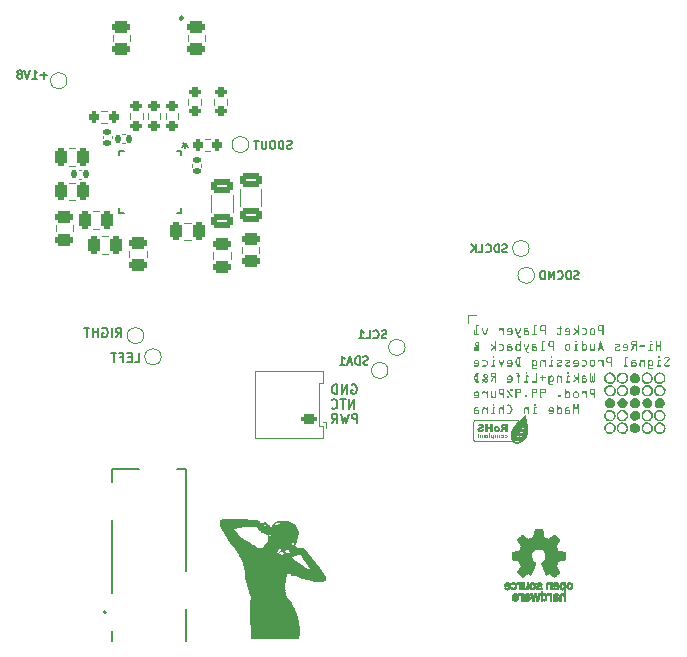
<source format=gbr>
%TF.GenerationSoftware,KiCad,Pcbnew,9.0.0*%
%TF.CreationDate,2025-03-31T19:39:25-04:00*%
%TF.ProjectId,nano405,6e616e6f-3430-4352-9e6b-696361645f70,A*%
%TF.SameCoordinates,Original*%
%TF.FileFunction,Legend,Bot*%
%TF.FilePolarity,Positive*%
%FSLAX46Y46*%
G04 Gerber Fmt 4.6, Leading zero omitted, Abs format (unit mm)*
G04 Created by KiCad (PCBNEW 9.0.0) date 2025-03-31 19:39:25*
%MOMM*%
%LPD*%
G01*
G04 APERTURE LIST*
G04 Aperture macros list*
%AMRoundRect*
0 Rectangle with rounded corners*
0 $1 Rounding radius*
0 $2 $3 $4 $5 $6 $7 $8 $9 X,Y pos of 4 corners*
0 Add a 4 corners polygon primitive as box body*
4,1,4,$2,$3,$4,$5,$6,$7,$8,$9,$2,$3,0*
0 Add four circle primitives for the rounded corners*
1,1,$1+$1,$2,$3*
1,1,$1+$1,$4,$5*
1,1,$1+$1,$6,$7*
1,1,$1+$1,$8,$9*
0 Add four rect primitives between the rounded corners*
20,1,$1+$1,$2,$3,$4,$5,0*
20,1,$1+$1,$4,$5,$6,$7,0*
20,1,$1+$1,$6,$7,$8,$9,0*
20,1,$1+$1,$8,$9,$2,$3,0*%
G04 Aperture macros list end*
%ADD10C,0.150000*%
%ADD11C,0.100000*%
%ADD12C,0.120000*%
%ADD13C,0.000000*%
%ADD14C,0.010000*%
%ADD15C,0.127000*%
%ADD16C,0.200000*%
%ADD17C,0.250000*%
%ADD18C,0.152400*%
%ADD19RoundRect,0.200000X-0.275000X0.200000X-0.275000X-0.200000X0.275000X-0.200000X0.275000X0.200000X0*%
%ADD20C,0.800000*%
%ADD21RoundRect,0.140000X0.170000X-0.140000X0.170000X0.140000X-0.170000X0.140000X-0.170000X-0.140000X0*%
%ADD22RoundRect,0.250000X0.250000X0.475000X-0.250000X0.475000X-0.250000X-0.475000X0.250000X-0.475000X0*%
%ADD23RoundRect,0.250000X-0.475000X0.250000X-0.475000X-0.250000X0.475000X-0.250000X0.475000X0.250000X0*%
%ADD24RoundRect,0.200000X0.200000X0.275000X-0.200000X0.275000X-0.200000X-0.275000X0.200000X-0.275000X0*%
%ADD25RoundRect,0.250000X0.650000X-0.325000X0.650000X0.325000X-0.650000X0.325000X-0.650000X-0.325000X0*%
%ADD26RoundRect,0.200000X0.450000X-0.200000X0.450000X0.200000X-0.450000X0.200000X-0.450000X-0.200000X0*%
%ADD27O,1.300000X0.800000*%
%ADD28C,1.800000*%
%ADD29O,1.308000X2.616000*%
%ADD30O,2.616000X1.308000*%
%ADD31RoundRect,0.200000X-0.200000X-0.275000X0.200000X-0.275000X0.200000X0.275000X-0.200000X0.275000X0*%
%ADD32RoundRect,0.250000X-0.650000X0.325000X-0.650000X-0.325000X0.650000X-0.325000X0.650000X0.325000X0*%
%ADD33RoundRect,0.250000X-0.250000X-0.475000X0.250000X-0.475000X0.250000X0.475000X-0.250000X0.475000X0*%
%ADD34RoundRect,0.140000X0.140000X0.170000X-0.140000X0.170000X-0.140000X-0.170000X0.140000X-0.170000X0*%
%ADD35R,0.800000X0.350000*%
%ADD36R,1.750000X2.500000*%
%ADD37R,0.762000X0.203200*%
%ADD38R,0.203200X0.762000*%
%ADD39R,3.606800X3.606800*%
%ADD40C,6.400000*%
%ADD41C,0.990600*%
%ADD42C,0.650000*%
%ADD43O,1.000000X2.100000*%
%ADD44O,1.000000X1.800000*%
G04 APERTURE END LIST*
D10*
X108766665Y-77462295D02*
X109033332Y-77081342D01*
X109223808Y-77462295D02*
X109223808Y-76662295D01*
X109223808Y-76662295D02*
X108919046Y-76662295D01*
X108919046Y-76662295D02*
X108842856Y-76700390D01*
X108842856Y-76700390D02*
X108804761Y-76738485D01*
X108804761Y-76738485D02*
X108766665Y-76814676D01*
X108766665Y-76814676D02*
X108766665Y-76928961D01*
X108766665Y-76928961D02*
X108804761Y-77005152D01*
X108804761Y-77005152D02*
X108842856Y-77043247D01*
X108842856Y-77043247D02*
X108919046Y-77081342D01*
X108919046Y-77081342D02*
X109223808Y-77081342D01*
X108423808Y-77462295D02*
X108423808Y-76662295D01*
X107623809Y-76700390D02*
X107699999Y-76662295D01*
X107699999Y-76662295D02*
X107814285Y-76662295D01*
X107814285Y-76662295D02*
X107928571Y-76700390D01*
X107928571Y-76700390D02*
X108004761Y-76776580D01*
X108004761Y-76776580D02*
X108042856Y-76852771D01*
X108042856Y-76852771D02*
X108080952Y-77005152D01*
X108080952Y-77005152D02*
X108080952Y-77119438D01*
X108080952Y-77119438D02*
X108042856Y-77271819D01*
X108042856Y-77271819D02*
X108004761Y-77348009D01*
X108004761Y-77348009D02*
X107928571Y-77424200D01*
X107928571Y-77424200D02*
X107814285Y-77462295D01*
X107814285Y-77462295D02*
X107738094Y-77462295D01*
X107738094Y-77462295D02*
X107623809Y-77424200D01*
X107623809Y-77424200D02*
X107585713Y-77386104D01*
X107585713Y-77386104D02*
X107585713Y-77119438D01*
X107585713Y-77119438D02*
X107738094Y-77119438D01*
X107242856Y-77462295D02*
X107242856Y-76662295D01*
X107242856Y-77043247D02*
X106785713Y-77043247D01*
X106785713Y-77462295D02*
X106785713Y-76662295D01*
X106519047Y-76662295D02*
X106061904Y-76662295D01*
X106290476Y-77462295D02*
X106290476Y-76662295D01*
X141892982Y-70257700D02*
X141792982Y-70291033D01*
X141792982Y-70291033D02*
X141626316Y-70291033D01*
X141626316Y-70291033D02*
X141559649Y-70257700D01*
X141559649Y-70257700D02*
X141526316Y-70224366D01*
X141526316Y-70224366D02*
X141492982Y-70157700D01*
X141492982Y-70157700D02*
X141492982Y-70091033D01*
X141492982Y-70091033D02*
X141526316Y-70024366D01*
X141526316Y-70024366D02*
X141559649Y-69991033D01*
X141559649Y-69991033D02*
X141626316Y-69957700D01*
X141626316Y-69957700D02*
X141759649Y-69924366D01*
X141759649Y-69924366D02*
X141826316Y-69891033D01*
X141826316Y-69891033D02*
X141859649Y-69857700D01*
X141859649Y-69857700D02*
X141892982Y-69791033D01*
X141892982Y-69791033D02*
X141892982Y-69724366D01*
X141892982Y-69724366D02*
X141859649Y-69657700D01*
X141859649Y-69657700D02*
X141826316Y-69624366D01*
X141826316Y-69624366D02*
X141759649Y-69591033D01*
X141759649Y-69591033D02*
X141592982Y-69591033D01*
X141592982Y-69591033D02*
X141492982Y-69624366D01*
X141192982Y-70291033D02*
X141192982Y-69591033D01*
X141192982Y-69591033D02*
X141026315Y-69591033D01*
X141026315Y-69591033D02*
X140926315Y-69624366D01*
X140926315Y-69624366D02*
X140859649Y-69691033D01*
X140859649Y-69691033D02*
X140826315Y-69757700D01*
X140826315Y-69757700D02*
X140792982Y-69891033D01*
X140792982Y-69891033D02*
X140792982Y-69991033D01*
X140792982Y-69991033D02*
X140826315Y-70124366D01*
X140826315Y-70124366D02*
X140859649Y-70191033D01*
X140859649Y-70191033D02*
X140926315Y-70257700D01*
X140926315Y-70257700D02*
X141026315Y-70291033D01*
X141026315Y-70291033D02*
X141192982Y-70291033D01*
X140092982Y-70224366D02*
X140126315Y-70257700D01*
X140126315Y-70257700D02*
X140226315Y-70291033D01*
X140226315Y-70291033D02*
X140292982Y-70291033D01*
X140292982Y-70291033D02*
X140392982Y-70257700D01*
X140392982Y-70257700D02*
X140459649Y-70191033D01*
X140459649Y-70191033D02*
X140492982Y-70124366D01*
X140492982Y-70124366D02*
X140526315Y-69991033D01*
X140526315Y-69991033D02*
X140526315Y-69891033D01*
X140526315Y-69891033D02*
X140492982Y-69757700D01*
X140492982Y-69757700D02*
X140459649Y-69691033D01*
X140459649Y-69691033D02*
X140392982Y-69624366D01*
X140392982Y-69624366D02*
X140292982Y-69591033D01*
X140292982Y-69591033D02*
X140226315Y-69591033D01*
X140226315Y-69591033D02*
X140126315Y-69624366D01*
X140126315Y-69624366D02*
X140092982Y-69657700D01*
X139459649Y-70291033D02*
X139792982Y-70291033D01*
X139792982Y-70291033D02*
X139792982Y-69591033D01*
X139226315Y-70291033D02*
X139226315Y-69591033D01*
X138826315Y-70291033D02*
X139126315Y-69891033D01*
X138826315Y-69591033D02*
X139226315Y-69991033D01*
X128709523Y-81500390D02*
X128785713Y-81462295D01*
X128785713Y-81462295D02*
X128899999Y-81462295D01*
X128899999Y-81462295D02*
X129014285Y-81500390D01*
X129014285Y-81500390D02*
X129090475Y-81576580D01*
X129090475Y-81576580D02*
X129128570Y-81652771D01*
X129128570Y-81652771D02*
X129166666Y-81805152D01*
X129166666Y-81805152D02*
X129166666Y-81919438D01*
X129166666Y-81919438D02*
X129128570Y-82071819D01*
X129128570Y-82071819D02*
X129090475Y-82148009D01*
X129090475Y-82148009D02*
X129014285Y-82224200D01*
X129014285Y-82224200D02*
X128899999Y-82262295D01*
X128899999Y-82262295D02*
X128823808Y-82262295D01*
X128823808Y-82262295D02*
X128709523Y-82224200D01*
X128709523Y-82224200D02*
X128671427Y-82186104D01*
X128671427Y-82186104D02*
X128671427Y-81919438D01*
X128671427Y-81919438D02*
X128823808Y-81919438D01*
X128328570Y-82262295D02*
X128328570Y-81462295D01*
X128328570Y-81462295D02*
X127871427Y-82262295D01*
X127871427Y-82262295D02*
X127871427Y-81462295D01*
X127490475Y-82262295D02*
X127490475Y-81462295D01*
X127490475Y-81462295D02*
X127299999Y-81462295D01*
X127299999Y-81462295D02*
X127185713Y-81500390D01*
X127185713Y-81500390D02*
X127109523Y-81576580D01*
X127109523Y-81576580D02*
X127071428Y-81652771D01*
X127071428Y-81652771D02*
X127033332Y-81805152D01*
X127033332Y-81805152D02*
X127033332Y-81919438D01*
X127033332Y-81919438D02*
X127071428Y-82071819D01*
X127071428Y-82071819D02*
X127109523Y-82148009D01*
X127109523Y-82148009D02*
X127185713Y-82224200D01*
X127185713Y-82224200D02*
X127299999Y-82262295D01*
X127299999Y-82262295D02*
X127490475Y-82262295D01*
X123632016Y-61482700D02*
X123532016Y-61516033D01*
X123532016Y-61516033D02*
X123365350Y-61516033D01*
X123365350Y-61516033D02*
X123298683Y-61482700D01*
X123298683Y-61482700D02*
X123265350Y-61449366D01*
X123265350Y-61449366D02*
X123232016Y-61382700D01*
X123232016Y-61382700D02*
X123232016Y-61316033D01*
X123232016Y-61316033D02*
X123265350Y-61249366D01*
X123265350Y-61249366D02*
X123298683Y-61216033D01*
X123298683Y-61216033D02*
X123365350Y-61182700D01*
X123365350Y-61182700D02*
X123498683Y-61149366D01*
X123498683Y-61149366D02*
X123565350Y-61116033D01*
X123565350Y-61116033D02*
X123598683Y-61082700D01*
X123598683Y-61082700D02*
X123632016Y-61016033D01*
X123632016Y-61016033D02*
X123632016Y-60949366D01*
X123632016Y-60949366D02*
X123598683Y-60882700D01*
X123598683Y-60882700D02*
X123565350Y-60849366D01*
X123565350Y-60849366D02*
X123498683Y-60816033D01*
X123498683Y-60816033D02*
X123332016Y-60816033D01*
X123332016Y-60816033D02*
X123232016Y-60849366D01*
X122932016Y-61516033D02*
X122932016Y-60816033D01*
X122932016Y-60816033D02*
X122765349Y-60816033D01*
X122765349Y-60816033D02*
X122665349Y-60849366D01*
X122665349Y-60849366D02*
X122598683Y-60916033D01*
X122598683Y-60916033D02*
X122565349Y-60982700D01*
X122565349Y-60982700D02*
X122532016Y-61116033D01*
X122532016Y-61116033D02*
X122532016Y-61216033D01*
X122532016Y-61216033D02*
X122565349Y-61349366D01*
X122565349Y-61349366D02*
X122598683Y-61416033D01*
X122598683Y-61416033D02*
X122665349Y-61482700D01*
X122665349Y-61482700D02*
X122765349Y-61516033D01*
X122765349Y-61516033D02*
X122932016Y-61516033D01*
X122098683Y-60816033D02*
X121965349Y-60816033D01*
X121965349Y-60816033D02*
X121898683Y-60849366D01*
X121898683Y-60849366D02*
X121832016Y-60916033D01*
X121832016Y-60916033D02*
X121798683Y-61049366D01*
X121798683Y-61049366D02*
X121798683Y-61282700D01*
X121798683Y-61282700D02*
X121832016Y-61416033D01*
X121832016Y-61416033D02*
X121898683Y-61482700D01*
X121898683Y-61482700D02*
X121965349Y-61516033D01*
X121965349Y-61516033D02*
X122098683Y-61516033D01*
X122098683Y-61516033D02*
X122165349Y-61482700D01*
X122165349Y-61482700D02*
X122232016Y-61416033D01*
X122232016Y-61416033D02*
X122265349Y-61282700D01*
X122265349Y-61282700D02*
X122265349Y-61049366D01*
X122265349Y-61049366D02*
X122232016Y-60916033D01*
X122232016Y-60916033D02*
X122165349Y-60849366D01*
X122165349Y-60849366D02*
X122098683Y-60816033D01*
X121498683Y-60816033D02*
X121498683Y-61382700D01*
X121498683Y-61382700D02*
X121465350Y-61449366D01*
X121465350Y-61449366D02*
X121432016Y-61482700D01*
X121432016Y-61482700D02*
X121365350Y-61516033D01*
X121365350Y-61516033D02*
X121232016Y-61516033D01*
X121232016Y-61516033D02*
X121165350Y-61482700D01*
X121165350Y-61482700D02*
X121132016Y-61449366D01*
X121132016Y-61449366D02*
X121098683Y-61382700D01*
X121098683Y-61382700D02*
X121098683Y-60816033D01*
X120865350Y-60816033D02*
X120465350Y-60816033D01*
X120665350Y-61516033D02*
X120665350Y-60816033D01*
X130092982Y-79757700D02*
X129992982Y-79791033D01*
X129992982Y-79791033D02*
X129826316Y-79791033D01*
X129826316Y-79791033D02*
X129759649Y-79757700D01*
X129759649Y-79757700D02*
X129726316Y-79724366D01*
X129726316Y-79724366D02*
X129692982Y-79657700D01*
X129692982Y-79657700D02*
X129692982Y-79591033D01*
X129692982Y-79591033D02*
X129726316Y-79524366D01*
X129726316Y-79524366D02*
X129759649Y-79491033D01*
X129759649Y-79491033D02*
X129826316Y-79457700D01*
X129826316Y-79457700D02*
X129959649Y-79424366D01*
X129959649Y-79424366D02*
X130026316Y-79391033D01*
X130026316Y-79391033D02*
X130059649Y-79357700D01*
X130059649Y-79357700D02*
X130092982Y-79291033D01*
X130092982Y-79291033D02*
X130092982Y-79224366D01*
X130092982Y-79224366D02*
X130059649Y-79157700D01*
X130059649Y-79157700D02*
X130026316Y-79124366D01*
X130026316Y-79124366D02*
X129959649Y-79091033D01*
X129959649Y-79091033D02*
X129792982Y-79091033D01*
X129792982Y-79091033D02*
X129692982Y-79124366D01*
X129392982Y-79791033D02*
X129392982Y-79091033D01*
X129392982Y-79091033D02*
X129226315Y-79091033D01*
X129226315Y-79091033D02*
X129126315Y-79124366D01*
X129126315Y-79124366D02*
X129059649Y-79191033D01*
X129059649Y-79191033D02*
X129026315Y-79257700D01*
X129026315Y-79257700D02*
X128992982Y-79391033D01*
X128992982Y-79391033D02*
X128992982Y-79491033D01*
X128992982Y-79491033D02*
X129026315Y-79624366D01*
X129026315Y-79624366D02*
X129059649Y-79691033D01*
X129059649Y-79691033D02*
X129126315Y-79757700D01*
X129126315Y-79757700D02*
X129226315Y-79791033D01*
X129226315Y-79791033D02*
X129392982Y-79791033D01*
X128726315Y-79591033D02*
X128392982Y-79591033D01*
X128792982Y-79791033D02*
X128559649Y-79091033D01*
X128559649Y-79091033D02*
X128326315Y-79791033D01*
X127726315Y-79791033D02*
X128126315Y-79791033D01*
X127926315Y-79791033D02*
X127926315Y-79091033D01*
X127926315Y-79091033D02*
X127992982Y-79191033D01*
X127992982Y-79191033D02*
X128059649Y-79257700D01*
X128059649Y-79257700D02*
X128126315Y-79291033D01*
X131667982Y-77532700D02*
X131567982Y-77566033D01*
X131567982Y-77566033D02*
X131401316Y-77566033D01*
X131401316Y-77566033D02*
X131334649Y-77532700D01*
X131334649Y-77532700D02*
X131301316Y-77499366D01*
X131301316Y-77499366D02*
X131267982Y-77432700D01*
X131267982Y-77432700D02*
X131267982Y-77366033D01*
X131267982Y-77366033D02*
X131301316Y-77299366D01*
X131301316Y-77299366D02*
X131334649Y-77266033D01*
X131334649Y-77266033D02*
X131401316Y-77232700D01*
X131401316Y-77232700D02*
X131534649Y-77199366D01*
X131534649Y-77199366D02*
X131601316Y-77166033D01*
X131601316Y-77166033D02*
X131634649Y-77132700D01*
X131634649Y-77132700D02*
X131667982Y-77066033D01*
X131667982Y-77066033D02*
X131667982Y-76999366D01*
X131667982Y-76999366D02*
X131634649Y-76932700D01*
X131634649Y-76932700D02*
X131601316Y-76899366D01*
X131601316Y-76899366D02*
X131534649Y-76866033D01*
X131534649Y-76866033D02*
X131367982Y-76866033D01*
X131367982Y-76866033D02*
X131267982Y-76899366D01*
X130567982Y-77499366D02*
X130601315Y-77532700D01*
X130601315Y-77532700D02*
X130701315Y-77566033D01*
X130701315Y-77566033D02*
X130767982Y-77566033D01*
X130767982Y-77566033D02*
X130867982Y-77532700D01*
X130867982Y-77532700D02*
X130934649Y-77466033D01*
X130934649Y-77466033D02*
X130967982Y-77399366D01*
X130967982Y-77399366D02*
X131001315Y-77266033D01*
X131001315Y-77266033D02*
X131001315Y-77166033D01*
X131001315Y-77166033D02*
X130967982Y-77032700D01*
X130967982Y-77032700D02*
X130934649Y-76966033D01*
X130934649Y-76966033D02*
X130867982Y-76899366D01*
X130867982Y-76899366D02*
X130767982Y-76866033D01*
X130767982Y-76866033D02*
X130701315Y-76866033D01*
X130701315Y-76866033D02*
X130601315Y-76899366D01*
X130601315Y-76899366D02*
X130567982Y-76932700D01*
X129934649Y-77566033D02*
X130267982Y-77566033D01*
X130267982Y-77566033D02*
X130267982Y-76866033D01*
X129334648Y-77566033D02*
X129734648Y-77566033D01*
X129534648Y-77566033D02*
X129534648Y-76866033D01*
X129534648Y-76866033D02*
X129601315Y-76966033D01*
X129601315Y-76966033D02*
X129667982Y-77032700D01*
X129667982Y-77032700D02*
X129734648Y-77066033D01*
X110361904Y-79562295D02*
X110742856Y-79562295D01*
X110742856Y-79562295D02*
X110742856Y-78762295D01*
X110095237Y-79143247D02*
X109828571Y-79143247D01*
X109714285Y-79562295D02*
X110095237Y-79562295D01*
X110095237Y-79562295D02*
X110095237Y-78762295D01*
X110095237Y-78762295D02*
X109714285Y-78762295D01*
X109104761Y-79143247D02*
X109371427Y-79143247D01*
X109371427Y-79562295D02*
X109371427Y-78762295D01*
X109371427Y-78762295D02*
X108990475Y-78762295D01*
X108799999Y-78762295D02*
X108342856Y-78762295D01*
X108571428Y-79562295D02*
X108571428Y-78762295D01*
X102909649Y-55299366D02*
X102376316Y-55299366D01*
X102642982Y-55566033D02*
X102642982Y-55032700D01*
X101676315Y-55566033D02*
X102076315Y-55566033D01*
X101876315Y-55566033D02*
X101876315Y-54866033D01*
X101876315Y-54866033D02*
X101942982Y-54966033D01*
X101942982Y-54966033D02*
X102009649Y-55032700D01*
X102009649Y-55032700D02*
X102076315Y-55066033D01*
X101476315Y-54866033D02*
X101242982Y-55566033D01*
X101242982Y-55566033D02*
X101009648Y-54866033D01*
X100676315Y-55166033D02*
X100742982Y-55132700D01*
X100742982Y-55132700D02*
X100776315Y-55099366D01*
X100776315Y-55099366D02*
X100809648Y-55032700D01*
X100809648Y-55032700D02*
X100809648Y-54999366D01*
X100809648Y-54999366D02*
X100776315Y-54932700D01*
X100776315Y-54932700D02*
X100742982Y-54899366D01*
X100742982Y-54899366D02*
X100676315Y-54866033D01*
X100676315Y-54866033D02*
X100542982Y-54866033D01*
X100542982Y-54866033D02*
X100476315Y-54899366D01*
X100476315Y-54899366D02*
X100442982Y-54932700D01*
X100442982Y-54932700D02*
X100409648Y-54999366D01*
X100409648Y-54999366D02*
X100409648Y-55032700D01*
X100409648Y-55032700D02*
X100442982Y-55099366D01*
X100442982Y-55099366D02*
X100476315Y-55132700D01*
X100476315Y-55132700D02*
X100542982Y-55166033D01*
X100542982Y-55166033D02*
X100676315Y-55166033D01*
X100676315Y-55166033D02*
X100742982Y-55199366D01*
X100742982Y-55199366D02*
X100776315Y-55232700D01*
X100776315Y-55232700D02*
X100809648Y-55299366D01*
X100809648Y-55299366D02*
X100809648Y-55432700D01*
X100809648Y-55432700D02*
X100776315Y-55499366D01*
X100776315Y-55499366D02*
X100742982Y-55532700D01*
X100742982Y-55532700D02*
X100676315Y-55566033D01*
X100676315Y-55566033D02*
X100542982Y-55566033D01*
X100542982Y-55566033D02*
X100476315Y-55532700D01*
X100476315Y-55532700D02*
X100442982Y-55499366D01*
X100442982Y-55499366D02*
X100409648Y-55432700D01*
X100409648Y-55432700D02*
X100409648Y-55299366D01*
X100409648Y-55299366D02*
X100442982Y-55232700D01*
X100442982Y-55232700D02*
X100476315Y-55199366D01*
X100476315Y-55199366D02*
X100542982Y-55166033D01*
X129191666Y-84762295D02*
X129191666Y-83962295D01*
X129191666Y-83962295D02*
X128886904Y-83962295D01*
X128886904Y-83962295D02*
X128810714Y-84000390D01*
X128810714Y-84000390D02*
X128772619Y-84038485D01*
X128772619Y-84038485D02*
X128734523Y-84114676D01*
X128734523Y-84114676D02*
X128734523Y-84228961D01*
X128734523Y-84228961D02*
X128772619Y-84305152D01*
X128772619Y-84305152D02*
X128810714Y-84343247D01*
X128810714Y-84343247D02*
X128886904Y-84381342D01*
X128886904Y-84381342D02*
X129191666Y-84381342D01*
X128467857Y-83962295D02*
X128277381Y-84762295D01*
X128277381Y-84762295D02*
X128125000Y-84190866D01*
X128125000Y-84190866D02*
X127972619Y-84762295D01*
X127972619Y-84762295D02*
X127782143Y-83962295D01*
X127020237Y-84762295D02*
X127286904Y-84381342D01*
X127477380Y-84762295D02*
X127477380Y-83962295D01*
X127477380Y-83962295D02*
X127172618Y-83962295D01*
X127172618Y-83962295D02*
X127096428Y-84000390D01*
X127096428Y-84000390D02*
X127058333Y-84038485D01*
X127058333Y-84038485D02*
X127020237Y-84114676D01*
X127020237Y-84114676D02*
X127020237Y-84228961D01*
X127020237Y-84228961D02*
X127058333Y-84305152D01*
X127058333Y-84305152D02*
X127096428Y-84343247D01*
X127096428Y-84343247D02*
X127172618Y-84381342D01*
X127172618Y-84381342D02*
X127477380Y-84381342D01*
X147957017Y-72532700D02*
X147857017Y-72566033D01*
X147857017Y-72566033D02*
X147690351Y-72566033D01*
X147690351Y-72566033D02*
X147623684Y-72532700D01*
X147623684Y-72532700D02*
X147590351Y-72499366D01*
X147590351Y-72499366D02*
X147557017Y-72432700D01*
X147557017Y-72432700D02*
X147557017Y-72366033D01*
X147557017Y-72366033D02*
X147590351Y-72299366D01*
X147590351Y-72299366D02*
X147623684Y-72266033D01*
X147623684Y-72266033D02*
X147690351Y-72232700D01*
X147690351Y-72232700D02*
X147823684Y-72199366D01*
X147823684Y-72199366D02*
X147890351Y-72166033D01*
X147890351Y-72166033D02*
X147923684Y-72132700D01*
X147923684Y-72132700D02*
X147957017Y-72066033D01*
X147957017Y-72066033D02*
X147957017Y-71999366D01*
X147957017Y-71999366D02*
X147923684Y-71932700D01*
X147923684Y-71932700D02*
X147890351Y-71899366D01*
X147890351Y-71899366D02*
X147823684Y-71866033D01*
X147823684Y-71866033D02*
X147657017Y-71866033D01*
X147657017Y-71866033D02*
X147557017Y-71899366D01*
X147257017Y-72566033D02*
X147257017Y-71866033D01*
X147257017Y-71866033D02*
X147090350Y-71866033D01*
X147090350Y-71866033D02*
X146990350Y-71899366D01*
X146990350Y-71899366D02*
X146923684Y-71966033D01*
X146923684Y-71966033D02*
X146890350Y-72032700D01*
X146890350Y-72032700D02*
X146857017Y-72166033D01*
X146857017Y-72166033D02*
X146857017Y-72266033D01*
X146857017Y-72266033D02*
X146890350Y-72399366D01*
X146890350Y-72399366D02*
X146923684Y-72466033D01*
X146923684Y-72466033D02*
X146990350Y-72532700D01*
X146990350Y-72532700D02*
X147090350Y-72566033D01*
X147090350Y-72566033D02*
X147257017Y-72566033D01*
X146157017Y-72499366D02*
X146190350Y-72532700D01*
X146190350Y-72532700D02*
X146290350Y-72566033D01*
X146290350Y-72566033D02*
X146357017Y-72566033D01*
X146357017Y-72566033D02*
X146457017Y-72532700D01*
X146457017Y-72532700D02*
X146523684Y-72466033D01*
X146523684Y-72466033D02*
X146557017Y-72399366D01*
X146557017Y-72399366D02*
X146590350Y-72266033D01*
X146590350Y-72266033D02*
X146590350Y-72166033D01*
X146590350Y-72166033D02*
X146557017Y-72032700D01*
X146557017Y-72032700D02*
X146523684Y-71966033D01*
X146523684Y-71966033D02*
X146457017Y-71899366D01*
X146457017Y-71899366D02*
X146357017Y-71866033D01*
X146357017Y-71866033D02*
X146290350Y-71866033D01*
X146290350Y-71866033D02*
X146190350Y-71899366D01*
X146190350Y-71899366D02*
X146157017Y-71932700D01*
X145857017Y-72566033D02*
X145857017Y-71866033D01*
X145857017Y-71866033D02*
X145623684Y-72366033D01*
X145623684Y-72366033D02*
X145390350Y-71866033D01*
X145390350Y-71866033D02*
X145390350Y-72566033D01*
X145057017Y-72566033D02*
X145057017Y-71866033D01*
X145057017Y-71866033D02*
X144890350Y-71866033D01*
X144890350Y-71866033D02*
X144790350Y-71899366D01*
X144790350Y-71899366D02*
X144723684Y-71966033D01*
X144723684Y-71966033D02*
X144690350Y-72032700D01*
X144690350Y-72032700D02*
X144657017Y-72166033D01*
X144657017Y-72166033D02*
X144657017Y-72266033D01*
X144657017Y-72266033D02*
X144690350Y-72399366D01*
X144690350Y-72399366D02*
X144723684Y-72466033D01*
X144723684Y-72466033D02*
X144790350Y-72532700D01*
X144790350Y-72532700D02*
X144890350Y-72566033D01*
X144890350Y-72566033D02*
X145057017Y-72566033D01*
G36*
X150050739Y-76829969D02*
G01*
X150050739Y-77041825D01*
X150049485Y-77207041D01*
X150047790Y-77235021D01*
X150037018Y-77254121D01*
X150020392Y-77266480D01*
X150009620Y-77269850D01*
X149996895Y-77269062D01*
X149983163Y-77264233D01*
X149971263Y-77254216D01*
X149962604Y-77239515D01*
X149959728Y-77215365D01*
X149957731Y-77089013D01*
X149957731Y-76953116D01*
X149838864Y-76953116D01*
X149711192Y-76951993D01*
X149682699Y-76944398D01*
X149656225Y-76930646D01*
X149629190Y-76907161D01*
X149609297Y-76879591D01*
X149595747Y-76847376D01*
X149588436Y-76809452D01*
X149588436Y-76808329D01*
X149588436Y-76591930D01*
X149681444Y-76591930D01*
X149681444Y-76696221D01*
X149681444Y-76762314D01*
X149683097Y-76800940D01*
X149686316Y-76815021D01*
X149695199Y-76829618D01*
X149707987Y-76839690D01*
X149729032Y-76843008D01*
X149838736Y-76845307D01*
X149957731Y-76845307D01*
X149957731Y-76696759D01*
X149957731Y-76548210D01*
X149838736Y-76548210D01*
X149716834Y-76548210D01*
X149701075Y-76556635D01*
X149690194Y-76569118D01*
X149683410Y-76586312D01*
X149681444Y-76591930D01*
X149588436Y-76591930D01*
X149588436Y-76582942D01*
X149593042Y-76557557D01*
X149601173Y-76532481D01*
X149617967Y-76500491D01*
X149638800Y-76475727D01*
X149664020Y-76457280D01*
X149694437Y-76444896D01*
X149698370Y-76443772D01*
X149726187Y-76441815D01*
X149882889Y-76440401D01*
X150050739Y-76440401D01*
X150050739Y-76829969D01*
G37*
G36*
X149230733Y-76680262D02*
G01*
X149262268Y-76701155D01*
X149291648Y-76728101D01*
X149312234Y-76750443D01*
X149330310Y-76777523D01*
X149342645Y-76807584D01*
X149349463Y-76841302D01*
X149350446Y-76969138D01*
X149350446Y-77095852D01*
X149344018Y-77131003D01*
X149331656Y-77161775D01*
X149313174Y-77189006D01*
X149264063Y-77238343D01*
X149237211Y-77257182D01*
X149208113Y-77268629D01*
X149119807Y-77272000D01*
X149054048Y-77270817D01*
X149032399Y-77268629D01*
X149000947Y-77256117D01*
X148974483Y-77237219D01*
X148930372Y-77193500D01*
X148910430Y-77165456D01*
X148896787Y-77134284D01*
X148889126Y-77099271D01*
X148888143Y-76970311D01*
X148888146Y-76969871D01*
X148983202Y-76969871D01*
X148983202Y-77089110D01*
X148983202Y-77095852D01*
X148991384Y-77110544D01*
X149012523Y-77133953D01*
X149041930Y-77159697D01*
X149056692Y-77162466D01*
X149118311Y-77164191D01*
X149154514Y-77164191D01*
X149184872Y-77162359D01*
X149197598Y-77158573D01*
X149223073Y-77135028D01*
X149243678Y-77113265D01*
X149251454Y-77101420D01*
X149253776Y-77080133D01*
X149255386Y-76969187D01*
X149255386Y-76850387D01*
X149255386Y-76844770D01*
X149248021Y-76830533D01*
X149227860Y-76808378D01*
X149207173Y-76787471D01*
X149193410Y-76779752D01*
X149179718Y-76777732D01*
X149118653Y-76776431D01*
X149049795Y-76776431D01*
X149036288Y-76783172D01*
X148992862Y-76827038D01*
X148984185Y-76847310D01*
X148983202Y-76969871D01*
X148888146Y-76969871D01*
X148889126Y-76843598D01*
X148896385Y-76807146D01*
X148910001Y-76775279D01*
X148930244Y-76747122D01*
X148974312Y-76702279D01*
X148992094Y-76689024D01*
X149013464Y-76677610D01*
X149040904Y-76669745D01*
X149117328Y-76668622D01*
X149193709Y-76668622D01*
X149230733Y-76680262D01*
G37*
G36*
X148446485Y-76668622D02*
G01*
X148226403Y-76668622D01*
X148209044Y-76676246D01*
X148197280Y-76689369D01*
X148190158Y-76709069D01*
X148189217Y-76721427D01*
X148192376Y-76742348D01*
X148201509Y-76758780D01*
X148217470Y-76771839D01*
X148231826Y-76774679D01*
X148290560Y-76776431D01*
X148333431Y-76776431D01*
X148438663Y-76776431D01*
X148442638Y-76777554D01*
X148456444Y-76785419D01*
X148501836Y-76829138D01*
X148547186Y-76873981D01*
X148555093Y-76891860D01*
X148555093Y-76896354D01*
X148555093Y-76969529D01*
X148554110Y-77047150D01*
X148546246Y-77067373D01*
X148501280Y-77112411D01*
X148456273Y-77156326D01*
X148442595Y-77164191D01*
X148333003Y-77164191D01*
X148235214Y-77165596D01*
X148216615Y-77167610D01*
X148201483Y-77178738D01*
X148192482Y-77194965D01*
X148189217Y-77218071D01*
X148192310Y-77239883D01*
X148201044Y-77256267D01*
X148215932Y-77268580D01*
X148226403Y-77272000D01*
X148445544Y-77272000D01*
X148481829Y-77262091D01*
X148513419Y-77241616D01*
X148608821Y-77148315D01*
X148625728Y-77125836D01*
X148638114Y-77100859D01*
X148646220Y-77072942D01*
X148648796Y-77047344D01*
X148650153Y-76973974D01*
X148650153Y-76886242D01*
X148643285Y-76852547D01*
X148630841Y-76822486D01*
X148612582Y-76795384D01*
X148514702Y-76700032D01*
X148482992Y-76679364D01*
X148446485Y-76668622D01*
G37*
G36*
X147911690Y-76443528D02*
G01*
X147891131Y-76443528D01*
X147872966Y-76453591D01*
X147863452Y-76466094D01*
X147856852Y-76481581D01*
X147856852Y-76702572D01*
X147856852Y-76920192D01*
X147735078Y-76800025D01*
X147609373Y-76677610D01*
X147592660Y-76668622D01*
X147572101Y-76668622D01*
X147570178Y-76669745D01*
X147552525Y-76679808D01*
X147540122Y-76695538D01*
X147534699Y-76713341D01*
X147535856Y-76734616D01*
X147546627Y-76756989D01*
X147644507Y-76853221D01*
X147739438Y-76947157D01*
X147623991Y-77060583D01*
X147503628Y-77178552D01*
X147492625Y-77196144D01*
X147488924Y-77217826D01*
X147489907Y-77231309D01*
X147497693Y-77250944D01*
X147509786Y-77263681D01*
X147527093Y-77270632D01*
X147546471Y-77270328D01*
X147563254Y-77260520D01*
X147809878Y-77019062D01*
X147811887Y-77016815D01*
X147833856Y-77039236D01*
X147856852Y-77061706D01*
X147856852Y-77144847D01*
X147858715Y-77222579D01*
X147861724Y-77241420D01*
X147870384Y-77256121D01*
X147882284Y-77266138D01*
X147896016Y-77270967D01*
X147908741Y-77271755D01*
X147919512Y-77268385D01*
X147936139Y-77256026D01*
X147944967Y-77242517D01*
X147949859Y-77226815D01*
X147949859Y-76486075D01*
X147945033Y-76471773D01*
X147936139Y-76458817D01*
X147924557Y-76448921D01*
X147911690Y-76443528D01*
G37*
G36*
X147118860Y-76675082D02*
G01*
X147142618Y-76686659D01*
X147164039Y-76703451D01*
X147211226Y-76750639D01*
X147229376Y-76777761D01*
X147241753Y-76807870D01*
X147248583Y-76841644D01*
X147249566Y-76969725D01*
X147249566Y-77096682D01*
X147243090Y-77131880D01*
X147230632Y-77162700D01*
X147211996Y-77189983D01*
X147162543Y-77239418D01*
X147129629Y-77260938D01*
X147091334Y-77272000D01*
X146826843Y-77272000D01*
X146817226Y-77268580D01*
X146801628Y-77256795D01*
X146792489Y-77240464D01*
X146789230Y-77218071D01*
X146792494Y-77194965D01*
X146801495Y-77178738D01*
X146816628Y-77167610D01*
X146837275Y-77165631D01*
X146955413Y-77164191D01*
X147084495Y-77164191D01*
X147089367Y-77164191D01*
X147100513Y-77156711D01*
X147122920Y-77136005D01*
X147143702Y-77114088D01*
X147151515Y-77102153D01*
X147154249Y-77091143D01*
X147155490Y-77068350D01*
X147155490Y-77046905D01*
X146990675Y-77046905D01*
X146822911Y-77046905D01*
X146805044Y-77036794D01*
X146792179Y-77018817D01*
X146789082Y-76999779D01*
X146787264Y-76929815D01*
X146787264Y-76921951D01*
X146788122Y-76895035D01*
X146882323Y-76895035D01*
X146882323Y-76939096D01*
X147017945Y-76939096D01*
X147154507Y-76939096D01*
X147154507Y-76895328D01*
X147154507Y-76850485D01*
X147154507Y-76844868D01*
X147146642Y-76827184D01*
X147123091Y-76804030D01*
X147092659Y-76779752D01*
X147078063Y-76777707D01*
X147017133Y-76776431D01*
X146952378Y-76776431D01*
X146948445Y-76776431D01*
X146937566Y-76782893D01*
X146915363Y-76802418D01*
X146893008Y-76826159D01*
X146887153Y-76836319D01*
X146883963Y-76852029D01*
X146882323Y-76895035D01*
X146788122Y-76895035D01*
X146790170Y-76830750D01*
X146797665Y-76801984D01*
X146809647Y-76775849D01*
X146826373Y-76751909D01*
X146872278Y-76704672D01*
X146899425Y-76684970D01*
X146929981Y-76673116D01*
X146935879Y-76671993D01*
X146953748Y-76669869D01*
X147018971Y-76668622D01*
X147092274Y-76668622D01*
X147118860Y-76675082D01*
G37*
G36*
X146419080Y-76487296D02*
G01*
X146397537Y-76487296D01*
X146388690Y-76491839D01*
X146376738Y-76501822D01*
X146368173Y-76515824D01*
X146364861Y-76530625D01*
X146363258Y-76565991D01*
X146363258Y-76600185D01*
X146363258Y-76668622D01*
X146266318Y-76668622D01*
X146169335Y-76668622D01*
X146165403Y-76669745D01*
X146147402Y-76681118D01*
X146135697Y-76698468D01*
X146132028Y-76709405D01*
X146130739Y-76722551D01*
X146135697Y-76747757D01*
X146147396Y-76765100D01*
X146165360Y-76776431D01*
X146169292Y-76776431D01*
X146266275Y-76776431D01*
X146363258Y-76776431D01*
X146363258Y-76950136D01*
X146363258Y-77123842D01*
X146361249Y-77129606D01*
X146355509Y-77144196D01*
X146346930Y-77154958D01*
X146331586Y-77164191D01*
X146325645Y-77164191D01*
X146271233Y-77164191D01*
X146218631Y-77162218D01*
X146202974Y-77158720D01*
X146187449Y-77144583D01*
X146178268Y-77123744D01*
X146173086Y-77106483D01*
X146166429Y-77094240D01*
X146149255Y-77080469D01*
X146125866Y-77075628D01*
X146107709Y-77081870D01*
X146094996Y-77093865D01*
X146086628Y-77112460D01*
X146084187Y-77124648D01*
X146084705Y-77135907D01*
X146093885Y-77174398D01*
X146110694Y-77207518D01*
X146135740Y-77236291D01*
X146165078Y-77257286D01*
X146197032Y-77268629D01*
X146268241Y-77272000D01*
X146275208Y-77272000D01*
X146332569Y-77272000D01*
X146340391Y-77269752D01*
X146369870Y-77259985D01*
X146395183Y-77244730D01*
X146416985Y-77223884D01*
X146435674Y-77196786D01*
X146448375Y-77166468D01*
X146455325Y-77132195D01*
X146456266Y-76949843D01*
X146456266Y-76776431D01*
X146483749Y-76776431D01*
X146514139Y-76775307D01*
X146532507Y-76761775D01*
X146542930Y-76744241D01*
X146546538Y-76721427D01*
X146542860Y-76698681D01*
X146532268Y-76681522D01*
X146513541Y-76668622D01*
X146483450Y-76668622D01*
X146456266Y-76668622D01*
X146456266Y-76600625D01*
X146454484Y-76535282D01*
X146451393Y-76516752D01*
X146438426Y-76497499D01*
X146419080Y-76487296D01*
G37*
G36*
X145148687Y-76829969D02*
G01*
X145148687Y-77041825D01*
X145147433Y-77207041D01*
X145145738Y-77235021D01*
X145134967Y-77254121D01*
X145118340Y-77266480D01*
X145107569Y-77269850D01*
X145094844Y-77269062D01*
X145081111Y-77264233D01*
X145069212Y-77254216D01*
X145060552Y-77239515D01*
X145057676Y-77215365D01*
X145055679Y-77089013D01*
X145055679Y-76953116D01*
X144936813Y-76953116D01*
X144809141Y-76951993D01*
X144780647Y-76944398D01*
X144754174Y-76930646D01*
X144727138Y-76907161D01*
X144707245Y-76879591D01*
X144693695Y-76847376D01*
X144686384Y-76809452D01*
X144686384Y-76808329D01*
X144686384Y-76591930D01*
X144779392Y-76591930D01*
X144779392Y-76696221D01*
X144779392Y-76762314D01*
X144781045Y-76800940D01*
X144784265Y-76815021D01*
X144793147Y-76829618D01*
X144805935Y-76839690D01*
X144826980Y-76843008D01*
X144936684Y-76845307D01*
X145055679Y-76845307D01*
X145055679Y-76696759D01*
X145055679Y-76548210D01*
X144936684Y-76548210D01*
X144814783Y-76548210D01*
X144799023Y-76556635D01*
X144788143Y-76569118D01*
X144781358Y-76586312D01*
X144779392Y-76591930D01*
X144686384Y-76591930D01*
X144686384Y-76582942D01*
X144690990Y-76557557D01*
X144699122Y-76532481D01*
X144715915Y-76500491D01*
X144736749Y-76475727D01*
X144761969Y-76457280D01*
X144792386Y-76444896D01*
X144796318Y-76443772D01*
X144824136Y-76441815D01*
X144980837Y-76440401D01*
X145148687Y-76440401D01*
X145148687Y-76829969D01*
G37*
G36*
X144363080Y-76440401D02*
G01*
X144284733Y-76440401D01*
X144214183Y-76442127D01*
X144196598Y-76444944D01*
X144181223Y-76459339D01*
X144172107Y-76480115D01*
X144172107Y-76825182D01*
X144172107Y-77165705D01*
X144121499Y-77165705D01*
X144070892Y-77165705D01*
X144067003Y-77166829D01*
X144049256Y-77177467D01*
X144037510Y-77195405D01*
X144033874Y-77206290D01*
X144032595Y-77219390D01*
X144033872Y-77232496D01*
X144037510Y-77243423D01*
X144049260Y-77261390D01*
X144067003Y-77272000D01*
X144071875Y-77272000D01*
X144218012Y-77272000D01*
X144363080Y-77272000D01*
X144367953Y-77269801D01*
X144385459Y-77256353D01*
X144396457Y-77239625D01*
X144401890Y-77218852D01*
X144398499Y-77196994D01*
X144388784Y-77180458D01*
X144371799Y-77167952D01*
X144367953Y-77166829D01*
X144364063Y-77165705D01*
X144314610Y-77165705D01*
X144265114Y-77165705D01*
X144265114Y-76856982D01*
X144265114Y-76548210D01*
X144314610Y-76548210D01*
X144364063Y-76548210D01*
X144367995Y-76545963D01*
X144385536Y-76536144D01*
X144396637Y-76521385D01*
X144402275Y-76500534D01*
X144401292Y-76481239D01*
X144394038Y-76462141D01*
X144381699Y-76448783D01*
X144363080Y-76440401D01*
G37*
G36*
X143631876Y-76675064D02*
G01*
X143645220Y-76687526D01*
X143654067Y-76706382D01*
X143655008Y-76720841D01*
X143654067Y-76735838D01*
X143644317Y-76757000D01*
X143629619Y-76770618D01*
X143610074Y-76774158D01*
X143523062Y-76776431D01*
X143428259Y-76776431D01*
X143422403Y-76776431D01*
X143406983Y-76785642D01*
X143396823Y-76798668D01*
X143391116Y-76816242D01*
X143391116Y-76860646D01*
X143391116Y-76899285D01*
X143396587Y-76898161D01*
X143409281Y-76894840D01*
X143416547Y-76893716D01*
X143519129Y-76893716D01*
X143621754Y-76893716D01*
X143629619Y-76894840D01*
X143659780Y-76904213D01*
X143685880Y-76919853D01*
X143708607Y-76941979D01*
X143727428Y-76969184D01*
X143740165Y-76999274D01*
X143747118Y-77032935D01*
X143748101Y-77082272D01*
X143747118Y-77131706D01*
X143740173Y-77166120D01*
X143727497Y-77196551D01*
X143708863Y-77223737D01*
X143678667Y-77250945D01*
X143643040Y-77267505D01*
X143619255Y-77270398D01*
X143542980Y-77272000D01*
X143459546Y-77272000D01*
X143413513Y-77243228D01*
X143379276Y-77220318D01*
X143379276Y-77223688D01*
X143378293Y-77230576D01*
X143369378Y-77251764D01*
X143354827Y-77266235D01*
X143335514Y-77273931D01*
X143318194Y-77271356D01*
X143301014Y-77258175D01*
X143290931Y-77242908D01*
X143286311Y-77224812D01*
X143287294Y-77155203D01*
X143289763Y-77070401D01*
X143384277Y-77070401D01*
X143384277Y-77097512D01*
X143433644Y-77131413D01*
X143482969Y-77164191D01*
X143550417Y-77164191D01*
X143620771Y-77164191D01*
X143634633Y-77155848D01*
X143644928Y-77143349D01*
X143652059Y-77125893D01*
X143653042Y-77121253D01*
X143653042Y-77081734D01*
X143653042Y-77043339D01*
X143653042Y-77037673D01*
X143642259Y-77016631D01*
X143623934Y-77003723D01*
X143615898Y-77001525D01*
X143517206Y-77001525D01*
X143421463Y-77001525D01*
X143415564Y-77001525D01*
X143400904Y-77011685D01*
X143391295Y-77023255D01*
X143385303Y-77037624D01*
X143384277Y-77070401D01*
X143289763Y-77070401D01*
X143293150Y-76954093D01*
X143298065Y-76810283D01*
X143302681Y-76785033D01*
X143310760Y-76760066D01*
X143327471Y-76728317D01*
X143348217Y-76703722D01*
X143373351Y-76685387D01*
X143403682Y-76673067D01*
X143428090Y-76670266D01*
X143517163Y-76668622D01*
X143614915Y-76668622D01*
X143631876Y-76675064D01*
G37*
G36*
X143009639Y-76667303D02*
G01*
X142989037Y-76668427D01*
X142977325Y-76674044D01*
X142968382Y-76682055D01*
X142960656Y-76693144D01*
X142957707Y-76702132D01*
X142955830Y-76715664D01*
X142954800Y-76758259D01*
X142954800Y-76799829D01*
X142893294Y-76959320D01*
X142832813Y-77118810D01*
X142817212Y-77118810D01*
X142801568Y-77118810D01*
X142741045Y-76959320D01*
X142680564Y-76799829D01*
X142680564Y-76758259D01*
X142679505Y-76715666D01*
X142677572Y-76702132D01*
X142673310Y-76692598D01*
X142665690Y-76683032D01*
X142648849Y-76669550D01*
X142628076Y-76667303D01*
X142617177Y-76669550D01*
X142600379Y-76683032D01*
X142592724Y-76692602D01*
X142588454Y-76702132D01*
X142586577Y-76716522D01*
X142585505Y-76766124D01*
X142586866Y-76815919D01*
X142589395Y-76832411D01*
X142834266Y-77471253D01*
X142844787Y-77484701D01*
X142858801Y-77493723D01*
X142874080Y-77495780D01*
X142941080Y-77497094D01*
X143009639Y-77497094D01*
X143013614Y-77495970D01*
X143032210Y-77484209D01*
X143042971Y-77466841D01*
X143046825Y-77442041D01*
X143043126Y-77419356D01*
X143032452Y-77402207D01*
X143013528Y-77389285D01*
X142957835Y-77389285D01*
X142905048Y-77389285D01*
X142874658Y-77308538D01*
X142843328Y-77226668D01*
X142855082Y-77226668D01*
X142874314Y-77224485D01*
X142887438Y-77218803D01*
X142896979Y-77210660D01*
X142904065Y-77199704D01*
X143044859Y-76830164D01*
X143046760Y-76814848D01*
X143047808Y-76766124D01*
X143046736Y-76716522D01*
X143044859Y-76702132D01*
X143034087Y-76683032D01*
X143022486Y-76672841D01*
X143009639Y-76667303D01*
G37*
G36*
X142216808Y-76675082D02*
G01*
X142240566Y-76686659D01*
X142261987Y-76703451D01*
X142309175Y-76750639D01*
X142327325Y-76777761D01*
X142339701Y-76807870D01*
X142346532Y-76841644D01*
X142347515Y-76969725D01*
X142347515Y-77096682D01*
X142341038Y-77131880D01*
X142328580Y-77162700D01*
X142309944Y-77189983D01*
X142260491Y-77239418D01*
X142227577Y-77260938D01*
X142189282Y-77272000D01*
X141924791Y-77272000D01*
X141915174Y-77268580D01*
X141899577Y-77256795D01*
X141890437Y-77240464D01*
X141887178Y-77218071D01*
X141890443Y-77194965D01*
X141899444Y-77178738D01*
X141914576Y-77167610D01*
X141935223Y-77165631D01*
X142053361Y-77164191D01*
X142182443Y-77164191D01*
X142187316Y-77164191D01*
X142198461Y-77156711D01*
X142220869Y-77136005D01*
X142241650Y-77114088D01*
X142249463Y-77102153D01*
X142252197Y-77091143D01*
X142253439Y-77068350D01*
X142253439Y-77046905D01*
X142088623Y-77046905D01*
X141920859Y-77046905D01*
X141902993Y-77036794D01*
X141890127Y-77018817D01*
X141887030Y-76999779D01*
X141885212Y-76929815D01*
X141885212Y-76921951D01*
X141886070Y-76895035D01*
X141980271Y-76895035D01*
X141980271Y-76939096D01*
X142115893Y-76939096D01*
X142252455Y-76939096D01*
X142252455Y-76895328D01*
X142252455Y-76850485D01*
X142252455Y-76844868D01*
X142244591Y-76827184D01*
X142221040Y-76804030D01*
X142190607Y-76779752D01*
X142176012Y-76777707D01*
X142115081Y-76776431D01*
X142050326Y-76776431D01*
X142046394Y-76776431D01*
X142035514Y-76782893D01*
X142013311Y-76802418D01*
X141990957Y-76826159D01*
X141985101Y-76836319D01*
X141981911Y-76852029D01*
X141980271Y-76895035D01*
X141886070Y-76895035D01*
X141888118Y-76830750D01*
X141895614Y-76801984D01*
X141907595Y-76775849D01*
X141924321Y-76751909D01*
X141970227Y-76704672D01*
X141997374Y-76684970D01*
X142027929Y-76673116D01*
X142033828Y-76671993D01*
X142051696Y-76669869D01*
X142116919Y-76668622D01*
X142190222Y-76668622D01*
X142216808Y-76675082D01*
G37*
G36*
X141609053Y-76667498D02*
G01*
X141588451Y-76668622D01*
X141576739Y-76674288D01*
X141567798Y-76682393D01*
X141560070Y-76693584D01*
X141557120Y-76702669D01*
X141554214Y-76751030D01*
X141553231Y-76784735D01*
X141499162Y-76731930D01*
X141441160Y-76675412D01*
X141426414Y-76668622D01*
X141367515Y-76668622D01*
X141290920Y-76671993D01*
X141260501Y-76684377D01*
X141235289Y-76702817D01*
X141214471Y-76727566D01*
X141197699Y-76759529D01*
X141189596Y-76782697D01*
X141184919Y-76807792D01*
X141184919Y-76866068D01*
X141184919Y-76867191D01*
X141191485Y-76886995D01*
X141202639Y-76900425D01*
X141219198Y-76908615D01*
X141230952Y-76910862D01*
X141250900Y-76906880D01*
X141265448Y-76895635D01*
X141275918Y-76876180D01*
X141276943Y-76871685D01*
X141277926Y-76842572D01*
X141277926Y-76817903D01*
X141279893Y-76811162D01*
X141287757Y-76794358D01*
X141303486Y-76780925D01*
X141324252Y-76777737D01*
X141357556Y-76776431D01*
X141398845Y-76776431D01*
X141476508Y-76851560D01*
X141554214Y-76926591D01*
X141554214Y-77077094D01*
X141556237Y-77216673D01*
X141559087Y-77242202D01*
X141567746Y-77256902D01*
X141579646Y-77266919D01*
X141593378Y-77271748D01*
X141606103Y-77272537D01*
X141616874Y-77269166D01*
X141633501Y-77256808D01*
X141642330Y-77243298D01*
X141647222Y-77227596D01*
X141647222Y-76711755D01*
X141642383Y-76696860D01*
X141633501Y-76683374D01*
X141621891Y-76673066D01*
X141609053Y-76667498D01*
G37*
G36*
X140208466Y-76668866D02*
G01*
X140187865Y-76669990D01*
X140176153Y-76675607D01*
X140167210Y-76683618D01*
X140159484Y-76694707D01*
X140156534Y-76703695D01*
X140154657Y-76717228D01*
X140153628Y-76759822D01*
X140153628Y-76801392D01*
X140085325Y-76981106D01*
X140016040Y-77160820D01*
X139947694Y-76981106D01*
X139879392Y-76801392D01*
X139879392Y-76759822D01*
X139878332Y-76717230D01*
X139876400Y-76703695D01*
X139872138Y-76694162D01*
X139864518Y-76684595D01*
X139847677Y-76671113D01*
X139826904Y-76668866D01*
X139816005Y-76671113D01*
X139799207Y-76684595D01*
X139791552Y-76694165D01*
X139787282Y-76703695D01*
X139785405Y-76718085D01*
X139784333Y-76767687D01*
X139785693Y-76817482D01*
X139788222Y-76833974D01*
X139947523Y-77248406D01*
X139963253Y-77265258D01*
X139978939Y-77272000D01*
X140053097Y-77272000D01*
X140068741Y-77265258D01*
X140077477Y-77258288D01*
X140084385Y-77248406D01*
X140242703Y-76833974D01*
X140245260Y-76817481D01*
X140246635Y-76767687D01*
X140245563Y-76718085D01*
X140243686Y-76703695D01*
X140232915Y-76684595D01*
X140221314Y-76674404D01*
X140208466Y-76668866D01*
G37*
G36*
X139505395Y-76440401D02*
G01*
X139384861Y-76440401D01*
X139267319Y-76440401D01*
X139267319Y-76801734D01*
X139267319Y-77163067D01*
X139221670Y-77163067D01*
X139177047Y-77163067D01*
X139177047Y-77051937D01*
X139175868Y-76948951D01*
X139174098Y-76927422D01*
X139170166Y-76918434D01*
X139163202Y-76908168D01*
X139153582Y-76899334D01*
X139134946Y-76892593D01*
X139115327Y-76894840D01*
X139104599Y-76900457D01*
X139089895Y-76918434D01*
X139084040Y-76938657D01*
X139084040Y-77085545D01*
X139085995Y-77217787D01*
X139088784Y-77242593D01*
X139097394Y-77257319D01*
X139109770Y-77267457D01*
X139118319Y-77272000D01*
X139313823Y-77272000D01*
X139505395Y-77272000D01*
X139510396Y-77269704D01*
X139529265Y-77256789D01*
X139539915Y-77239641D01*
X139543607Y-77216947D01*
X139539905Y-77194266D01*
X139529219Y-77177116D01*
X139510268Y-77164191D01*
X139506378Y-77164191D01*
X139433844Y-77164191D01*
X139360327Y-77164191D01*
X139360327Y-76856200D01*
X139360327Y-76548210D01*
X139433844Y-76548210D01*
X139506378Y-76548210D01*
X139510268Y-76545963D01*
X139528721Y-76535106D01*
X139540658Y-76516459D01*
X139544576Y-76502359D01*
X139544590Y-76486905D01*
X139540658Y-76471030D01*
X139532358Y-76455994D01*
X139520860Y-76445955D01*
X139505395Y-76440401D01*
G37*
G36*
X154914622Y-77785965D02*
G01*
X154894063Y-77785965D01*
X154885258Y-77789335D01*
X154873323Y-77799356D01*
X154864656Y-77814053D01*
X154861382Y-77827413D01*
X154859783Y-77860166D01*
X154859783Y-77987123D01*
X154859783Y-78145539D01*
X154721126Y-78145539D01*
X154583496Y-78145539D01*
X154583496Y-77989370D01*
X154582262Y-77844472D01*
X154580546Y-77818547D01*
X154568792Y-77800570D01*
X154560441Y-77791933D01*
X154552165Y-77787088D01*
X154540355Y-77784274D01*
X154528657Y-77784841D01*
X154515920Y-77789335D01*
X154503210Y-77799439D01*
X154494377Y-77814053D01*
X154490488Y-77824164D01*
X154490488Y-78199468D01*
X154491471Y-78574576D01*
X154495318Y-78584688D01*
X154504061Y-78599309D01*
X154516646Y-78609405D01*
X154529530Y-78614188D01*
X154542805Y-78615023D01*
X154552465Y-78611652D01*
X154568963Y-78599293D01*
X154580589Y-78580193D01*
X154582312Y-78557134D01*
X154583496Y-78439803D01*
X154583496Y-78409468D01*
X154583496Y-78253348D01*
X154721126Y-78253348D01*
X154859783Y-78253348D01*
X154859783Y-78411715D01*
X154861818Y-78558425D01*
X154864656Y-78584688D01*
X154873315Y-78599388D01*
X154885215Y-78609405D01*
X154898947Y-78614234D01*
X154911672Y-78615023D01*
X154922444Y-78611652D01*
X154939070Y-78599293D01*
X154947899Y-78585784D01*
X154952791Y-78570082D01*
X154952791Y-77828658D01*
X154947964Y-77814306D01*
X154939070Y-77801303D01*
X154927486Y-77791368D01*
X154914622Y-77785965D01*
G37*
G36*
X154166414Y-78012622D02*
G01*
X154088409Y-78012622D01*
X154018170Y-78014769D01*
X154000573Y-78018288D01*
X153984972Y-78031917D01*
X153976210Y-78052336D01*
X153976210Y-78283829D01*
X153976210Y-78509705D01*
X153925389Y-78509705D01*
X153874526Y-78509705D01*
X153870679Y-78510829D01*
X153853174Y-78521450D01*
X153841571Y-78539405D01*
X153837967Y-78550287D01*
X153836699Y-78563390D01*
X153837966Y-78576499D01*
X153841571Y-78587423D01*
X153853145Y-78605406D01*
X153870636Y-78616000D01*
X153875509Y-78616000D01*
X154021474Y-78616000D01*
X154166414Y-78616000D01*
X154171372Y-78613801D01*
X154189271Y-78600308D01*
X154200471Y-78583573D01*
X154205994Y-78562852D01*
X154202556Y-78541052D01*
X154192672Y-78524508D01*
X154175305Y-78511952D01*
X154171372Y-78510829D01*
X154167397Y-78509705D01*
X154118329Y-78509705D01*
X154069218Y-78509705D01*
X154069218Y-78315630D01*
X154069218Y-78120431D01*
X154118329Y-78120431D01*
X154167397Y-78120431D01*
X154171330Y-78118184D01*
X154188870Y-78108365D01*
X154199971Y-78093606D01*
X154205609Y-78072755D01*
X154204626Y-78053508D01*
X154197369Y-78034379D01*
X154185029Y-78021006D01*
X154166414Y-78012622D01*
G37*
G36*
X154076655Y-77743759D02*
G01*
X154042589Y-77743759D01*
X154012390Y-77745550D01*
X153999505Y-77749279D01*
X153987288Y-77759149D01*
X153978518Y-77773508D01*
X153975087Y-77787486D01*
X153973475Y-77818791D01*
X153975073Y-77850056D01*
X153978475Y-77864025D01*
X153987275Y-77878429D01*
X153999462Y-77888302D01*
X154012222Y-77892043D01*
X154041478Y-77893822D01*
X154079476Y-77893822D01*
X154084135Y-77892699D01*
X154099950Y-77880291D01*
X154110208Y-77861094D01*
X154112986Y-77819328D01*
X154110165Y-77777563D01*
X154099950Y-77758414D01*
X154088906Y-77749051D01*
X154076655Y-77743759D01*
G37*
G36*
X153513993Y-78147053D02*
G01*
X153319087Y-78147053D01*
X153125164Y-78148177D01*
X153107512Y-78159558D01*
X153094774Y-78177681D01*
X153091461Y-78192056D01*
X153089902Y-78224234D01*
X153091460Y-78256369D01*
X153094774Y-78270738D01*
X153107512Y-78288909D01*
X153125164Y-78300242D01*
X153318104Y-78300242D01*
X153512027Y-78300242D01*
X153529637Y-78293404D01*
X153538600Y-78285237D01*
X153546306Y-78273962D01*
X153549255Y-78265951D01*
X153552205Y-78223697D01*
X153549255Y-78181345D01*
X153538484Y-78161903D01*
X153526907Y-78152434D01*
X153513993Y-78147053D01*
G37*
G36*
X152851911Y-78174604D02*
G01*
X152851911Y-78386509D01*
X152850640Y-78551411D01*
X152848919Y-78579363D01*
X152838063Y-78598463D01*
X152821222Y-78610822D01*
X152810366Y-78614192D01*
X152797511Y-78613403D01*
X152783652Y-78608575D01*
X152767837Y-78593969D01*
X152758904Y-78573745D01*
X152758904Y-78365993D01*
X152758904Y-78162685D01*
X152726120Y-78162685D01*
X152693294Y-78162685D01*
X152587464Y-78369363D01*
X152477701Y-78583857D01*
X152470862Y-78596216D01*
X152460246Y-78605806D01*
X152448294Y-78611945D01*
X152431841Y-78614051D01*
X152417459Y-78609985D01*
X152404227Y-78599586D01*
X152392430Y-78581610D01*
X152389011Y-78562199D01*
X152392430Y-78541163D01*
X152488472Y-78350263D01*
X152584514Y-78162685D01*
X152550235Y-78162685D01*
X152514006Y-78161301D01*
X152495396Y-78158191D01*
X152468939Y-78146907D01*
X152441495Y-78127725D01*
X152420182Y-78104015D01*
X152404252Y-78075376D01*
X152393498Y-78040905D01*
X152390807Y-78019503D01*
X152389609Y-77977744D01*
X152389609Y-77973494D01*
X152482616Y-77973494D01*
X152484253Y-78010402D01*
X152487489Y-78024346D01*
X152496412Y-78040008D01*
X152509074Y-78050333D01*
X152529972Y-78053013D01*
X152639353Y-78054876D01*
X152757963Y-78054876D01*
X152757963Y-77973543D01*
X152757963Y-77892210D01*
X152639396Y-77892210D01*
X152517879Y-77892210D01*
X152499335Y-77903664D01*
X152487489Y-77921519D01*
X152484222Y-77936492D01*
X152482616Y-77973494D01*
X152389609Y-77973494D01*
X152389609Y-77928114D01*
X152391532Y-77911261D01*
X152402346Y-77877605D01*
X152419192Y-77845037D01*
X152440054Y-77819930D01*
X152465260Y-77801315D01*
X152495610Y-77788896D01*
X152499542Y-77787772D01*
X152527360Y-77785815D01*
X152684062Y-77784401D01*
X152851911Y-77784401D01*
X152851911Y-78174604D01*
G37*
G36*
X152020912Y-78019082D02*
G01*
X152044670Y-78030659D01*
X152066091Y-78047451D01*
X152113278Y-78094639D01*
X152131428Y-78121761D01*
X152143805Y-78151870D01*
X152150635Y-78185644D01*
X152151618Y-78313725D01*
X152151618Y-78440682D01*
X152145142Y-78475880D01*
X152132684Y-78506700D01*
X152114048Y-78533983D01*
X152064595Y-78583418D01*
X152031681Y-78604938D01*
X151993386Y-78616000D01*
X151728895Y-78616000D01*
X151719278Y-78612580D01*
X151703680Y-78600795D01*
X151694541Y-78584464D01*
X151691282Y-78562071D01*
X151694546Y-78538965D01*
X151703547Y-78522738D01*
X151718680Y-78511610D01*
X151739327Y-78509631D01*
X151857465Y-78508191D01*
X151986547Y-78508191D01*
X151991419Y-78508191D01*
X152002565Y-78500711D01*
X152024972Y-78480005D01*
X152045754Y-78458088D01*
X152053567Y-78446153D01*
X152056301Y-78435143D01*
X152057542Y-78412350D01*
X152057542Y-78390905D01*
X151892727Y-78390905D01*
X151724963Y-78390905D01*
X151707096Y-78380794D01*
X151694231Y-78362817D01*
X151691134Y-78343779D01*
X151689316Y-78273815D01*
X151689316Y-78265951D01*
X151690174Y-78239035D01*
X151784375Y-78239035D01*
X151784375Y-78283096D01*
X151919997Y-78283096D01*
X152056559Y-78283096D01*
X152056559Y-78239328D01*
X152056559Y-78194485D01*
X152056559Y-78188868D01*
X152048694Y-78171184D01*
X152025143Y-78148030D01*
X151994711Y-78123752D01*
X151980115Y-78121707D01*
X151919185Y-78120431D01*
X151854430Y-78120431D01*
X151850497Y-78120431D01*
X151839618Y-78126893D01*
X151817415Y-78146418D01*
X151795060Y-78170159D01*
X151789205Y-78180319D01*
X151786015Y-78196029D01*
X151784375Y-78239035D01*
X151690174Y-78239035D01*
X151692222Y-78174750D01*
X151699717Y-78145984D01*
X151711699Y-78119849D01*
X151728425Y-78095909D01*
X151774330Y-78048672D01*
X151801477Y-78028970D01*
X151832033Y-78017116D01*
X151837931Y-78015993D01*
X151855800Y-78013869D01*
X151921023Y-78012622D01*
X151994326Y-78012622D01*
X152020912Y-78019082D01*
G37*
G36*
X151335108Y-78012622D02*
G01*
X151107761Y-78012622D01*
X151074760Y-78021203D01*
X151045954Y-78037554D01*
X151020524Y-78062057D01*
X151005904Y-78082642D01*
X150999965Y-78099084D01*
X150999965Y-78121554D01*
X151000948Y-78124925D01*
X151004794Y-78134988D01*
X151015057Y-78152110D01*
X151028168Y-78161887D01*
X151045058Y-78165274D01*
X151050914Y-78165274D01*
X151068810Y-78157791D01*
X151084253Y-78141680D01*
X151095524Y-78128691D01*
X151109727Y-78120431D01*
X151114600Y-78120431D01*
X151218507Y-78120431D01*
X151326303Y-78120431D01*
X151337516Y-78126274D01*
X151345880Y-78137235D01*
X151347846Y-78147346D01*
X151345880Y-78156334D01*
X151341880Y-78165151D01*
X151336092Y-78170891D01*
X151247914Y-78216858D01*
X151053863Y-78316655D01*
X151031589Y-78337277D01*
X151014099Y-78360711D01*
X151000948Y-78387242D01*
X150990360Y-78429150D01*
X150990176Y-78470235D01*
X150993083Y-78490459D01*
X151004421Y-78526334D01*
X151021049Y-78556058D01*
X151043163Y-78580577D01*
X151071515Y-78600319D01*
X151101863Y-78612629D01*
X151127222Y-78614734D01*
X151224363Y-78616000D01*
X151332159Y-78613752D01*
X151352043Y-78608654D01*
X151375286Y-78599147D01*
X151401596Y-78584777D01*
X151425295Y-78566614D01*
X151439932Y-78550814D01*
X151446837Y-78539649D01*
X151450739Y-78525595D01*
X151450770Y-78509363D01*
X151445854Y-78493683D01*
X151435929Y-78476684D01*
X151422582Y-78466825D01*
X151404693Y-78463348D01*
X151398837Y-78463348D01*
X151385433Y-78468086D01*
X151370414Y-78479028D01*
X151355178Y-78491856D01*
X151340024Y-78500326D01*
X151316515Y-78508191D01*
X151217524Y-78508191D01*
X151123448Y-78508191D01*
X151118532Y-78507067D01*
X151100065Y-78495465D01*
X151088142Y-78476781D01*
X151082512Y-78454137D01*
X151087159Y-78430815D01*
X151093311Y-78418441D01*
X151101863Y-78408393D01*
X151108744Y-78403899D01*
X151298863Y-78308595D01*
X151376269Y-78268247D01*
X151392146Y-78257281D01*
X151407642Y-78241331D01*
X151424012Y-78218109D01*
X151435028Y-78192175D01*
X151440939Y-78162880D01*
X151440713Y-78128729D01*
X151432134Y-78095567D01*
X151414481Y-78063083D01*
X151391603Y-78038431D01*
X151365403Y-78021781D01*
X151335108Y-78012622D01*
G37*
G36*
X149840785Y-77791498D02*
G01*
X149852457Y-77801694D01*
X149863228Y-77819670D01*
X150049756Y-78549224D01*
X150050739Y-78551471D01*
X150050739Y-78573941D01*
X150044027Y-78591956D01*
X150031932Y-78605399D01*
X150014464Y-78615077D01*
X149997517Y-78615455D01*
X149979530Y-78606523D01*
X149968607Y-78595802D01*
X149961706Y-78581806D01*
X149941959Y-78506579D01*
X149923153Y-78434674D01*
X149820101Y-78434674D01*
X149716023Y-78434674D01*
X149698370Y-78505455D01*
X149678751Y-78580682D01*
X149666382Y-78601831D01*
X149647293Y-78613264D01*
X149631688Y-78615517D01*
X149615920Y-78611017D01*
X149600508Y-78598865D01*
X149591575Y-78582813D01*
X149588436Y-78561582D01*
X149588436Y-78551471D01*
X149646006Y-78326865D01*
X149743506Y-78326865D01*
X149781761Y-78326865D01*
X149857372Y-78326865D01*
X149895669Y-78326865D01*
X149857372Y-78178609D01*
X149819118Y-78031478D01*
X149781761Y-78179733D01*
X149743506Y-78326865D01*
X149646006Y-78326865D01*
X149682641Y-78183934D01*
X149777871Y-77814053D01*
X149786512Y-77799361D01*
X149798473Y-77789335D01*
X149807321Y-77785965D01*
X149827922Y-77785965D01*
X149840785Y-77791498D01*
G37*
G36*
X149310439Y-78012622D02*
G01*
X149290820Y-78012622D01*
X149275767Y-78021019D01*
X149264833Y-78033880D01*
X149257481Y-78052043D01*
X149250642Y-78259747D01*
X149243761Y-78468672D01*
X149238184Y-78486187D01*
X149228311Y-78499102D01*
X149213414Y-78508191D01*
X149207515Y-78508191D01*
X149173236Y-78508191D01*
X149138659Y-78506639D01*
X149127159Y-78503745D01*
X149051719Y-78450207D01*
X148981151Y-78397793D01*
X148981151Y-78228826D01*
X148979888Y-78072286D01*
X148978202Y-78046425D01*
X148974269Y-78037437D01*
X148967191Y-78026477D01*
X148957685Y-78018337D01*
X148940033Y-78011596D01*
X148920414Y-78013843D01*
X148910668Y-78018337D01*
X148901119Y-78026479D01*
X148893999Y-78037437D01*
X148888143Y-78056537D01*
X148888143Y-78317779D01*
X148889126Y-78576676D01*
X148898914Y-78596900D01*
X148910035Y-78608781D01*
X148923363Y-78614876D01*
X148935117Y-78616561D01*
X148946871Y-78614876D01*
X148958626Y-78609258D01*
X148970935Y-78598191D01*
X148978202Y-78583418D01*
X148981151Y-78548588D01*
X148981151Y-78526167D01*
X149028168Y-78560947D01*
X149080702Y-78597140D01*
X149101685Y-78608135D01*
X149131092Y-78616000D01*
X149218286Y-78616000D01*
X149219269Y-78616000D01*
X149249915Y-78606043D01*
X149276136Y-78590330D01*
X149298642Y-78568763D01*
X149317879Y-78540085D01*
X149330862Y-78508485D01*
X149337880Y-78473264D01*
X149349634Y-78068798D01*
X149345702Y-78044080D01*
X149337435Y-78029102D01*
X149325926Y-78018766D01*
X149310439Y-78012622D01*
G37*
G36*
X148254598Y-77792813D02*
G01*
X148265171Y-77802133D01*
X148273651Y-77813479D01*
X148279875Y-77827926D01*
X148280858Y-77958107D01*
X148280858Y-78084869D01*
X148299536Y-78067137D01*
X148322232Y-78044862D01*
X148353734Y-78025236D01*
X148390150Y-78014869D01*
X148442339Y-78012622D01*
X148487446Y-78014053D01*
X148507350Y-78017067D01*
X148536517Y-78027604D01*
X148563471Y-78046083D01*
X148612753Y-78095127D01*
X148630812Y-78122111D01*
X148643236Y-78152707D01*
X148650153Y-78187695D01*
X148650153Y-78439852D01*
X148643134Y-78475230D01*
X148630381Y-78506211D01*
X148611727Y-78533592D01*
X148562403Y-78583222D01*
X148529606Y-78604869D01*
X148491450Y-78616000D01*
X148391518Y-78616000D01*
X148353603Y-78604945D01*
X148320993Y-78583418D01*
X148299451Y-78562022D01*
X148280858Y-78545169D01*
X148280858Y-78556404D01*
X148277059Y-78582225D01*
X148266325Y-78601394D01*
X148249827Y-78613752D01*
X148240167Y-78617123D01*
X148226892Y-78616289D01*
X148214008Y-78611505D01*
X148201423Y-78601409D01*
X148192680Y-78586788D01*
X148188833Y-78576676D01*
X148187952Y-78240354D01*
X148281841Y-78240354D01*
X148281841Y-78314360D01*
X148281841Y-78388267D01*
X148281841Y-78393885D01*
X148289116Y-78408095D01*
X148304452Y-78426369D01*
X148346767Y-78466718D01*
X148386133Y-78502573D01*
X148399496Y-78506211D01*
X148441228Y-78508191D01*
X148483585Y-78508191D01*
X148488501Y-78508191D01*
X148499525Y-78501426D01*
X148522738Y-78480103D01*
X148543377Y-78458246D01*
X148551161Y-78446348D01*
X148553485Y-78425135D01*
X148555094Y-78314897D01*
X148555094Y-78237325D01*
X148553743Y-78196611D01*
X148551161Y-78182273D01*
X148543500Y-78171080D01*
X148522738Y-78148519D01*
X148498243Y-78126763D01*
X148485552Y-78120431D01*
X148398400Y-78120431D01*
X148381858Y-78128295D01*
X148292526Y-78215734D01*
X148283807Y-78235860D01*
X148281841Y-78240354D01*
X148187952Y-78240354D01*
X148187850Y-78201324D01*
X148187850Y-77825972D01*
X148194459Y-77810399D01*
X148204477Y-77797688D01*
X148222130Y-77787528D01*
X148242689Y-77787528D01*
X148254598Y-77792813D01*
G37*
G36*
X147863776Y-78012622D02*
G01*
X147785771Y-78012622D01*
X147715532Y-78014769D01*
X147697936Y-78018288D01*
X147682335Y-78031917D01*
X147673572Y-78052336D01*
X147673572Y-78283829D01*
X147673572Y-78509705D01*
X147622751Y-78509705D01*
X147571888Y-78509705D01*
X147568041Y-78510829D01*
X147550536Y-78521450D01*
X147538933Y-78539405D01*
X147535329Y-78550287D01*
X147534061Y-78563390D01*
X147535328Y-78576499D01*
X147538933Y-78587423D01*
X147550507Y-78605406D01*
X147567998Y-78616000D01*
X147572871Y-78616000D01*
X147718837Y-78616000D01*
X147863776Y-78616000D01*
X147868735Y-78613801D01*
X147886633Y-78600308D01*
X147897834Y-78583573D01*
X147903356Y-78562852D01*
X147899918Y-78541052D01*
X147890034Y-78524508D01*
X147872667Y-78511952D01*
X147868735Y-78510829D01*
X147864760Y-78509705D01*
X147815691Y-78509705D01*
X147766580Y-78509705D01*
X147766580Y-78315630D01*
X147766580Y-78120431D01*
X147815691Y-78120431D01*
X147864760Y-78120431D01*
X147868692Y-78118184D01*
X147886233Y-78108365D01*
X147897333Y-78093606D01*
X147902971Y-78072755D01*
X147901988Y-78053508D01*
X147894731Y-78034379D01*
X147882391Y-78021006D01*
X147863776Y-78012622D01*
G37*
G36*
X147774017Y-77743759D02*
G01*
X147739951Y-77743759D01*
X147709752Y-77745550D01*
X147696867Y-77749279D01*
X147684651Y-77759149D01*
X147675880Y-77773508D01*
X147672449Y-77787486D01*
X147670837Y-77818791D01*
X147672435Y-77850056D01*
X147675838Y-77864025D01*
X147684637Y-77878429D01*
X147696824Y-77888302D01*
X147709584Y-77892043D01*
X147738840Y-77893822D01*
X147776838Y-77893822D01*
X147781497Y-77892699D01*
X147797312Y-77880291D01*
X147807570Y-77861094D01*
X147810348Y-77819328D01*
X147807527Y-77777563D01*
X147797312Y-77758414D01*
X147786268Y-77749051D01*
X147774017Y-77743759D01*
G37*
G36*
X147129854Y-78024262D02*
G01*
X147161389Y-78045155D01*
X147190769Y-78072101D01*
X147211355Y-78094443D01*
X147229431Y-78121523D01*
X147241767Y-78151584D01*
X147248584Y-78185302D01*
X147249567Y-78313138D01*
X147249567Y-78439852D01*
X147243139Y-78475003D01*
X147230777Y-78505775D01*
X147212295Y-78533006D01*
X147163184Y-78582343D01*
X147136332Y-78601182D01*
X147107234Y-78612629D01*
X147018928Y-78616000D01*
X146953169Y-78614817D01*
X146931520Y-78612629D01*
X146900068Y-78600117D01*
X146873604Y-78581219D01*
X146829493Y-78537500D01*
X146809551Y-78509456D01*
X146795908Y-78478284D01*
X146788247Y-78443271D01*
X146787264Y-78314311D01*
X146787267Y-78313871D01*
X146882323Y-78313871D01*
X146882323Y-78433110D01*
X146882323Y-78439852D01*
X146890505Y-78454544D01*
X146911645Y-78477953D01*
X146941051Y-78503697D01*
X146955813Y-78506466D01*
X147017432Y-78508191D01*
X147053635Y-78508191D01*
X147083993Y-78506359D01*
X147096720Y-78502573D01*
X147122194Y-78479028D01*
X147142799Y-78457265D01*
X147150575Y-78445420D01*
X147152897Y-78424133D01*
X147154507Y-78313187D01*
X147154507Y-78194387D01*
X147154507Y-78188770D01*
X147147142Y-78174533D01*
X147126981Y-78152378D01*
X147106294Y-78131471D01*
X147092531Y-78123752D01*
X147078839Y-78121732D01*
X147017774Y-78120431D01*
X146948916Y-78120431D01*
X146935409Y-78127172D01*
X146891983Y-78171038D01*
X146883306Y-78191310D01*
X146882323Y-78313871D01*
X146787267Y-78313871D01*
X146788247Y-78187598D01*
X146795506Y-78151146D01*
X146809122Y-78119279D01*
X146829365Y-78091122D01*
X146873433Y-78046279D01*
X146891215Y-78033024D01*
X146912585Y-78021610D01*
X146940026Y-78013745D01*
X147016449Y-78012622D01*
X147092830Y-78012622D01*
X147129854Y-78024262D01*
G37*
G36*
X145848981Y-78173969D02*
G01*
X145848981Y-78385825D01*
X145847727Y-78551041D01*
X145846031Y-78579021D01*
X145835260Y-78598121D01*
X145818633Y-78610480D01*
X145807862Y-78613850D01*
X145795137Y-78613062D01*
X145781405Y-78608233D01*
X145769505Y-78598216D01*
X145760846Y-78583515D01*
X145757970Y-78559365D01*
X145755973Y-78433013D01*
X145755973Y-78297116D01*
X145637106Y-78297116D01*
X145509434Y-78295993D01*
X145480941Y-78288398D01*
X145454467Y-78274646D01*
X145427432Y-78251161D01*
X145407538Y-78223591D01*
X145393989Y-78191376D01*
X145386678Y-78153452D01*
X145386678Y-78152329D01*
X145386678Y-77935930D01*
X145479685Y-77935930D01*
X145479685Y-78040221D01*
X145479685Y-78106314D01*
X145481339Y-78144940D01*
X145484558Y-78159021D01*
X145493441Y-78173618D01*
X145506228Y-78183690D01*
X145527273Y-78187008D01*
X145636978Y-78189307D01*
X145755973Y-78189307D01*
X145755973Y-78040759D01*
X145755973Y-77892210D01*
X145636978Y-77892210D01*
X145515076Y-77892210D01*
X145499316Y-77900635D01*
X145488436Y-77913118D01*
X145481652Y-77930312D01*
X145479685Y-77935930D01*
X145386678Y-77935930D01*
X145386678Y-77926942D01*
X145391283Y-77901557D01*
X145399415Y-77876481D01*
X145416209Y-77844491D01*
X145437042Y-77819727D01*
X145462262Y-77801280D01*
X145492679Y-77788896D01*
X145496611Y-77787772D01*
X145524429Y-77785815D01*
X145681131Y-77784401D01*
X145848981Y-77784401D01*
X145848981Y-78173969D01*
G37*
G36*
X145063373Y-77784401D02*
G01*
X144985026Y-77784401D01*
X144914477Y-77786127D01*
X144896891Y-77788944D01*
X144881517Y-77803339D01*
X144872400Y-77824115D01*
X144872400Y-78169182D01*
X144872400Y-78509705D01*
X144821793Y-78509705D01*
X144771186Y-78509705D01*
X144767296Y-78510829D01*
X144749549Y-78521467D01*
X144737804Y-78539405D01*
X144734167Y-78550290D01*
X144732888Y-78563390D01*
X144734166Y-78576496D01*
X144737804Y-78587423D01*
X144749554Y-78605390D01*
X144767296Y-78616000D01*
X144772169Y-78616000D01*
X144918305Y-78616000D01*
X145063373Y-78616000D01*
X145068246Y-78613801D01*
X145085752Y-78600353D01*
X145096750Y-78583625D01*
X145102184Y-78562852D01*
X145098793Y-78540994D01*
X145089077Y-78524458D01*
X145072093Y-78511952D01*
X145068246Y-78510829D01*
X145064357Y-78509705D01*
X145014903Y-78509705D01*
X144965408Y-78509705D01*
X144965408Y-78200982D01*
X144965408Y-77892210D01*
X145014903Y-77892210D01*
X145064357Y-77892210D01*
X145068289Y-77889963D01*
X145085830Y-77880144D01*
X145096930Y-77865385D01*
X145102568Y-77844534D01*
X145101585Y-77825239D01*
X145094331Y-77806141D01*
X145081992Y-77792783D01*
X145063373Y-77784401D01*
G37*
G36*
X144332170Y-78019064D02*
G01*
X144345513Y-78031526D01*
X144354361Y-78050382D01*
X144355301Y-78064841D01*
X144354361Y-78079838D01*
X144344610Y-78101000D01*
X144329912Y-78114618D01*
X144310368Y-78118158D01*
X144223355Y-78120431D01*
X144128552Y-78120431D01*
X144122697Y-78120431D01*
X144107276Y-78129642D01*
X144097117Y-78142668D01*
X144091409Y-78160242D01*
X144091409Y-78204646D01*
X144091409Y-78243285D01*
X144096880Y-78242161D01*
X144109575Y-78238840D01*
X144116841Y-78237716D01*
X144219423Y-78237716D01*
X144322048Y-78237716D01*
X144329912Y-78238840D01*
X144360073Y-78248213D01*
X144386174Y-78263853D01*
X144408900Y-78285979D01*
X144427722Y-78313184D01*
X144440459Y-78343274D01*
X144447411Y-78376935D01*
X144448394Y-78426272D01*
X144447411Y-78475706D01*
X144440466Y-78510120D01*
X144427790Y-78540551D01*
X144409157Y-78567737D01*
X144378960Y-78594945D01*
X144343333Y-78611505D01*
X144319548Y-78614398D01*
X144243273Y-78616000D01*
X144159840Y-78616000D01*
X144113806Y-78587228D01*
X144079569Y-78564318D01*
X144079569Y-78567688D01*
X144078586Y-78574576D01*
X144069671Y-78595764D01*
X144055121Y-78610235D01*
X144035807Y-78617931D01*
X144018487Y-78615356D01*
X144001308Y-78602175D01*
X143991225Y-78586908D01*
X143986604Y-78568812D01*
X143987587Y-78499203D01*
X143990056Y-78414401D01*
X144084570Y-78414401D01*
X144084570Y-78441512D01*
X144133938Y-78475413D01*
X144183263Y-78508191D01*
X144250710Y-78508191D01*
X144321064Y-78508191D01*
X144334927Y-78499848D01*
X144345221Y-78487349D01*
X144352352Y-78469893D01*
X144353335Y-78465253D01*
X144353335Y-78425734D01*
X144353335Y-78387339D01*
X144353335Y-78381673D01*
X144342552Y-78360631D01*
X144324227Y-78347723D01*
X144316192Y-78345525D01*
X144217499Y-78345525D01*
X144121756Y-78345525D01*
X144115858Y-78345525D01*
X144101197Y-78355685D01*
X144091588Y-78367255D01*
X144085596Y-78381624D01*
X144084570Y-78414401D01*
X143990056Y-78414401D01*
X143993443Y-78298093D01*
X143998359Y-78154283D01*
X144002975Y-78129033D01*
X144011053Y-78104066D01*
X144027765Y-78072317D01*
X144048511Y-78047722D01*
X144073644Y-78029387D01*
X144103975Y-78017067D01*
X144128383Y-78014266D01*
X144217457Y-78012622D01*
X144315209Y-78012622D01*
X144332170Y-78019064D01*
G37*
G36*
X143709932Y-78011303D02*
G01*
X143689330Y-78012427D01*
X143677619Y-78018044D01*
X143668676Y-78026055D01*
X143660949Y-78037144D01*
X143658000Y-78046132D01*
X143656123Y-78059664D01*
X143655094Y-78102259D01*
X143655094Y-78143829D01*
X143593587Y-78303320D01*
X143533107Y-78462810D01*
X143517506Y-78462810D01*
X143501862Y-78462810D01*
X143441338Y-78303320D01*
X143380858Y-78143829D01*
X143380858Y-78102259D01*
X143379798Y-78059666D01*
X143377866Y-78046132D01*
X143373604Y-78036598D01*
X143365983Y-78027032D01*
X143349143Y-78013550D01*
X143328370Y-78011303D01*
X143317471Y-78013550D01*
X143300673Y-78027032D01*
X143293018Y-78036602D01*
X143288748Y-78046132D01*
X143286871Y-78060522D01*
X143285798Y-78110124D01*
X143287159Y-78159919D01*
X143289688Y-78176411D01*
X143534560Y-78815253D01*
X143545080Y-78828701D01*
X143559094Y-78837723D01*
X143574373Y-78839780D01*
X143641373Y-78841094D01*
X143709932Y-78841094D01*
X143713907Y-78839970D01*
X143732503Y-78828209D01*
X143743264Y-78810841D01*
X143747118Y-78786041D01*
X143743419Y-78763356D01*
X143732746Y-78746207D01*
X143713822Y-78733285D01*
X143658128Y-78733285D01*
X143605341Y-78733285D01*
X143574951Y-78652538D01*
X143543621Y-78570668D01*
X143555375Y-78570668D01*
X143574608Y-78568485D01*
X143587731Y-78562803D01*
X143597272Y-78554660D01*
X143604358Y-78543704D01*
X143745152Y-78174164D01*
X143747053Y-78158848D01*
X143748101Y-78110124D01*
X143747029Y-78060522D01*
X143745152Y-78046132D01*
X143734381Y-78027032D01*
X143722780Y-78016841D01*
X143709932Y-78011303D01*
G37*
G36*
X143022501Y-77792978D02*
G01*
X143034088Y-77802964D01*
X143042979Y-77816062D01*
X143047808Y-77830515D01*
X143047808Y-78571743D01*
X143042916Y-78587445D01*
X143034088Y-78600954D01*
X143017461Y-78613313D01*
X143006690Y-78616683D01*
X142993965Y-78615895D01*
X142980232Y-78611066D01*
X142968333Y-78601049D01*
X142959673Y-78586348D01*
X142956168Y-78575069D01*
X142954801Y-78558114D01*
X142953817Y-78544485D01*
X142941080Y-78556990D01*
X142908394Y-78587144D01*
X142890131Y-78600124D01*
X142867948Y-78610298D01*
X142844140Y-78616000D01*
X142743225Y-78616000D01*
X142716532Y-78609526D01*
X142692361Y-78597897D01*
X142670264Y-78580975D01*
X142622948Y-78533543D01*
X142604791Y-78506980D01*
X142592375Y-78477103D01*
X142585505Y-78443173D01*
X142585505Y-78313871D01*
X142680565Y-78313871D01*
X142680565Y-78433110D01*
X142680565Y-78439852D01*
X142689113Y-78454778D01*
X142712322Y-78480200D01*
X142734998Y-78500458D01*
X142746089Y-78507067D01*
X142751090Y-78508191D01*
X142794174Y-78508191D01*
X142841191Y-78508191D01*
X142854911Y-78500326D01*
X142899962Y-78456411D01*
X142944970Y-78411373D01*
X142952834Y-78391150D01*
X142953817Y-78313529D01*
X142953817Y-78240354D01*
X142953817Y-78235860D01*
X142945910Y-78217981D01*
X142900475Y-78173138D01*
X142855040Y-78129419D01*
X142836276Y-78120431D01*
X142792165Y-78120431D01*
X142747157Y-78120431D01*
X142731727Y-78129419D01*
X142710484Y-78150815D01*
X142689241Y-78173334D01*
X142681548Y-78191310D01*
X142680565Y-78313871D01*
X142585505Y-78313871D01*
X142585505Y-78311233D01*
X142585505Y-78266488D01*
X142587171Y-78192428D01*
X142590378Y-78165811D01*
X142603402Y-78128123D01*
X142624786Y-78095371D01*
X142646172Y-78072258D01*
X142674880Y-78046181D01*
X142701759Y-78027665D01*
X142730873Y-78017116D01*
X142749808Y-78014088D01*
X142794687Y-78012622D01*
X142839676Y-78014053D01*
X142859527Y-78017067D01*
X142881539Y-78024549D01*
X142902697Y-78035972D01*
X142936122Y-78067137D01*
X142954801Y-78084869D01*
X142954801Y-77957618D01*
X142954801Y-77864122D01*
X142956419Y-77829339D01*
X142959673Y-77815713D01*
X142968342Y-77800966D01*
X142980275Y-77790898D01*
X142989080Y-77787528D01*
X143009639Y-77787528D01*
X143022501Y-77792978D01*
G37*
G36*
X142231290Y-78019064D02*
G01*
X142244634Y-78031526D01*
X142253482Y-78050382D01*
X142254422Y-78064841D01*
X142253482Y-78079838D01*
X142243731Y-78101000D01*
X142229033Y-78114618D01*
X142209488Y-78118158D01*
X142122476Y-78120431D01*
X142027673Y-78120431D01*
X142021817Y-78120431D01*
X142006397Y-78129642D01*
X141996237Y-78142668D01*
X141990530Y-78160242D01*
X141990530Y-78204646D01*
X141990530Y-78243285D01*
X141996001Y-78242161D01*
X142008695Y-78238840D01*
X142015962Y-78237716D01*
X142118544Y-78237716D01*
X142221168Y-78237716D01*
X142229033Y-78238840D01*
X142259194Y-78248213D01*
X142285294Y-78263853D01*
X142308021Y-78285979D01*
X142326842Y-78313184D01*
X142339579Y-78343274D01*
X142346532Y-78376935D01*
X142347515Y-78426272D01*
X142346532Y-78475706D01*
X142339587Y-78510120D01*
X142326911Y-78540551D01*
X142308277Y-78567737D01*
X142278081Y-78594945D01*
X142242454Y-78611505D01*
X142218669Y-78614398D01*
X142142394Y-78616000D01*
X142058960Y-78616000D01*
X142012927Y-78587228D01*
X141978690Y-78564318D01*
X141978690Y-78567688D01*
X141977707Y-78574576D01*
X141968792Y-78595764D01*
X141954241Y-78610235D01*
X141934928Y-78617931D01*
X141917608Y-78615356D01*
X141900429Y-78602175D01*
X141890346Y-78586908D01*
X141885725Y-78568812D01*
X141886708Y-78499203D01*
X141889177Y-78414401D01*
X141983691Y-78414401D01*
X141983691Y-78441512D01*
X142033059Y-78475413D01*
X142082383Y-78508191D01*
X142149831Y-78508191D01*
X142220185Y-78508191D01*
X142234047Y-78499848D01*
X142244342Y-78487349D01*
X142251473Y-78469893D01*
X142252456Y-78465253D01*
X142252456Y-78425734D01*
X142252456Y-78387339D01*
X142252456Y-78381673D01*
X142241673Y-78360631D01*
X142223348Y-78347723D01*
X142215313Y-78345525D01*
X142116620Y-78345525D01*
X142020877Y-78345525D01*
X142014978Y-78345525D01*
X142000318Y-78355685D01*
X141990709Y-78367255D01*
X141984717Y-78381624D01*
X141983691Y-78414401D01*
X141889177Y-78414401D01*
X141892564Y-78298093D01*
X141897479Y-78154283D01*
X141902095Y-78129033D01*
X141910174Y-78104066D01*
X141926885Y-78072317D01*
X141947632Y-78047722D01*
X141972765Y-78029387D01*
X142003096Y-78017067D01*
X142027504Y-78014266D01*
X142116577Y-78012622D01*
X142214329Y-78012622D01*
X142231290Y-78019064D01*
G37*
G36*
X141443554Y-78012622D02*
G01*
X141223473Y-78012622D01*
X141206114Y-78020246D01*
X141194349Y-78033369D01*
X141187227Y-78053069D01*
X141186287Y-78065427D01*
X141189445Y-78086348D01*
X141198578Y-78102780D01*
X141214540Y-78115839D01*
X141228896Y-78118679D01*
X141287629Y-78120431D01*
X141330500Y-78120431D01*
X141435732Y-78120431D01*
X141439707Y-78121554D01*
X141453513Y-78129419D01*
X141498906Y-78173138D01*
X141544255Y-78217981D01*
X141552163Y-78235860D01*
X141552163Y-78240354D01*
X141552163Y-78313529D01*
X141551180Y-78391150D01*
X141543315Y-78411373D01*
X141498350Y-78456411D01*
X141453342Y-78500326D01*
X141439664Y-78508191D01*
X141330073Y-78508191D01*
X141232284Y-78509596D01*
X141213685Y-78511610D01*
X141198553Y-78522738D01*
X141189552Y-78538965D01*
X141186287Y-78562071D01*
X141189379Y-78583883D01*
X141198113Y-78600267D01*
X141213001Y-78612580D01*
X141223473Y-78616000D01*
X141442614Y-78616000D01*
X141478899Y-78606091D01*
X141510489Y-78585616D01*
X141605890Y-78492315D01*
X141622798Y-78469836D01*
X141635184Y-78444859D01*
X141643290Y-78416942D01*
X141645866Y-78391344D01*
X141647222Y-78317974D01*
X141647222Y-78230242D01*
X141640354Y-78196547D01*
X141627911Y-78166486D01*
X141609651Y-78139384D01*
X141511771Y-78044032D01*
X141480061Y-78023364D01*
X141443554Y-78012622D01*
G37*
G36*
X140908760Y-77787528D02*
G01*
X140888201Y-77787528D01*
X140870035Y-77797591D01*
X140860522Y-77810094D01*
X140853921Y-77825581D01*
X140853921Y-78046572D01*
X140853921Y-78264192D01*
X140732148Y-78144025D01*
X140606442Y-78021610D01*
X140589730Y-78012622D01*
X140569171Y-78012622D01*
X140567247Y-78013745D01*
X140549595Y-78023808D01*
X140537191Y-78039538D01*
X140531769Y-78057341D01*
X140532925Y-78078616D01*
X140543696Y-78100989D01*
X140641577Y-78197221D01*
X140736508Y-78291157D01*
X140621060Y-78404583D01*
X140500697Y-78522552D01*
X140489695Y-78540144D01*
X140485994Y-78561826D01*
X140486977Y-78575309D01*
X140494762Y-78594944D01*
X140506855Y-78607681D01*
X140524163Y-78614632D01*
X140543541Y-78614328D01*
X140560323Y-78604520D01*
X140806947Y-78363062D01*
X140808956Y-78360815D01*
X140830926Y-78383236D01*
X140853921Y-78405706D01*
X140853921Y-78488847D01*
X140855784Y-78566579D01*
X140858794Y-78585420D01*
X140867454Y-78600121D01*
X140879353Y-78610138D01*
X140893085Y-78614967D01*
X140905811Y-78615755D01*
X140916582Y-78612385D01*
X140933209Y-78600026D01*
X140942037Y-78586517D01*
X140946929Y-78570815D01*
X140946929Y-77830075D01*
X140942103Y-77815773D01*
X140933209Y-77802817D01*
X140921627Y-77792921D01*
X140908760Y-77787528D01*
G37*
G36*
X139423415Y-77877800D02*
G01*
X139455363Y-77886848D01*
X139483383Y-77902420D01*
X139510718Y-77929277D01*
X139530162Y-77961039D01*
X139542410Y-77998602D01*
X139545096Y-78022038D01*
X139546343Y-78072364D01*
X139546343Y-78122727D01*
X139538478Y-78141875D01*
X139491461Y-78200445D01*
X139446368Y-78256718D01*
X139487529Y-78298435D01*
X139533605Y-78343473D01*
X139541730Y-78355681D01*
X139546343Y-78369363D01*
X139546343Y-78418896D01*
X139545360Y-78472971D01*
X139539182Y-78506743D01*
X139526596Y-78538330D01*
X139505939Y-78569282D01*
X139481683Y-78592073D01*
X139453333Y-78607608D01*
X139419953Y-78616000D01*
X139359173Y-78616000D01*
X139302369Y-78616000D01*
X139286725Y-78606963D01*
X139250607Y-78570717D01*
X139216456Y-78536816D01*
X139189144Y-78570717D01*
X139161047Y-78602638D01*
X139151060Y-78611457D01*
X139139349Y-78616000D01*
X139117422Y-78614815D01*
X139099171Y-78602420D01*
X139090995Y-78591246D01*
X139086391Y-78578630D01*
X139084465Y-78553593D01*
X139092289Y-78531150D01*
X139117764Y-78499447D01*
X139143238Y-78467744D01*
X139145204Y-78465497D01*
X139137128Y-78457632D01*
X139279843Y-78457632D01*
X139281809Y-78458756D01*
X139307284Y-78484597D01*
X139331775Y-78508191D01*
X139372936Y-78508191D01*
X139417987Y-78508191D01*
X139436222Y-78496785D01*
X139449146Y-78478637D01*
X139451982Y-78465585D01*
X139453335Y-78435455D01*
X139453335Y-78405902D01*
X139416747Y-78371122D01*
X139380203Y-78335169D01*
X139329852Y-78395790D01*
X139279843Y-78457632D01*
X139137128Y-78457632D01*
X139122081Y-78442978D01*
X139095025Y-78414890D01*
X139087836Y-78399219D01*
X139085408Y-78381184D01*
X139086391Y-78367702D01*
X139094013Y-78348597D01*
X139105770Y-78335824D01*
X139122465Y-78328379D01*
X139127338Y-78328379D01*
X139148752Y-78331750D01*
X139184869Y-78363208D01*
X139209361Y-78386753D01*
X139260353Y-78326132D01*
X139284844Y-78295748D01*
X139308353Y-78264290D01*
X139248598Y-78204792D01*
X139186836Y-78144073D01*
X139178031Y-78124974D01*
X139177048Y-78120480D01*
X139177048Y-78074367D01*
X139177048Y-78056439D01*
X139270055Y-78056439D01*
X139270055Y-78085651D01*
X139321389Y-78136209D01*
X139372765Y-78185644D01*
X139412473Y-78137332D01*
X139451283Y-78089021D01*
X139451283Y-78057563D01*
X139451283Y-78021561D01*
X139442916Y-78003259D01*
X139430489Y-77991174D01*
X139413072Y-77984485D01*
X139359216Y-77984485D01*
X139304335Y-77984485D01*
X139286650Y-77994951D01*
X139274971Y-78012622D01*
X139271607Y-78026566D01*
X139270055Y-78056439D01*
X139177048Y-78056439D01*
X139177048Y-78019314D01*
X139181203Y-77991839D01*
X139189785Y-77965385D01*
X139206632Y-77935148D01*
X139228009Y-77911027D01*
X139254411Y-77892406D01*
X139276358Y-77882238D01*
X139298479Y-77876676D01*
X139361396Y-77876676D01*
X139423415Y-77877800D01*
G37*
G36*
X155561059Y-79128401D02*
G01*
X155431720Y-79128401D01*
X155301356Y-79128401D01*
X155272675Y-79136266D01*
X155247757Y-79150451D01*
X155225915Y-79171193D01*
X155208476Y-79196844D01*
X155196798Y-79225476D01*
X155190653Y-79257801D01*
X155190248Y-79280059D01*
X155194542Y-79296050D01*
X155204373Y-79310655D01*
X155219332Y-79321656D01*
X155236686Y-79325310D01*
X155249424Y-79324187D01*
X155261083Y-79318064D01*
X155270025Y-79309288D01*
X155279213Y-79292762D01*
X155283746Y-79271577D01*
X155285712Y-79257899D01*
X155292980Y-79244559D01*
X155305288Y-79236210D01*
X155309220Y-79236210D01*
X155429754Y-79236210D01*
X155551271Y-79236210D01*
X155553237Y-79238457D01*
X155557824Y-79245273D01*
X155558153Y-79255310D01*
X155383678Y-79512693D01*
X155207279Y-79772274D01*
X155196260Y-79797038D01*
X155190653Y-79824005D01*
X155191086Y-79861278D01*
X155201294Y-79894466D01*
X155221983Y-79925170D01*
X155243504Y-79943955D01*
X155269042Y-79955505D01*
X155293285Y-79958301D01*
X155388593Y-79960000D01*
X155412102Y-79960000D01*
X155541483Y-79958876D01*
X155570202Y-79951053D01*
X155595118Y-79936944D01*
X155616924Y-79916329D01*
X155634371Y-79890835D01*
X155646061Y-79862366D01*
X155652229Y-79830209D01*
X155652139Y-79808984D01*
X155648297Y-79793279D01*
X155639492Y-79779846D01*
X155629659Y-79770605D01*
X155617907Y-79765289D01*
X155606152Y-79763042D01*
X155594003Y-79764785D01*
X155583627Y-79769832D01*
X155573796Y-79777697D01*
X155563594Y-79794404D01*
X155560076Y-79816092D01*
X155558024Y-79830062D01*
X155549798Y-79843785D01*
X155537551Y-79852191D01*
X155533618Y-79852191D01*
X155413085Y-79852191D01*
X155293534Y-79852191D01*
X155290585Y-79851067D01*
X155284790Y-79844795D01*
X155284729Y-79834166D01*
X155459161Y-79575268D01*
X155635559Y-79315247D01*
X155647360Y-79287319D01*
X155652534Y-79258346D01*
X155651246Y-79227466D01*
X155645104Y-79203800D01*
X155634576Y-79182428D01*
X155614441Y-79155701D01*
X155590253Y-79137956D01*
X155561059Y-79128401D01*
G37*
G36*
X154866707Y-79356622D02*
G01*
X154788702Y-79356622D01*
X154718463Y-79358769D01*
X154700866Y-79362288D01*
X154685265Y-79375917D01*
X154676503Y-79396336D01*
X154676503Y-79627829D01*
X154676503Y-79853705D01*
X154625682Y-79853705D01*
X154574819Y-79853705D01*
X154570972Y-79854829D01*
X154553467Y-79865450D01*
X154541864Y-79883405D01*
X154538260Y-79894287D01*
X154536992Y-79907390D01*
X154538259Y-79920499D01*
X154541864Y-79931423D01*
X154553438Y-79949406D01*
X154570929Y-79960000D01*
X154575802Y-79960000D01*
X154721767Y-79960000D01*
X154866707Y-79960000D01*
X154871665Y-79957801D01*
X154889564Y-79944308D01*
X154900764Y-79927573D01*
X154906287Y-79906852D01*
X154902849Y-79885052D01*
X154892965Y-79868508D01*
X154875598Y-79855952D01*
X154871665Y-79854829D01*
X154867690Y-79853705D01*
X154818622Y-79853705D01*
X154769511Y-79853705D01*
X154769511Y-79659630D01*
X154769511Y-79464431D01*
X154818622Y-79464431D01*
X154867690Y-79464431D01*
X154871623Y-79462184D01*
X154889163Y-79452365D01*
X154900264Y-79437606D01*
X154905902Y-79416755D01*
X154904919Y-79397508D01*
X154897662Y-79378379D01*
X154885322Y-79365006D01*
X154866707Y-79356622D01*
G37*
G36*
X154776948Y-79087759D02*
G01*
X154742882Y-79087759D01*
X154712683Y-79089550D01*
X154699798Y-79093279D01*
X154687581Y-79103149D01*
X154678811Y-79117508D01*
X154675380Y-79131486D01*
X154673768Y-79162791D01*
X154675366Y-79194056D01*
X154678768Y-79208025D01*
X154687568Y-79222429D01*
X154699755Y-79232302D01*
X154712515Y-79236043D01*
X154741771Y-79237822D01*
X154779769Y-79237822D01*
X154784428Y-79236699D01*
X154800243Y-79224291D01*
X154810501Y-79205094D01*
X154813279Y-79163328D01*
X154810458Y-79121563D01*
X154800243Y-79102414D01*
X154789199Y-79093051D01*
X154776948Y-79087759D01*
G37*
G36*
X153860763Y-79362875D02*
G01*
X153873184Y-79374652D01*
X153880339Y-79388715D01*
X153884271Y-79414508D01*
X153884271Y-79428136D01*
X153902778Y-79410013D01*
X153925261Y-79387299D01*
X153956530Y-79367216D01*
X153992580Y-79356622D01*
X154045239Y-79356622D01*
X154094991Y-79356622D01*
X154132269Y-79367622D01*
X154164875Y-79389155D01*
X154214115Y-79438394D01*
X154233227Y-79466424D01*
X154245945Y-79497913D01*
X154252498Y-79533698D01*
X154252498Y-79638918D01*
X154252498Y-79656796D01*
X154251128Y-79733802D01*
X154248565Y-79759769D01*
X154235501Y-79798455D01*
X154214115Y-79831430D01*
X154164875Y-79880669D01*
X154132137Y-79902078D01*
X154094008Y-79913105D01*
X153994504Y-79913105D01*
X153961843Y-79903743D01*
X153933040Y-79887264D01*
X153902778Y-79859225D01*
X153885254Y-79842372D01*
X153885254Y-79921800D01*
X153885254Y-80001277D01*
X153885254Y-80008018D01*
X153893911Y-80023924D01*
X153916883Y-80048855D01*
X153939528Y-80069460D01*
X153950565Y-80076161D01*
X153954540Y-80077285D01*
X154060926Y-80077285D01*
X154167312Y-80077285D01*
X154171201Y-80078408D01*
X154175005Y-80080704D01*
X154191848Y-80092522D01*
X154201521Y-80108699D01*
X154204925Y-80130628D01*
X154201301Y-80152405D01*
X154190611Y-80169828D01*
X154171372Y-80183970D01*
X154167312Y-80185094D01*
X154061909Y-80185094D01*
X153950607Y-80185094D01*
X153922870Y-80178525D01*
X153897916Y-80166596D01*
X153875252Y-80149190D01*
X153828321Y-80102051D01*
X153810309Y-80075668D01*
X153797993Y-80046015D01*
X153791178Y-80012365D01*
X153790195Y-79703935D01*
X153790195Y-79584012D01*
X153885254Y-79584012D01*
X153885254Y-79635401D01*
X153885254Y-79685715D01*
X153885254Y-79692407D01*
X153892674Y-79706392D01*
X153908762Y-79724501D01*
X153951890Y-79766559D01*
X153988135Y-79799776D01*
X154002361Y-79803384D01*
X154044042Y-79805296D01*
X154086187Y-79805296D01*
X154091102Y-79805296D01*
X154102126Y-79798712D01*
X154125210Y-79778381D01*
X154145888Y-79755900D01*
X154153506Y-79744724D01*
X154155901Y-79724707D01*
X154157438Y-79635987D01*
X154157438Y-79581032D01*
X154156088Y-79540448D01*
X154153506Y-79526127D01*
X154145888Y-79514950D01*
X154125210Y-79492470D01*
X154100797Y-79470753D01*
X154088153Y-79464431D01*
X154001343Y-79464431D01*
X153984887Y-79472247D01*
X153895897Y-79559441D01*
X153887177Y-79579518D01*
X153885254Y-79584012D01*
X153790195Y-79584012D01*
X153790195Y-79572630D01*
X153791439Y-79416754D01*
X153793101Y-79390963D01*
X153797034Y-79381974D01*
X153804153Y-79371016D01*
X153813703Y-79362875D01*
X153823491Y-79358381D01*
X153843110Y-79356133D01*
X153860763Y-79362875D01*
G37*
G36*
X153514035Y-79355498D02*
G01*
X153493434Y-79356622D01*
X153481722Y-79362240D01*
X153469852Y-79373895D01*
X153462103Y-79388080D01*
X153459197Y-79422861D01*
X153459197Y-79445331D01*
X153412736Y-79412114D01*
X153356358Y-79372156D01*
X153333841Y-79362229D01*
X153308957Y-79356622D01*
X153221591Y-79356622D01*
X153220608Y-79356622D01*
X153190623Y-79365966D01*
X153164362Y-79381623D01*
X153141193Y-79403859D01*
X153121971Y-79431847D01*
X153108979Y-79463054D01*
X153101955Y-79498234D01*
X153090201Y-79904801D01*
X153091184Y-79920237D01*
X153098675Y-79938428D01*
X153110175Y-79951035D01*
X153126446Y-79958876D01*
X153139184Y-79960000D01*
X153156921Y-79956607D01*
X153170248Y-79946986D01*
X153180259Y-79930446D01*
X153182744Y-79911644D01*
X153184277Y-79834996D01*
X153188252Y-79711849D01*
X153195347Y-79503998D01*
X153201042Y-79486514D01*
X153211160Y-79473569D01*
X153226507Y-79464431D01*
X153232405Y-79464431D01*
X153266941Y-79464431D01*
X153301771Y-79465951D01*
X153314214Y-79468876D01*
X153389185Y-79522414D01*
X153459197Y-79573705D01*
X153459197Y-79744919D01*
X153461251Y-79903244D01*
X153464069Y-79930690D01*
X153472729Y-79945391D01*
X153484629Y-79955408D01*
X153498361Y-79960237D01*
X153511086Y-79961025D01*
X153521857Y-79957655D01*
X153538484Y-79945296D01*
X153547312Y-79931787D01*
X153552204Y-79916085D01*
X153552204Y-79399316D01*
X153547369Y-79384571D01*
X153538484Y-79371228D01*
X153526883Y-79361036D01*
X153514035Y-79355498D01*
G37*
G36*
X152735687Y-79363064D02*
G01*
X152749030Y-79375526D01*
X152757878Y-79394382D01*
X152758818Y-79408841D01*
X152757878Y-79423838D01*
X152748127Y-79445000D01*
X152733429Y-79458618D01*
X152713885Y-79462158D01*
X152626872Y-79464431D01*
X152532069Y-79464431D01*
X152526214Y-79464431D01*
X152510793Y-79473642D01*
X152500634Y-79486668D01*
X152494926Y-79504242D01*
X152494926Y-79548646D01*
X152494926Y-79587285D01*
X152500397Y-79586161D01*
X152513092Y-79582840D01*
X152520358Y-79581716D01*
X152622940Y-79581716D01*
X152725565Y-79581716D01*
X152733429Y-79582840D01*
X152763590Y-79592213D01*
X152789691Y-79607853D01*
X152812417Y-79629979D01*
X152831239Y-79657184D01*
X152843976Y-79687274D01*
X152850928Y-79720935D01*
X152851911Y-79770272D01*
X152850928Y-79819706D01*
X152843983Y-79854120D01*
X152831307Y-79884551D01*
X152812674Y-79911737D01*
X152782477Y-79938945D01*
X152746850Y-79955505D01*
X152723065Y-79958398D01*
X152646790Y-79960000D01*
X152563357Y-79960000D01*
X152517323Y-79931228D01*
X152483086Y-79908318D01*
X152483086Y-79911688D01*
X152482103Y-79918576D01*
X152473188Y-79939764D01*
X152458638Y-79954235D01*
X152439324Y-79961931D01*
X152422004Y-79959356D01*
X152404825Y-79946175D01*
X152394742Y-79930908D01*
X152390121Y-79912812D01*
X152391105Y-79843203D01*
X152393574Y-79758401D01*
X152488087Y-79758401D01*
X152488087Y-79785512D01*
X152537455Y-79819413D01*
X152586780Y-79852191D01*
X152654227Y-79852191D01*
X152724581Y-79852191D01*
X152738444Y-79843848D01*
X152748738Y-79831349D01*
X152755869Y-79813893D01*
X152756852Y-79809253D01*
X152756852Y-79769734D01*
X152756852Y-79731339D01*
X152756852Y-79725673D01*
X152746069Y-79704631D01*
X152727744Y-79691723D01*
X152719709Y-79689525D01*
X152621016Y-79689525D01*
X152525273Y-79689525D01*
X152519375Y-79689525D01*
X152504714Y-79699685D01*
X152495105Y-79711255D01*
X152489113Y-79725624D01*
X152488087Y-79758401D01*
X152393574Y-79758401D01*
X152396960Y-79642093D01*
X152401876Y-79498283D01*
X152406492Y-79473033D01*
X152414570Y-79448066D01*
X152431282Y-79416317D01*
X152452028Y-79391722D01*
X152477161Y-79373387D01*
X152507492Y-79361067D01*
X152531900Y-79358266D01*
X152620974Y-79356622D01*
X152718726Y-79356622D01*
X152735687Y-79363064D01*
G37*
G36*
X152066304Y-79128401D02*
G01*
X151987957Y-79128401D01*
X151917408Y-79130127D01*
X151899822Y-79132944D01*
X151884448Y-79147339D01*
X151875331Y-79168115D01*
X151875331Y-79513182D01*
X151875331Y-79853705D01*
X151824724Y-79853705D01*
X151774117Y-79853705D01*
X151770227Y-79854829D01*
X151752480Y-79865467D01*
X151740735Y-79883405D01*
X151737098Y-79894290D01*
X151735819Y-79907390D01*
X151737097Y-79920496D01*
X151740735Y-79931423D01*
X151752485Y-79949390D01*
X151770227Y-79960000D01*
X151775100Y-79960000D01*
X151921236Y-79960000D01*
X152066304Y-79960000D01*
X152071177Y-79957801D01*
X152088683Y-79944353D01*
X152099681Y-79927625D01*
X152105114Y-79906852D01*
X152101724Y-79884994D01*
X152092008Y-79868458D01*
X152075024Y-79855952D01*
X152071177Y-79854829D01*
X152067287Y-79853705D01*
X152017834Y-79853705D01*
X151968338Y-79853705D01*
X151968338Y-79544982D01*
X151968338Y-79236210D01*
X152017834Y-79236210D01*
X152067287Y-79236210D01*
X152071220Y-79233963D01*
X152088760Y-79224144D01*
X152099861Y-79209385D01*
X152105499Y-79188534D01*
X152104516Y-79169239D01*
X152097262Y-79150141D01*
X152084923Y-79136783D01*
X152066304Y-79128401D01*
G37*
G36*
X150751032Y-79517969D02*
G01*
X150751032Y-79729825D01*
X150749778Y-79895041D01*
X150748083Y-79923021D01*
X150737312Y-79942121D01*
X150720685Y-79954480D01*
X150709914Y-79957850D01*
X150697189Y-79957062D01*
X150683456Y-79952233D01*
X150671557Y-79942216D01*
X150662897Y-79927515D01*
X150660021Y-79903365D01*
X150658024Y-79777013D01*
X150658024Y-79641116D01*
X150539158Y-79641116D01*
X150411486Y-79639993D01*
X150382992Y-79632398D01*
X150356519Y-79618646D01*
X150329483Y-79595161D01*
X150309590Y-79567591D01*
X150296040Y-79535376D01*
X150288729Y-79497452D01*
X150288729Y-79496329D01*
X150288729Y-79279930D01*
X150381737Y-79279930D01*
X150381737Y-79384221D01*
X150381737Y-79450314D01*
X150383390Y-79488940D01*
X150386610Y-79503021D01*
X150395492Y-79517618D01*
X150408280Y-79527690D01*
X150429325Y-79531008D01*
X150539029Y-79533307D01*
X150658024Y-79533307D01*
X150658024Y-79384759D01*
X150658024Y-79236210D01*
X150539029Y-79236210D01*
X150417128Y-79236210D01*
X150401368Y-79244635D01*
X150390488Y-79257118D01*
X150383703Y-79274312D01*
X150381737Y-79279930D01*
X150288729Y-79279930D01*
X150288729Y-79270942D01*
X150293335Y-79245557D01*
X150301467Y-79220481D01*
X150318260Y-79188491D01*
X150339094Y-79163727D01*
X150364314Y-79145280D01*
X150394731Y-79132896D01*
X150398663Y-79131772D01*
X150426481Y-79129815D01*
X150583182Y-79128401D01*
X150751032Y-79128401D01*
X150751032Y-79517969D01*
G37*
G36*
X150012570Y-79355498D02*
G01*
X149991968Y-79356622D01*
X149980257Y-79362288D01*
X149971315Y-79370393D01*
X149963587Y-79381584D01*
X149960638Y-79390669D01*
X149957731Y-79439030D01*
X149956748Y-79472735D01*
X149902679Y-79419930D01*
X149844677Y-79363412D01*
X149829931Y-79356622D01*
X149771032Y-79356622D01*
X149694438Y-79359993D01*
X149664018Y-79372377D01*
X149638806Y-79390817D01*
X149617988Y-79415566D01*
X149601216Y-79447529D01*
X149593113Y-79470697D01*
X149588436Y-79495792D01*
X149588436Y-79554068D01*
X149588436Y-79555191D01*
X149595002Y-79574995D01*
X149606157Y-79588425D01*
X149622716Y-79596615D01*
X149634470Y-79598862D01*
X149654418Y-79594880D01*
X149668965Y-79583635D01*
X149679435Y-79564180D01*
X149680461Y-79559685D01*
X149681444Y-79530572D01*
X149681444Y-79505903D01*
X149683410Y-79499162D01*
X149691275Y-79482358D01*
X149707004Y-79468925D01*
X149727769Y-79465737D01*
X149761073Y-79464431D01*
X149802362Y-79464431D01*
X149880025Y-79539560D01*
X149957731Y-79614591D01*
X149957731Y-79765094D01*
X149959754Y-79904673D01*
X149962604Y-79930202D01*
X149971264Y-79944902D01*
X149983163Y-79954919D01*
X149996895Y-79959748D01*
X150009621Y-79960537D01*
X150020392Y-79957166D01*
X150037019Y-79944808D01*
X150045847Y-79931298D01*
X150050739Y-79915596D01*
X150050739Y-79399755D01*
X150045901Y-79384860D01*
X150037019Y-79371374D01*
X150025408Y-79361066D01*
X150012570Y-79355498D01*
G37*
G36*
X149230733Y-79368262D02*
G01*
X149262268Y-79389155D01*
X149291648Y-79416101D01*
X149312234Y-79438443D01*
X149330310Y-79465523D01*
X149342646Y-79495584D01*
X149349463Y-79529302D01*
X149350446Y-79657138D01*
X149350446Y-79783852D01*
X149344019Y-79819003D01*
X149331656Y-79849775D01*
X149313174Y-79877006D01*
X149264063Y-79926343D01*
X149237211Y-79945182D01*
X149208113Y-79956629D01*
X149119807Y-79960000D01*
X149054048Y-79958817D01*
X149032399Y-79956629D01*
X149000947Y-79944117D01*
X148974483Y-79925219D01*
X148930373Y-79881500D01*
X148910430Y-79853456D01*
X148896787Y-79822284D01*
X148889126Y-79787271D01*
X148888143Y-79658311D01*
X148888146Y-79657871D01*
X148983202Y-79657871D01*
X148983202Y-79777110D01*
X148983202Y-79783852D01*
X148991384Y-79798544D01*
X149012524Y-79821953D01*
X149041931Y-79847697D01*
X149056692Y-79850466D01*
X149118311Y-79852191D01*
X149154514Y-79852191D01*
X149184872Y-79850359D01*
X149197599Y-79846573D01*
X149223073Y-79823028D01*
X149243678Y-79801265D01*
X149251454Y-79789420D01*
X149253776Y-79768133D01*
X149255387Y-79657187D01*
X149255387Y-79538387D01*
X149255387Y-79532770D01*
X149248021Y-79518533D01*
X149227860Y-79496378D01*
X149207173Y-79475471D01*
X149193410Y-79467752D01*
X149179718Y-79465732D01*
X149118653Y-79464431D01*
X149049795Y-79464431D01*
X149036289Y-79471172D01*
X148992862Y-79515038D01*
X148984185Y-79535310D01*
X148983202Y-79657871D01*
X148888146Y-79657871D01*
X148889126Y-79531598D01*
X148896385Y-79495146D01*
X148910001Y-79463279D01*
X148930244Y-79435122D01*
X148974312Y-79390279D01*
X148992094Y-79377024D01*
X149013464Y-79365610D01*
X149040905Y-79357745D01*
X149117328Y-79356622D01*
X149193709Y-79356622D01*
X149230733Y-79368262D01*
G37*
G36*
X148446485Y-79356622D02*
G01*
X148226404Y-79356622D01*
X148209045Y-79364246D01*
X148197280Y-79377369D01*
X148190158Y-79397069D01*
X148189218Y-79409427D01*
X148192376Y-79430348D01*
X148201509Y-79446780D01*
X148217471Y-79459839D01*
X148231827Y-79462679D01*
X148290560Y-79464431D01*
X148333431Y-79464431D01*
X148438663Y-79464431D01*
X148442638Y-79465554D01*
X148456444Y-79473419D01*
X148501836Y-79517138D01*
X148547186Y-79561981D01*
X148555094Y-79579860D01*
X148555094Y-79584354D01*
X148555094Y-79657529D01*
X148554110Y-79735150D01*
X148546246Y-79755373D01*
X148501281Y-79800411D01*
X148456273Y-79844326D01*
X148442595Y-79852191D01*
X148333003Y-79852191D01*
X148235214Y-79853596D01*
X148216616Y-79855610D01*
X148201483Y-79866738D01*
X148192483Y-79882965D01*
X148189218Y-79906071D01*
X148192310Y-79927883D01*
X148201044Y-79944267D01*
X148215932Y-79956580D01*
X148226404Y-79960000D01*
X148445544Y-79960000D01*
X148481829Y-79950091D01*
X148513420Y-79929616D01*
X148608821Y-79836315D01*
X148625729Y-79813836D01*
X148638115Y-79788859D01*
X148646221Y-79760942D01*
X148648797Y-79735344D01*
X148650153Y-79661974D01*
X148650153Y-79574242D01*
X148643285Y-79540547D01*
X148630841Y-79510486D01*
X148612582Y-79483384D01*
X148514702Y-79388032D01*
X148482992Y-79367364D01*
X148446485Y-79356622D01*
G37*
G36*
X147819153Y-79363082D02*
G01*
X147842911Y-79374659D01*
X147864332Y-79391451D01*
X147911520Y-79438639D01*
X147929670Y-79465761D01*
X147942046Y-79495870D01*
X147948877Y-79529644D01*
X147949860Y-79657725D01*
X147949860Y-79784682D01*
X147943383Y-79819880D01*
X147930925Y-79850700D01*
X147912289Y-79877983D01*
X147862836Y-79927418D01*
X147829922Y-79948938D01*
X147791627Y-79960000D01*
X147527136Y-79960000D01*
X147517519Y-79956580D01*
X147501922Y-79944795D01*
X147492782Y-79928464D01*
X147489523Y-79906071D01*
X147492788Y-79882965D01*
X147501789Y-79866738D01*
X147516921Y-79855610D01*
X147537568Y-79853631D01*
X147655706Y-79852191D01*
X147784788Y-79852191D01*
X147789661Y-79852191D01*
X147800806Y-79844711D01*
X147823214Y-79824005D01*
X147843995Y-79802088D01*
X147851808Y-79790153D01*
X147854542Y-79779143D01*
X147855784Y-79756350D01*
X147855784Y-79734905D01*
X147690968Y-79734905D01*
X147523204Y-79734905D01*
X147505338Y-79724794D01*
X147492472Y-79706817D01*
X147489375Y-79687779D01*
X147487557Y-79617815D01*
X147487557Y-79609951D01*
X147488415Y-79583035D01*
X147582616Y-79583035D01*
X147582616Y-79627096D01*
X147718238Y-79627096D01*
X147854800Y-79627096D01*
X147854800Y-79583328D01*
X147854800Y-79538485D01*
X147854800Y-79532868D01*
X147846936Y-79515184D01*
X147823385Y-79492030D01*
X147792952Y-79467752D01*
X147778357Y-79465707D01*
X147717426Y-79464431D01*
X147652671Y-79464431D01*
X147648739Y-79464431D01*
X147637859Y-79470893D01*
X147615656Y-79490418D01*
X147593302Y-79514159D01*
X147587446Y-79524319D01*
X147584256Y-79540029D01*
X147582616Y-79583035D01*
X147488415Y-79583035D01*
X147490463Y-79518750D01*
X147497959Y-79489984D01*
X147509940Y-79463849D01*
X147526666Y-79439909D01*
X147572572Y-79392672D01*
X147599719Y-79372970D01*
X147630274Y-79361116D01*
X147636173Y-79359993D01*
X147654041Y-79357869D01*
X147719264Y-79356622D01*
X147792567Y-79356622D01*
X147819153Y-79363082D01*
G37*
G36*
X147133350Y-79356622D02*
G01*
X146906002Y-79356622D01*
X146873002Y-79365203D01*
X146844196Y-79381554D01*
X146818765Y-79406057D01*
X146804145Y-79426642D01*
X146798206Y-79443084D01*
X146798206Y-79465554D01*
X146799189Y-79468925D01*
X146803036Y-79478988D01*
X146813298Y-79496110D01*
X146826410Y-79505887D01*
X146843299Y-79509274D01*
X146849155Y-79509274D01*
X146867051Y-79501791D01*
X146882494Y-79485680D01*
X146893766Y-79472691D01*
X146907969Y-79464431D01*
X146912841Y-79464431D01*
X147016748Y-79464431D01*
X147124545Y-79464431D01*
X147135757Y-79470274D01*
X147144121Y-79481235D01*
X147146087Y-79491346D01*
X147144121Y-79500334D01*
X147140121Y-79509151D01*
X147134333Y-79514891D01*
X147046155Y-79560858D01*
X146852104Y-79660655D01*
X146829830Y-79681277D01*
X146812341Y-79704711D01*
X146799189Y-79731242D01*
X146788602Y-79773150D01*
X146788418Y-79814235D01*
X146791324Y-79834459D01*
X146802663Y-79870334D01*
X146819290Y-79900058D01*
X146841405Y-79924577D01*
X146869757Y-79944319D01*
X146900104Y-79956629D01*
X146925463Y-79958734D01*
X147022604Y-79960000D01*
X147130401Y-79957752D01*
X147150284Y-79952654D01*
X147173528Y-79943147D01*
X147199837Y-79928777D01*
X147223536Y-79910614D01*
X147238173Y-79894814D01*
X147245079Y-79883649D01*
X147248980Y-79869595D01*
X147249011Y-79853363D01*
X147244096Y-79837683D01*
X147234170Y-79820684D01*
X147220824Y-79810825D01*
X147202935Y-79807348D01*
X147197079Y-79807348D01*
X147183674Y-79812086D01*
X147168655Y-79823028D01*
X147153419Y-79835856D01*
X147138265Y-79844326D01*
X147114757Y-79852191D01*
X147015765Y-79852191D01*
X146921689Y-79852191D01*
X146916774Y-79851067D01*
X146898307Y-79839465D01*
X146886384Y-79820781D01*
X146880754Y-79798137D01*
X146885401Y-79774815D01*
X146891552Y-79762441D01*
X146900104Y-79752393D01*
X146906986Y-79747899D01*
X147097104Y-79652595D01*
X147174511Y-79612247D01*
X147190388Y-79601281D01*
X147205884Y-79585331D01*
X147222254Y-79562109D01*
X147233269Y-79536175D01*
X147239180Y-79506880D01*
X147238954Y-79472729D01*
X147230375Y-79439567D01*
X147212723Y-79407083D01*
X147189844Y-79382431D01*
X147163645Y-79365781D01*
X147133350Y-79356622D01*
G37*
G36*
X146433057Y-79356622D02*
G01*
X146205709Y-79356622D01*
X146172709Y-79365203D01*
X146143902Y-79381554D01*
X146118472Y-79406057D01*
X146103852Y-79426642D01*
X146097913Y-79443084D01*
X146097913Y-79465554D01*
X146098896Y-79468925D01*
X146102743Y-79478988D01*
X146113005Y-79496110D01*
X146126117Y-79505887D01*
X146143006Y-79509274D01*
X146148862Y-79509274D01*
X146166758Y-79501791D01*
X146182201Y-79485680D01*
X146193473Y-79472691D01*
X146207676Y-79464431D01*
X146212548Y-79464431D01*
X146316455Y-79464431D01*
X146424252Y-79464431D01*
X146435464Y-79470274D01*
X146443828Y-79481235D01*
X146445794Y-79491346D01*
X146443828Y-79500334D01*
X146439828Y-79509151D01*
X146434040Y-79514891D01*
X146345862Y-79560858D01*
X146151811Y-79660655D01*
X146129537Y-79681277D01*
X146112047Y-79704711D01*
X146098896Y-79731242D01*
X146088309Y-79773150D01*
X146088125Y-79814235D01*
X146091031Y-79834459D01*
X146102369Y-79870334D01*
X146118997Y-79900058D01*
X146141111Y-79924577D01*
X146169464Y-79944319D01*
X146199811Y-79956629D01*
X146225170Y-79958734D01*
X146322311Y-79960000D01*
X146430107Y-79957752D01*
X146449991Y-79952654D01*
X146473235Y-79943147D01*
X146499544Y-79928777D01*
X146523243Y-79910614D01*
X146537880Y-79894814D01*
X146544786Y-79883649D01*
X146548687Y-79869595D01*
X146548718Y-79853363D01*
X146543803Y-79837683D01*
X146533877Y-79820684D01*
X146520530Y-79810825D01*
X146502641Y-79807348D01*
X146496786Y-79807348D01*
X146483381Y-79812086D01*
X146468362Y-79823028D01*
X146453126Y-79835856D01*
X146437972Y-79844326D01*
X146414464Y-79852191D01*
X146315472Y-79852191D01*
X146221396Y-79852191D01*
X146216480Y-79851067D01*
X146198014Y-79839465D01*
X146186091Y-79820781D01*
X146180461Y-79798137D01*
X146185107Y-79774815D01*
X146191259Y-79762441D01*
X146199811Y-79752393D01*
X146206692Y-79747899D01*
X146396811Y-79652595D01*
X146474218Y-79612247D01*
X146490095Y-79601281D01*
X146505591Y-79585331D01*
X146521961Y-79562109D01*
X146532976Y-79536175D01*
X146538887Y-79506880D01*
X146538661Y-79472729D01*
X146530082Y-79439567D01*
X146512430Y-79407083D01*
X146489551Y-79382431D01*
X146463352Y-79365781D01*
X146433057Y-79356622D01*
G37*
G36*
X145762897Y-79356622D02*
G01*
X145684892Y-79356622D01*
X145614652Y-79358769D01*
X145597056Y-79362288D01*
X145581455Y-79375917D01*
X145572693Y-79396336D01*
X145572693Y-79627829D01*
X145572693Y-79853705D01*
X145521872Y-79853705D01*
X145471009Y-79853705D01*
X145467162Y-79854829D01*
X145449657Y-79865450D01*
X145438054Y-79883405D01*
X145434450Y-79894287D01*
X145433181Y-79907390D01*
X145434448Y-79920499D01*
X145438054Y-79931423D01*
X145449628Y-79949406D01*
X145467119Y-79960000D01*
X145471992Y-79960000D01*
X145617957Y-79960000D01*
X145762897Y-79960000D01*
X145767855Y-79957801D01*
X145785753Y-79944308D01*
X145796954Y-79927573D01*
X145802477Y-79906852D01*
X145799039Y-79885052D01*
X145789155Y-79868508D01*
X145771788Y-79855952D01*
X145767855Y-79854829D01*
X145763880Y-79853705D01*
X145714812Y-79853705D01*
X145665701Y-79853705D01*
X145665701Y-79659630D01*
X145665701Y-79464431D01*
X145714812Y-79464431D01*
X145763880Y-79464431D01*
X145767812Y-79462184D01*
X145785353Y-79452365D01*
X145796454Y-79437606D01*
X145802092Y-79416755D01*
X145801109Y-79397508D01*
X145793852Y-79378379D01*
X145781512Y-79365006D01*
X145762897Y-79356622D01*
G37*
G36*
X145673138Y-79087759D02*
G01*
X145639072Y-79087759D01*
X145608873Y-79089550D01*
X145595988Y-79093279D01*
X145583771Y-79103149D01*
X145575001Y-79117508D01*
X145571570Y-79131486D01*
X145569957Y-79162791D01*
X145571556Y-79194056D01*
X145574958Y-79208025D01*
X145583758Y-79222429D01*
X145595945Y-79232302D01*
X145608704Y-79236043D01*
X145637961Y-79237822D01*
X145675959Y-79237822D01*
X145680618Y-79236699D01*
X145696432Y-79224291D01*
X145706691Y-79205094D01*
X145709469Y-79163328D01*
X145706648Y-79121563D01*
X145696432Y-79102414D01*
X145685389Y-79093051D01*
X145673138Y-79087759D01*
G37*
G36*
X145110518Y-79355498D02*
G01*
X145089916Y-79356622D01*
X145078205Y-79362240D01*
X145066334Y-79373895D01*
X145058586Y-79388080D01*
X145055680Y-79422861D01*
X145055680Y-79445331D01*
X145009219Y-79412114D01*
X144952841Y-79372156D01*
X144930324Y-79362229D01*
X144905440Y-79356622D01*
X144818074Y-79356622D01*
X144817091Y-79356622D01*
X144787106Y-79365966D01*
X144760845Y-79381623D01*
X144737676Y-79403859D01*
X144718454Y-79431847D01*
X144705462Y-79463054D01*
X144698438Y-79498234D01*
X144686684Y-79904801D01*
X144687667Y-79920237D01*
X144695158Y-79938428D01*
X144706658Y-79951035D01*
X144722929Y-79958876D01*
X144735667Y-79960000D01*
X144753403Y-79956607D01*
X144766731Y-79946986D01*
X144776742Y-79930446D01*
X144779227Y-79911644D01*
X144780760Y-79834996D01*
X144784735Y-79711849D01*
X144791830Y-79503998D01*
X144797525Y-79486514D01*
X144807643Y-79473569D01*
X144822990Y-79464431D01*
X144828888Y-79464431D01*
X144863424Y-79464431D01*
X144898254Y-79465951D01*
X144910697Y-79468876D01*
X144985667Y-79522414D01*
X145055680Y-79573705D01*
X145055680Y-79744919D01*
X145057734Y-79903244D01*
X145060552Y-79930690D01*
X145069212Y-79945391D01*
X145081111Y-79955408D01*
X145094844Y-79960237D01*
X145107569Y-79961025D01*
X145118340Y-79957655D01*
X145134967Y-79945296D01*
X145143795Y-79931787D01*
X145148687Y-79916085D01*
X145148687Y-79399316D01*
X145143852Y-79384571D01*
X145134967Y-79371228D01*
X145123366Y-79361036D01*
X145110518Y-79355498D01*
G37*
G36*
X144056659Y-79362875D02*
G01*
X144069081Y-79374652D01*
X144076235Y-79388715D01*
X144080168Y-79414508D01*
X144080168Y-79428136D01*
X144098675Y-79410013D01*
X144121158Y-79387299D01*
X144152427Y-79367216D01*
X144188477Y-79356622D01*
X144241136Y-79356622D01*
X144290888Y-79356622D01*
X144328166Y-79367622D01*
X144360772Y-79389155D01*
X144410012Y-79438394D01*
X144429124Y-79466424D01*
X144441842Y-79497913D01*
X144448394Y-79533698D01*
X144448394Y-79638918D01*
X144448394Y-79656796D01*
X144447025Y-79733802D01*
X144444462Y-79759769D01*
X144431397Y-79798455D01*
X144410012Y-79831430D01*
X144360772Y-79880669D01*
X144328034Y-79902078D01*
X144289905Y-79913105D01*
X144190401Y-79913105D01*
X144157740Y-79903743D01*
X144128937Y-79887264D01*
X144098675Y-79859225D01*
X144081151Y-79842372D01*
X144081151Y-79921800D01*
X144081151Y-80001277D01*
X144081151Y-80008018D01*
X144089808Y-80023924D01*
X144112780Y-80048855D01*
X144135425Y-80069460D01*
X144146461Y-80076161D01*
X144150436Y-80077285D01*
X144256822Y-80077285D01*
X144363208Y-80077285D01*
X144367098Y-80078408D01*
X144370902Y-80080704D01*
X144387745Y-80092522D01*
X144397417Y-80108699D01*
X144400822Y-80130628D01*
X144397198Y-80152405D01*
X144386508Y-80169828D01*
X144367269Y-80183970D01*
X144363208Y-80185094D01*
X144257805Y-80185094D01*
X144146504Y-80185094D01*
X144118767Y-80178525D01*
X144093812Y-80166596D01*
X144071149Y-80149190D01*
X144024218Y-80102051D01*
X144006206Y-80075668D01*
X143993889Y-80046015D01*
X143987074Y-80012365D01*
X143986091Y-79703935D01*
X143986091Y-79584012D01*
X144081151Y-79584012D01*
X144081151Y-79635401D01*
X144081151Y-79685715D01*
X144081151Y-79692407D01*
X144088571Y-79706392D01*
X144104659Y-79724501D01*
X144147786Y-79766559D01*
X144184032Y-79799776D01*
X144198258Y-79803384D01*
X144239939Y-79805296D01*
X144282083Y-79805296D01*
X144286999Y-79805296D01*
X144298023Y-79798712D01*
X144321107Y-79778381D01*
X144341785Y-79755900D01*
X144349403Y-79744724D01*
X144351798Y-79724707D01*
X144353335Y-79635987D01*
X144353335Y-79581032D01*
X144351985Y-79540448D01*
X144349403Y-79526127D01*
X144341785Y-79514950D01*
X144321107Y-79492470D01*
X144296694Y-79470753D01*
X144284049Y-79464431D01*
X144197239Y-79464431D01*
X144180784Y-79472247D01*
X144091794Y-79559441D01*
X144083074Y-79579518D01*
X144081151Y-79584012D01*
X143986091Y-79584012D01*
X143986091Y-79572630D01*
X143987335Y-79416754D01*
X143988998Y-79390963D01*
X143992930Y-79381974D01*
X144000050Y-79371016D01*
X144009600Y-79362875D01*
X144019388Y-79358381D01*
X144039007Y-79356133D01*
X144056659Y-79362875D01*
G37*
G36*
X143023479Y-79133955D02*
G01*
X143034978Y-79143994D01*
X143043277Y-79159030D01*
X143047210Y-79174905D01*
X143047196Y-79190359D01*
X143043277Y-79204459D01*
X143031341Y-79223106D01*
X143012887Y-79233963D01*
X142982369Y-79236210D01*
X142954800Y-79236210D01*
X142954800Y-79544200D01*
X142954800Y-79852191D01*
X142982369Y-79852191D01*
X143012930Y-79852191D01*
X143031895Y-79864524D01*
X143042665Y-79881619D01*
X143046440Y-79904947D01*
X143042550Y-79929643D01*
X143031735Y-79946595D01*
X143013016Y-79957704D01*
X143008998Y-79960000D01*
X142914793Y-79960000D01*
X142810844Y-79960000D01*
X142784852Y-79953597D01*
X142761025Y-79942021D01*
X142738951Y-79925073D01*
X142721880Y-79905762D01*
X142708475Y-79884480D01*
X142653338Y-79761674D01*
X142634616Y-79717759D01*
X142600376Y-79636674D01*
X142589352Y-79602770D01*
X142584975Y-79575079D01*
X142583923Y-79553726D01*
X142678513Y-79553726D01*
X142684369Y-79587334D01*
X142709843Y-79647955D01*
X142791225Y-79830844D01*
X142798896Y-79839606D01*
X142807894Y-79845450D01*
X142818654Y-79849333D01*
X142840251Y-79851067D01*
X142861793Y-79851067D01*
X142861793Y-79544200D01*
X142861793Y-79237334D01*
X142840251Y-79237334D01*
X142816699Y-79237334D01*
X142802482Y-79244982D01*
X142791353Y-79256385D01*
X142710613Y-79439274D01*
X142685309Y-79499846D01*
X142681462Y-79517822D01*
X142678513Y-79553726D01*
X142583923Y-79553726D01*
X142583454Y-79544200D01*
X142584975Y-79513322D01*
X142589352Y-79485631D01*
X142591318Y-79479965D01*
X142603286Y-79445441D01*
X142653338Y-79326727D01*
X142707450Y-79205045D01*
X142728907Y-79174345D01*
X142753284Y-79151853D01*
X142780983Y-79136621D01*
X142812767Y-79128401D01*
X142912870Y-79128401D01*
X143008015Y-79128401D01*
X143023479Y-79133955D01*
G37*
G36*
X142216808Y-79363082D02*
G01*
X142240566Y-79374659D01*
X142261987Y-79391451D01*
X142309175Y-79438639D01*
X142327325Y-79465761D01*
X142339701Y-79495870D01*
X142346532Y-79529644D01*
X142347515Y-79657725D01*
X142347515Y-79784682D01*
X142341039Y-79819880D01*
X142328580Y-79850700D01*
X142309944Y-79877983D01*
X142260491Y-79927418D01*
X142227577Y-79948938D01*
X142189282Y-79960000D01*
X141924792Y-79960000D01*
X141915175Y-79956580D01*
X141899577Y-79944795D01*
X141890437Y-79928464D01*
X141887178Y-79906071D01*
X141890443Y-79882965D01*
X141899444Y-79866738D01*
X141914576Y-79855610D01*
X141935224Y-79853631D01*
X142053361Y-79852191D01*
X142182443Y-79852191D01*
X142187316Y-79852191D01*
X142198461Y-79844711D01*
X142220869Y-79824005D01*
X142241651Y-79802088D01*
X142249464Y-79790153D01*
X142252197Y-79779143D01*
X142253439Y-79756350D01*
X142253439Y-79734905D01*
X142088624Y-79734905D01*
X141920859Y-79734905D01*
X141902993Y-79724794D01*
X141890128Y-79706817D01*
X141887030Y-79687779D01*
X141885212Y-79617815D01*
X141885212Y-79609951D01*
X141886070Y-79583035D01*
X141980271Y-79583035D01*
X141980271Y-79627096D01*
X142115893Y-79627096D01*
X142252456Y-79627096D01*
X142252456Y-79583328D01*
X142252456Y-79538485D01*
X142252456Y-79532868D01*
X142244591Y-79515184D01*
X142221040Y-79492030D01*
X142190607Y-79467752D01*
X142176012Y-79465707D01*
X142115081Y-79464431D01*
X142050326Y-79464431D01*
X142046394Y-79464431D01*
X142035515Y-79470893D01*
X142013311Y-79490418D01*
X141990957Y-79514159D01*
X141985101Y-79524319D01*
X141981912Y-79540029D01*
X141980271Y-79583035D01*
X141886070Y-79583035D01*
X141888119Y-79518750D01*
X141895614Y-79489984D01*
X141907596Y-79463849D01*
X141924322Y-79439909D01*
X141970227Y-79392672D01*
X141997374Y-79372970D01*
X142027929Y-79361116D01*
X142033828Y-79359993D01*
X142051696Y-79357869D01*
X142116919Y-79356622D01*
X142190223Y-79356622D01*
X142216808Y-79363082D01*
G37*
G36*
X141609053Y-79356866D02*
G01*
X141588451Y-79357990D01*
X141576740Y-79363607D01*
X141567796Y-79371618D01*
X141560070Y-79382707D01*
X141557121Y-79391695D01*
X141555244Y-79405228D01*
X141554214Y-79447822D01*
X141554214Y-79489392D01*
X141485912Y-79669106D01*
X141416626Y-79848820D01*
X141348281Y-79669106D01*
X141279978Y-79489392D01*
X141279978Y-79447822D01*
X141278919Y-79405230D01*
X141276986Y-79391695D01*
X141272724Y-79382162D01*
X141265104Y-79372595D01*
X141248263Y-79359113D01*
X141227491Y-79356866D01*
X141216591Y-79359113D01*
X141199793Y-79372595D01*
X141192138Y-79382165D01*
X141187868Y-79391695D01*
X141185991Y-79406085D01*
X141184919Y-79455687D01*
X141186280Y-79505482D01*
X141188809Y-79521974D01*
X141348110Y-79936406D01*
X141363839Y-79953258D01*
X141379526Y-79960000D01*
X141453684Y-79960000D01*
X141469328Y-79953258D01*
X141478064Y-79946288D01*
X141484971Y-79936406D01*
X141643290Y-79521974D01*
X141645846Y-79505481D01*
X141647222Y-79455687D01*
X141646150Y-79406085D01*
X141644273Y-79391695D01*
X141633502Y-79372595D01*
X141621900Y-79362404D01*
X141609053Y-79356866D01*
G37*
G36*
X140860845Y-79356622D02*
G01*
X140782840Y-79356622D01*
X140712601Y-79358769D01*
X140695005Y-79362288D01*
X140679404Y-79375917D01*
X140670641Y-79396336D01*
X140670641Y-79627829D01*
X140670641Y-79853705D01*
X140619820Y-79853705D01*
X140568957Y-79853705D01*
X140565110Y-79854829D01*
X140547605Y-79865450D01*
X140536002Y-79883405D01*
X140532398Y-79894287D01*
X140531130Y-79907390D01*
X140532397Y-79920499D01*
X140536002Y-79931423D01*
X140547576Y-79949406D01*
X140565067Y-79960000D01*
X140569940Y-79960000D01*
X140715906Y-79960000D01*
X140860845Y-79960000D01*
X140865804Y-79957801D01*
X140883702Y-79944308D01*
X140894903Y-79927573D01*
X140900425Y-79906852D01*
X140896987Y-79885052D01*
X140887103Y-79868508D01*
X140869736Y-79855952D01*
X140865804Y-79854829D01*
X140861829Y-79853705D01*
X140812760Y-79853705D01*
X140763649Y-79853705D01*
X140763649Y-79659630D01*
X140763649Y-79464431D01*
X140812760Y-79464431D01*
X140861829Y-79464431D01*
X140865761Y-79462184D01*
X140883302Y-79452365D01*
X140894402Y-79437606D01*
X140900040Y-79416755D01*
X140899057Y-79397508D01*
X140891800Y-79378379D01*
X140879460Y-79365006D01*
X140860845Y-79356622D01*
G37*
G36*
X140771086Y-79087759D02*
G01*
X140737020Y-79087759D01*
X140706821Y-79089550D01*
X140693936Y-79093279D01*
X140681720Y-79103149D01*
X140672949Y-79117508D01*
X140669518Y-79131486D01*
X140667906Y-79162791D01*
X140669504Y-79194056D01*
X140672907Y-79208025D01*
X140681706Y-79222429D01*
X140693893Y-79232302D01*
X140706653Y-79236043D01*
X140735909Y-79237822D01*
X140773907Y-79237822D01*
X140778566Y-79236699D01*
X140794381Y-79224291D01*
X140804639Y-79205094D01*
X140807417Y-79163328D01*
X140804596Y-79121563D01*
X140794381Y-79102414D01*
X140783337Y-79093051D01*
X140771086Y-79087759D01*
G37*
G36*
X140042968Y-79356622D02*
G01*
X139822887Y-79356622D01*
X139805528Y-79364246D01*
X139793763Y-79377369D01*
X139786641Y-79397069D01*
X139785701Y-79409427D01*
X139788859Y-79430348D01*
X139797992Y-79446780D01*
X139813953Y-79459839D01*
X139828309Y-79462679D01*
X139887043Y-79464431D01*
X139929914Y-79464431D01*
X140035146Y-79464431D01*
X140039121Y-79465554D01*
X140052927Y-79473419D01*
X140098319Y-79517138D01*
X140143669Y-79561981D01*
X140151576Y-79579860D01*
X140151576Y-79584354D01*
X140151576Y-79657529D01*
X140150593Y-79735150D01*
X140142729Y-79755373D01*
X140097764Y-79800411D01*
X140052756Y-79844326D01*
X140039078Y-79852191D01*
X139929486Y-79852191D01*
X139831697Y-79853596D01*
X139813099Y-79855610D01*
X139797966Y-79866738D01*
X139788965Y-79882965D01*
X139785701Y-79906071D01*
X139788793Y-79927883D01*
X139797527Y-79944267D01*
X139812415Y-79956580D01*
X139822887Y-79960000D01*
X140042027Y-79960000D01*
X140078312Y-79950091D01*
X140109902Y-79929616D01*
X140205304Y-79836315D01*
X140222211Y-79813836D01*
X140234598Y-79788859D01*
X140242703Y-79760942D01*
X140245280Y-79735344D01*
X140246636Y-79661974D01*
X140246636Y-79574242D01*
X140239768Y-79540547D01*
X140227324Y-79510486D01*
X140209065Y-79483384D01*
X140111185Y-79388032D01*
X140079475Y-79367364D01*
X140042968Y-79356622D01*
G37*
G36*
X139415636Y-79363082D02*
G01*
X139439394Y-79374659D01*
X139460815Y-79391451D01*
X139508003Y-79438639D01*
X139526153Y-79465761D01*
X139538529Y-79495870D01*
X139545360Y-79529644D01*
X139546343Y-79657725D01*
X139546343Y-79784682D01*
X139539866Y-79819880D01*
X139527408Y-79850700D01*
X139508772Y-79877983D01*
X139459319Y-79927418D01*
X139426405Y-79948938D01*
X139388110Y-79960000D01*
X139123619Y-79960000D01*
X139114002Y-79956580D01*
X139098405Y-79944795D01*
X139089265Y-79928464D01*
X139086006Y-79906071D01*
X139089271Y-79882965D01*
X139098272Y-79866738D01*
X139113404Y-79855610D01*
X139134051Y-79853631D01*
X139252189Y-79852191D01*
X139381271Y-79852191D01*
X139386144Y-79852191D01*
X139397289Y-79844711D01*
X139419697Y-79824005D01*
X139440478Y-79802088D01*
X139448291Y-79790153D01*
X139451025Y-79779143D01*
X139452266Y-79756350D01*
X139452266Y-79734905D01*
X139287451Y-79734905D01*
X139119687Y-79734905D01*
X139101821Y-79724794D01*
X139088955Y-79706817D01*
X139085858Y-79687779D01*
X139084040Y-79617815D01*
X139084040Y-79609951D01*
X139084898Y-79583035D01*
X139179099Y-79583035D01*
X139179099Y-79627096D01*
X139314721Y-79627096D01*
X139451283Y-79627096D01*
X139451283Y-79583328D01*
X139451283Y-79538485D01*
X139451283Y-79532868D01*
X139443419Y-79515184D01*
X139419868Y-79492030D01*
X139389435Y-79467752D01*
X139374839Y-79465707D01*
X139313909Y-79464431D01*
X139249154Y-79464431D01*
X139245222Y-79464431D01*
X139234342Y-79470893D01*
X139212139Y-79490418D01*
X139189785Y-79514159D01*
X139183929Y-79524319D01*
X139180739Y-79540029D01*
X139179099Y-79583035D01*
X139084898Y-79583035D01*
X139086946Y-79518750D01*
X139094441Y-79489984D01*
X139106423Y-79463849D01*
X139123149Y-79439909D01*
X139169055Y-79392672D01*
X139196202Y-79372970D01*
X139226757Y-79361116D01*
X139232655Y-79359993D01*
X139250524Y-79357869D01*
X139315747Y-79356622D01*
X139389050Y-79356622D01*
X139415636Y-79363082D01*
G37*
G36*
X149311294Y-80475528D02*
G01*
X149290734Y-80475528D01*
X149273125Y-80485591D01*
X149263877Y-80498112D01*
X149257438Y-80513630D01*
X149257438Y-80831292D01*
X149257438Y-81145632D01*
X149243119Y-81170350D01*
X149229741Y-81196191D01*
X149209951Y-81196191D01*
X149191144Y-81196191D01*
X149178279Y-81171473D01*
X149164430Y-81145632D01*
X149164430Y-80966896D01*
X149162340Y-80801646D01*
X149159558Y-80774676D01*
X149147877Y-80756831D01*
X149130151Y-80745514D01*
X149118397Y-80744390D01*
X149096855Y-80750008D01*
X149084940Y-80759993D01*
X149076338Y-80774676D01*
X149073024Y-80787946D01*
X149071423Y-80819666D01*
X149071423Y-80966896D01*
X149071423Y-81145632D01*
X149058344Y-81170350D01*
X149045222Y-81196191D01*
X149025774Y-81196191D01*
X149007352Y-81196191D01*
X148993760Y-81170350D01*
X148981151Y-81144509D01*
X148981151Y-80833539D01*
X148979805Y-80546249D01*
X148978201Y-80508012D01*
X148966447Y-80490036D01*
X148958096Y-80481399D01*
X148949820Y-80476554D01*
X148938010Y-80473739D01*
X148926312Y-80474307D01*
X148913575Y-80478801D01*
X148897975Y-80493051D01*
X148888143Y-80513630D01*
X148888143Y-80845898D01*
X148888143Y-81174844D01*
X148913318Y-81224718D01*
X148941400Y-81280210D01*
X148948210Y-81290177D01*
X148956916Y-81297210D01*
X148973329Y-81304000D01*
X149028894Y-81304000D01*
X149084459Y-81304000D01*
X149100904Y-81293996D01*
X149113695Y-81277035D01*
X149117585Y-81269170D01*
X149122457Y-81277035D01*
X149135248Y-81293996D01*
X149151693Y-81304000D01*
X149207002Y-81304000D01*
X149263294Y-81304000D01*
X149280946Y-81297210D01*
X149288992Y-81290129D01*
X149296590Y-81279087D01*
X149325014Y-81224718D01*
X149350446Y-81174844D01*
X149350446Y-80852101D01*
X149348665Y-80551291D01*
X149346513Y-80510259D01*
X149335742Y-80491208D01*
X149324144Y-80481055D01*
X149311294Y-80475528D01*
G37*
G36*
X148533928Y-80707064D02*
G01*
X148547271Y-80719526D01*
X148556119Y-80738382D01*
X148557059Y-80752841D01*
X148556119Y-80767838D01*
X148546368Y-80789000D01*
X148531670Y-80802618D01*
X148512126Y-80806158D01*
X148425113Y-80808431D01*
X148330311Y-80808431D01*
X148324455Y-80808431D01*
X148309034Y-80817642D01*
X148298875Y-80830668D01*
X148293167Y-80848242D01*
X148293167Y-80892646D01*
X148293167Y-80931285D01*
X148298638Y-80930161D01*
X148311333Y-80926840D01*
X148318599Y-80925716D01*
X148421181Y-80925716D01*
X148523806Y-80925716D01*
X148531670Y-80926840D01*
X148561831Y-80936213D01*
X148587932Y-80951853D01*
X148610659Y-80973979D01*
X148629480Y-81001184D01*
X148642217Y-81031274D01*
X148649170Y-81064935D01*
X148650153Y-81114272D01*
X148649170Y-81163706D01*
X148642224Y-81198120D01*
X148629549Y-81228551D01*
X148610915Y-81255737D01*
X148580719Y-81282945D01*
X148545092Y-81299505D01*
X148521307Y-81302398D01*
X148445031Y-81304000D01*
X148361598Y-81304000D01*
X148315564Y-81275228D01*
X148281328Y-81252318D01*
X148281328Y-81255688D01*
X148280345Y-81262576D01*
X148271429Y-81283764D01*
X148256879Y-81298235D01*
X148237565Y-81305931D01*
X148220246Y-81303356D01*
X148203066Y-81290175D01*
X148192983Y-81274908D01*
X148188363Y-81256812D01*
X148189346Y-81187203D01*
X148191815Y-81102401D01*
X148286329Y-81102401D01*
X148286329Y-81129512D01*
X148335696Y-81163413D01*
X148385021Y-81196191D01*
X148452469Y-81196191D01*
X148522823Y-81196191D01*
X148536685Y-81187848D01*
X148546979Y-81175349D01*
X148554110Y-81157893D01*
X148555093Y-81153253D01*
X148555093Y-81113734D01*
X148555093Y-81075339D01*
X148555093Y-81069673D01*
X148544311Y-81048631D01*
X148525986Y-81035723D01*
X148517950Y-81033525D01*
X148419258Y-81033525D01*
X148323514Y-81033525D01*
X148317616Y-81033525D01*
X148302955Y-81043685D01*
X148293346Y-81055255D01*
X148287354Y-81069624D01*
X148286329Y-81102401D01*
X148191815Y-81102401D01*
X148195202Y-80986093D01*
X148200117Y-80842283D01*
X148204733Y-80817033D01*
X148212811Y-80792066D01*
X148229523Y-80760317D01*
X148250269Y-80735722D01*
X148275402Y-80717387D01*
X148305734Y-80705067D01*
X148330141Y-80702266D01*
X148419215Y-80700622D01*
X148516967Y-80700622D01*
X148533928Y-80707064D01*
G37*
G36*
X147911691Y-80475528D02*
G01*
X147891131Y-80475528D01*
X147872966Y-80485591D01*
X147863452Y-80498094D01*
X147856852Y-80513581D01*
X147856852Y-80734572D01*
X147856852Y-80952192D01*
X147735079Y-80832025D01*
X147609373Y-80709610D01*
X147592661Y-80700622D01*
X147572101Y-80700622D01*
X147570178Y-80701745D01*
X147552525Y-80711808D01*
X147540122Y-80727538D01*
X147534699Y-80745341D01*
X147535856Y-80766616D01*
X147546627Y-80788989D01*
X147644507Y-80885221D01*
X147739438Y-80979157D01*
X147623991Y-81092583D01*
X147503628Y-81210552D01*
X147492625Y-81228144D01*
X147488924Y-81249826D01*
X147489908Y-81263309D01*
X147497693Y-81282944D01*
X147509786Y-81295681D01*
X147527094Y-81302632D01*
X147546472Y-81302328D01*
X147563254Y-81292520D01*
X147809878Y-81051062D01*
X147811887Y-81048815D01*
X147833856Y-81071236D01*
X147856852Y-81093706D01*
X147856852Y-81176847D01*
X147858715Y-81254579D01*
X147861725Y-81273420D01*
X147870384Y-81288121D01*
X147882284Y-81298138D01*
X147896016Y-81302967D01*
X147908741Y-81303755D01*
X147919512Y-81300385D01*
X147936139Y-81288026D01*
X147944967Y-81274517D01*
X147949860Y-81258815D01*
X147949860Y-80518075D01*
X147945034Y-80503773D01*
X147936139Y-80490817D01*
X147924557Y-80480921D01*
X147911691Y-80475528D01*
G37*
G36*
X147163483Y-80700622D02*
G01*
X147085478Y-80700622D01*
X147015238Y-80702769D01*
X146997642Y-80706288D01*
X146982041Y-80719917D01*
X146973279Y-80740336D01*
X146973279Y-80971829D01*
X146973279Y-81197705D01*
X146922458Y-81197705D01*
X146871595Y-81197705D01*
X146867748Y-81198829D01*
X146850243Y-81209450D01*
X146838640Y-81227405D01*
X146835036Y-81238287D01*
X146833767Y-81251390D01*
X146835034Y-81264499D01*
X146838640Y-81275423D01*
X146850214Y-81293406D01*
X146867705Y-81304000D01*
X146872578Y-81304000D01*
X147018543Y-81304000D01*
X147163483Y-81304000D01*
X147168441Y-81301801D01*
X147186339Y-81288308D01*
X147197540Y-81271573D01*
X147203063Y-81250852D01*
X147199625Y-81229052D01*
X147189741Y-81212508D01*
X147172374Y-81199952D01*
X147168441Y-81198829D01*
X147164466Y-81197705D01*
X147115398Y-81197705D01*
X147066287Y-81197705D01*
X147066287Y-81003630D01*
X147066287Y-80808431D01*
X147115398Y-80808431D01*
X147164466Y-80808431D01*
X147168398Y-80806184D01*
X147185939Y-80796365D01*
X147197040Y-80781606D01*
X147202678Y-80760755D01*
X147201695Y-80741508D01*
X147194438Y-80722379D01*
X147182098Y-80709006D01*
X147163483Y-80700622D01*
G37*
G36*
X147073724Y-80431759D02*
G01*
X147039658Y-80431759D01*
X147009459Y-80433550D01*
X146996574Y-80437279D01*
X146984357Y-80447149D01*
X146975587Y-80461508D01*
X146972156Y-80475486D01*
X146970543Y-80506791D01*
X146972142Y-80538056D01*
X146975544Y-80552025D01*
X146984344Y-80566429D01*
X146996531Y-80576302D01*
X147009290Y-80580043D01*
X147038547Y-80581822D01*
X147076545Y-80581822D01*
X147081204Y-80580699D01*
X147097018Y-80568291D01*
X147107277Y-80549094D01*
X147110055Y-80507328D01*
X147107234Y-80465563D01*
X147097018Y-80446414D01*
X147085975Y-80437051D01*
X147073724Y-80431759D01*
G37*
G36*
X146511104Y-80699498D02*
G01*
X146490502Y-80700622D01*
X146478791Y-80706240D01*
X146466920Y-80717895D01*
X146459172Y-80732080D01*
X146456266Y-80766861D01*
X146456266Y-80789331D01*
X146409805Y-80756114D01*
X146353427Y-80716156D01*
X146330910Y-80706229D01*
X146306026Y-80700622D01*
X146218660Y-80700622D01*
X146217677Y-80700622D01*
X146187692Y-80709966D01*
X146161431Y-80725623D01*
X146138262Y-80747859D01*
X146119040Y-80775847D01*
X146106048Y-80807054D01*
X146099024Y-80842234D01*
X146087270Y-81248801D01*
X146088253Y-81264237D01*
X146095744Y-81282428D01*
X146107244Y-81295035D01*
X146123515Y-81302876D01*
X146136253Y-81304000D01*
X146153989Y-81300607D01*
X146167317Y-81290986D01*
X146177328Y-81274446D01*
X146179813Y-81255644D01*
X146181346Y-81178996D01*
X146185321Y-81055849D01*
X146192416Y-80847998D01*
X146198111Y-80830514D01*
X146208229Y-80817569D01*
X146223576Y-80808431D01*
X146229474Y-80808431D01*
X146264010Y-80808431D01*
X146298840Y-80809951D01*
X146311283Y-80812876D01*
X146386253Y-80866414D01*
X146456266Y-80917705D01*
X146456266Y-81088919D01*
X146458320Y-81247244D01*
X146461138Y-81274690D01*
X146469798Y-81289391D01*
X146481697Y-81299408D01*
X146495430Y-81304237D01*
X146508155Y-81305025D01*
X146518926Y-81301655D01*
X146535553Y-81289296D01*
X146544381Y-81275787D01*
X146549273Y-81260085D01*
X146549273Y-80743316D01*
X146544438Y-80728571D01*
X146535553Y-80715228D01*
X146523952Y-80705036D01*
X146511104Y-80699498D01*
G37*
G36*
X145457245Y-80706875D02*
G01*
X145469667Y-80718652D01*
X145476821Y-80732715D01*
X145480754Y-80758508D01*
X145480754Y-80772136D01*
X145499261Y-80754013D01*
X145521744Y-80731299D01*
X145553013Y-80711216D01*
X145589063Y-80700622D01*
X145641722Y-80700622D01*
X145691474Y-80700622D01*
X145728752Y-80711622D01*
X145761358Y-80733155D01*
X145810598Y-80782394D01*
X145829710Y-80810424D01*
X145842428Y-80841913D01*
X145848980Y-80877698D01*
X145848980Y-80982918D01*
X145848980Y-81000796D01*
X145847611Y-81077802D01*
X145845048Y-81103769D01*
X145831983Y-81142455D01*
X145810598Y-81175430D01*
X145761358Y-81224669D01*
X145728620Y-81246078D01*
X145690491Y-81257105D01*
X145590987Y-81257105D01*
X145558326Y-81247743D01*
X145529523Y-81231264D01*
X145499261Y-81203225D01*
X145481737Y-81186372D01*
X145481737Y-81265800D01*
X145481737Y-81345277D01*
X145481737Y-81352018D01*
X145490394Y-81367924D01*
X145513366Y-81392855D01*
X145536011Y-81413460D01*
X145547047Y-81420161D01*
X145551022Y-81421285D01*
X145657408Y-81421285D01*
X145763794Y-81421285D01*
X145767684Y-81422408D01*
X145771488Y-81424704D01*
X145788331Y-81436522D01*
X145798003Y-81452699D01*
X145801408Y-81474628D01*
X145797784Y-81496405D01*
X145787094Y-81513828D01*
X145767855Y-81527970D01*
X145763794Y-81529094D01*
X145658391Y-81529094D01*
X145547090Y-81529094D01*
X145519353Y-81522525D01*
X145494398Y-81510596D01*
X145471735Y-81493190D01*
X145424804Y-81446051D01*
X145406792Y-81419668D01*
X145394475Y-81390015D01*
X145387661Y-81356365D01*
X145386677Y-81047935D01*
X145386677Y-80928012D01*
X145481737Y-80928012D01*
X145481737Y-80979401D01*
X145481737Y-81029715D01*
X145481737Y-81036407D01*
X145489157Y-81050392D01*
X145505245Y-81068501D01*
X145548372Y-81110559D01*
X145584618Y-81143776D01*
X145598844Y-81147384D01*
X145640525Y-81149296D01*
X145682669Y-81149296D01*
X145687585Y-81149296D01*
X145698609Y-81142712D01*
X145721693Y-81122381D01*
X145742371Y-81099900D01*
X145749989Y-81088724D01*
X145752384Y-81068707D01*
X145753921Y-80979987D01*
X145753921Y-80925032D01*
X145752571Y-80884448D01*
X145749989Y-80870127D01*
X145742371Y-80858950D01*
X145721693Y-80836470D01*
X145697280Y-80814753D01*
X145684635Y-80808431D01*
X145597825Y-80808431D01*
X145581370Y-80816247D01*
X145492380Y-80903441D01*
X145483660Y-80923518D01*
X145481737Y-80928012D01*
X145386677Y-80928012D01*
X145386677Y-80916630D01*
X145387921Y-80760754D01*
X145389584Y-80734963D01*
X145393516Y-80725974D01*
X145400636Y-80715016D01*
X145410186Y-80706875D01*
X145419974Y-80702381D01*
X145439593Y-80700133D01*
X145457245Y-80706875D01*
G37*
G36*
X144924503Y-80624027D02*
G01*
X144903944Y-80624027D01*
X144895096Y-80628521D01*
X144883204Y-80638493D01*
X144874580Y-80653141D01*
X144871286Y-80666617D01*
X144869664Y-80700231D01*
X144869664Y-80750643D01*
X144869664Y-80833539D01*
X144798498Y-80833539D01*
X144724382Y-80834662D01*
X144706481Y-80842180D01*
X144694520Y-80854865D01*
X144687367Y-80873546D01*
X144686384Y-80886882D01*
X144689557Y-80908802D01*
X144698475Y-80924927D01*
X144713697Y-80936707D01*
X144724425Y-80941348D01*
X144798498Y-80941348D01*
X144869664Y-80941348D01*
X144869664Y-81024488D01*
X144871547Y-81103226D01*
X144874580Y-81122185D01*
X144883206Y-81136884D01*
X144895096Y-81146903D01*
X144908863Y-81152300D01*
X144921554Y-81152520D01*
X144932325Y-81149150D01*
X144948952Y-81136791D01*
X144959723Y-81117691D01*
X144961542Y-81099058D01*
X144962672Y-81022241D01*
X144962672Y-80941348D01*
X145036189Y-80941348D01*
X145108723Y-80941348D01*
X145112698Y-80940175D01*
X145131278Y-80929005D01*
X145142061Y-80911895D01*
X145145952Y-80886882D01*
X145142176Y-80863237D01*
X145131437Y-80845962D01*
X145112613Y-80833539D01*
X145108723Y-80833539D01*
X145036189Y-80833539D01*
X144962672Y-80833539D01*
X144962672Y-80752890D01*
X144961543Y-80676249D01*
X144959723Y-80657635D01*
X144948952Y-80638584D01*
X144937424Y-80629321D01*
X144924503Y-80624027D01*
G37*
G36*
X144409798Y-80475528D02*
G01*
X144389025Y-80475528D01*
X144371201Y-80485639D01*
X144361880Y-80498135D01*
X144355386Y-80513678D01*
X144355386Y-80857182D01*
X144355386Y-81196191D01*
X144191982Y-81196191D01*
X144025628Y-81197314D01*
X144007752Y-81204985D01*
X143995704Y-81218134D01*
X143988442Y-81237761D01*
X143987459Y-81250120D01*
X143990741Y-81272450D01*
X143999965Y-81288771D01*
X144015755Y-81300580D01*
X144025500Y-81304000D01*
X144238870Y-81304000D01*
X144448394Y-81304000D01*
X144448394Y-80913895D01*
X144447001Y-80553894D01*
X144445402Y-80509184D01*
X144434546Y-80491208D01*
X144422787Y-80481056D01*
X144409798Y-80475528D01*
G37*
G36*
X143662018Y-80700622D02*
G01*
X143584013Y-80700622D01*
X143513773Y-80702769D01*
X143496177Y-80706288D01*
X143480576Y-80719917D01*
X143471814Y-80740336D01*
X143471814Y-80971829D01*
X143471814Y-81197705D01*
X143420993Y-81197705D01*
X143370129Y-81197705D01*
X143366282Y-81198829D01*
X143348777Y-81209450D01*
X143337175Y-81227405D01*
X143333570Y-81238287D01*
X143332302Y-81251390D01*
X143333569Y-81264499D01*
X143337175Y-81275423D01*
X143348748Y-81293406D01*
X143366240Y-81304000D01*
X143371112Y-81304000D01*
X143517078Y-81304000D01*
X143662018Y-81304000D01*
X143666976Y-81301801D01*
X143684874Y-81288308D01*
X143696075Y-81271573D01*
X143701597Y-81250852D01*
X143698159Y-81229052D01*
X143688276Y-81212508D01*
X143670908Y-81199952D01*
X143666976Y-81198829D01*
X143663001Y-81197705D01*
X143613932Y-81197705D01*
X143564821Y-81197705D01*
X143564821Y-81003630D01*
X143564821Y-80808431D01*
X143613932Y-80808431D01*
X143663001Y-80808431D01*
X143666933Y-80806184D01*
X143684474Y-80796365D01*
X143695574Y-80781606D01*
X143701212Y-80760755D01*
X143700229Y-80741508D01*
X143692973Y-80722379D01*
X143680632Y-80709006D01*
X143662018Y-80700622D01*
G37*
G36*
X143572258Y-80431759D02*
G01*
X143538193Y-80431759D01*
X143507993Y-80433550D01*
X143495108Y-80437279D01*
X143482892Y-80447149D01*
X143474122Y-80461508D01*
X143470690Y-80475486D01*
X143469078Y-80506791D01*
X143470677Y-80538056D01*
X143474079Y-80552025D01*
X143482878Y-80566429D01*
X143495065Y-80576302D01*
X143507825Y-80580043D01*
X143537081Y-80581822D01*
X143575079Y-80581822D01*
X143579738Y-80580699D01*
X143595553Y-80568291D01*
X143605811Y-80549094D01*
X143608589Y-80507328D01*
X143605768Y-80465563D01*
X143595553Y-80446414D01*
X143584509Y-80437051D01*
X143572258Y-80431759D01*
G37*
G36*
X142778958Y-80472401D02*
G01*
X142713262Y-80472401D01*
X142652337Y-80473655D01*
X142636796Y-80475723D01*
X142622093Y-80486812D01*
X142612499Y-80501258D01*
X142607389Y-80517782D01*
X142607389Y-80531411D01*
X142611825Y-80549316D01*
X142621152Y-80564334D01*
X142636839Y-80576791D01*
X142652125Y-80578929D01*
X142710484Y-80580210D01*
X142775324Y-80581334D01*
X142799195Y-80589226D01*
X142817479Y-80604576D01*
X142831274Y-80628326D01*
X142834224Y-80636386D01*
X142837173Y-80676540D01*
X142837173Y-80700622D01*
X142789600Y-80700622D01*
X142738224Y-80701745D01*
X142720522Y-80709322D01*
X142708585Y-80722328D01*
X142701380Y-80741752D01*
X142700397Y-80753965D01*
X142703537Y-80775965D01*
X142712416Y-80792511D01*
X142727581Y-80804963D01*
X142738224Y-80808431D01*
X142789643Y-80808431D01*
X142837173Y-80808431D01*
X142837173Y-81035332D01*
X142838156Y-81265556D01*
X142848072Y-81285779D01*
X142863887Y-81300385D01*
X142877066Y-81305167D01*
X142890644Y-81306002D01*
X142900517Y-81302632D01*
X142917358Y-81290273D01*
X142928257Y-81271173D01*
X142930586Y-81246136D01*
X142932232Y-81110559D01*
X142932232Y-81033085D01*
X142932232Y-80808431D01*
X142958946Y-80808431D01*
X142986106Y-80806629D01*
X142998483Y-80802764D01*
X143013997Y-80789237D01*
X143023188Y-80768717D01*
X143023188Y-80744879D01*
X143022205Y-80740336D01*
X143013087Y-80719796D01*
X142997756Y-80706288D01*
X142985527Y-80702424D01*
X142958647Y-80700622D01*
X142932232Y-80700622D01*
X142932232Y-80673218D01*
X142931249Y-80636728D01*
X142922269Y-80597336D01*
X142907527Y-80562576D01*
X142883780Y-80528316D01*
X142854142Y-80500929D01*
X142817967Y-80481226D01*
X142778958Y-80472401D01*
G37*
G36*
X142216808Y-80707082D02*
G01*
X142240566Y-80718659D01*
X142261987Y-80735451D01*
X142309175Y-80782639D01*
X142327325Y-80809761D01*
X142339701Y-80839870D01*
X142346532Y-80873644D01*
X142347515Y-81001725D01*
X142347515Y-81128682D01*
X142341038Y-81163880D01*
X142328580Y-81194700D01*
X142309944Y-81221983D01*
X142260491Y-81271418D01*
X142227577Y-81292938D01*
X142189282Y-81304000D01*
X141924792Y-81304000D01*
X141915174Y-81300580D01*
X141899577Y-81288795D01*
X141890437Y-81272464D01*
X141887178Y-81250071D01*
X141890443Y-81226965D01*
X141899444Y-81210738D01*
X141914576Y-81199610D01*
X141935224Y-81197631D01*
X142053361Y-81196191D01*
X142182443Y-81196191D01*
X142187316Y-81196191D01*
X142198461Y-81188711D01*
X142220869Y-81168005D01*
X142241651Y-81146088D01*
X142249464Y-81134153D01*
X142252197Y-81123143D01*
X142253439Y-81100350D01*
X142253439Y-81078905D01*
X142088624Y-81078905D01*
X141920859Y-81078905D01*
X141902993Y-81068794D01*
X141890127Y-81050817D01*
X141887030Y-81031779D01*
X141885212Y-80961815D01*
X141885212Y-80953951D01*
X141886070Y-80927035D01*
X141980271Y-80927035D01*
X141980271Y-80971096D01*
X142115893Y-80971096D01*
X142252456Y-80971096D01*
X142252456Y-80927328D01*
X142252456Y-80882485D01*
X142252456Y-80876868D01*
X142244591Y-80859184D01*
X142221040Y-80836030D01*
X142190607Y-80811752D01*
X142176012Y-80809707D01*
X142115081Y-80808431D01*
X142050326Y-80808431D01*
X142046394Y-80808431D01*
X142035514Y-80814893D01*
X142013311Y-80834418D01*
X141990957Y-80858159D01*
X141985101Y-80868319D01*
X141981911Y-80884029D01*
X141980271Y-80927035D01*
X141886070Y-80927035D01*
X141888118Y-80862750D01*
X141895614Y-80833984D01*
X141907596Y-80807849D01*
X141924321Y-80783909D01*
X141970227Y-80736672D01*
X141997374Y-80716970D01*
X142027929Y-80705116D01*
X142033828Y-80703993D01*
X142051696Y-80701869D01*
X142116919Y-80700622D01*
X142190222Y-80700622D01*
X142216808Y-80707082D01*
G37*
G36*
X140946929Y-80862604D02*
G01*
X140946929Y-81074509D01*
X140945657Y-81239411D01*
X140943937Y-81267363D01*
X140933080Y-81286463D01*
X140916240Y-81298822D01*
X140905383Y-81302192D01*
X140892528Y-81301403D01*
X140878669Y-81296575D01*
X140862854Y-81281969D01*
X140853921Y-81261745D01*
X140853921Y-81053993D01*
X140853921Y-80850685D01*
X140821137Y-80850685D01*
X140788311Y-80850685D01*
X140682481Y-81057363D01*
X140572718Y-81271857D01*
X140565879Y-81284216D01*
X140555264Y-81293806D01*
X140543311Y-81299945D01*
X140526858Y-81302051D01*
X140512476Y-81297985D01*
X140499244Y-81287586D01*
X140487447Y-81269610D01*
X140484028Y-81250199D01*
X140487447Y-81229163D01*
X140583489Y-81038263D01*
X140679532Y-80850685D01*
X140645252Y-80850685D01*
X140609023Y-80849301D01*
X140590413Y-80846191D01*
X140563956Y-80834907D01*
X140536512Y-80815725D01*
X140515199Y-80792015D01*
X140499269Y-80763376D01*
X140488515Y-80728905D01*
X140485824Y-80707503D01*
X140484626Y-80665744D01*
X140484626Y-80661494D01*
X140577633Y-80661494D01*
X140579270Y-80698402D01*
X140582506Y-80712346D01*
X140591430Y-80728008D01*
X140604091Y-80738333D01*
X140624989Y-80741013D01*
X140734370Y-80742876D01*
X140852981Y-80742876D01*
X140852981Y-80661543D01*
X140852981Y-80580210D01*
X140734413Y-80580210D01*
X140612896Y-80580210D01*
X140594352Y-80591664D01*
X140582506Y-80609519D01*
X140579239Y-80624492D01*
X140577633Y-80661494D01*
X140484626Y-80661494D01*
X140484626Y-80616114D01*
X140486549Y-80599261D01*
X140497363Y-80565605D01*
X140514209Y-80533037D01*
X140535072Y-80507930D01*
X140560277Y-80489315D01*
X140590627Y-80476896D01*
X140594559Y-80475772D01*
X140622377Y-80473815D01*
X140779079Y-80472401D01*
X140946929Y-80472401D01*
X140946929Y-80862604D01*
G37*
G36*
X140123708Y-80565800D02*
G01*
X140155656Y-80574848D01*
X140183676Y-80590420D01*
X140211011Y-80617277D01*
X140230455Y-80649039D01*
X140242703Y-80686602D01*
X140245389Y-80710038D01*
X140246636Y-80760364D01*
X140246636Y-80810727D01*
X140238771Y-80829875D01*
X140191754Y-80888445D01*
X140146661Y-80944718D01*
X140187822Y-80986435D01*
X140233898Y-81031473D01*
X140242023Y-81043681D01*
X140246636Y-81057363D01*
X140246636Y-81106896D01*
X140245652Y-81160971D01*
X140239474Y-81194743D01*
X140226889Y-81226330D01*
X140206232Y-81257282D01*
X140181976Y-81280073D01*
X140153626Y-81295608D01*
X140120246Y-81304000D01*
X140059466Y-81304000D01*
X140002661Y-81304000D01*
X139987018Y-81294963D01*
X139950900Y-81258717D01*
X139916749Y-81224816D01*
X139889436Y-81258717D01*
X139861340Y-81290638D01*
X139851353Y-81299457D01*
X139839641Y-81304000D01*
X139817715Y-81302815D01*
X139799464Y-81290420D01*
X139791288Y-81279246D01*
X139786684Y-81266630D01*
X139784758Y-81241593D01*
X139792582Y-81219150D01*
X139818057Y-81187447D01*
X139843531Y-81155744D01*
X139845497Y-81153497D01*
X139837421Y-81145632D01*
X139980136Y-81145632D01*
X139982102Y-81146756D01*
X140007577Y-81172597D01*
X140032068Y-81196191D01*
X140073229Y-81196191D01*
X140118280Y-81196191D01*
X140136515Y-81184785D01*
X140149439Y-81166637D01*
X140152275Y-81153585D01*
X140153628Y-81123455D01*
X140153628Y-81093902D01*
X140117040Y-81059122D01*
X140080495Y-81023169D01*
X140030145Y-81083790D01*
X139980136Y-81145632D01*
X139837421Y-81145632D01*
X139822374Y-81130978D01*
X139795318Y-81102890D01*
X139788128Y-81087219D01*
X139785700Y-81069184D01*
X139786684Y-81055702D01*
X139794306Y-81036597D01*
X139806063Y-81023824D01*
X139822758Y-81016379D01*
X139827631Y-81016379D01*
X139849045Y-81019750D01*
X139885162Y-81051208D01*
X139909654Y-81074753D01*
X139960646Y-81014132D01*
X139985137Y-80983748D01*
X140008645Y-80952290D01*
X139948891Y-80892792D01*
X139887128Y-80832073D01*
X139878323Y-80812974D01*
X139877340Y-80808480D01*
X139877340Y-80762367D01*
X139877340Y-80744439D01*
X139970348Y-80744439D01*
X139970348Y-80773651D01*
X140021682Y-80824209D01*
X140073058Y-80873644D01*
X140112766Y-80825332D01*
X140151576Y-80777021D01*
X140151576Y-80745563D01*
X140151576Y-80709561D01*
X140143209Y-80691259D01*
X140130782Y-80679174D01*
X140113364Y-80672485D01*
X140059509Y-80672485D01*
X140004628Y-80672485D01*
X139986943Y-80682951D01*
X139975263Y-80700622D01*
X139971900Y-80714566D01*
X139970348Y-80744439D01*
X139877340Y-80744439D01*
X139877340Y-80707314D01*
X139881496Y-80679839D01*
X139890078Y-80653385D01*
X139906925Y-80623148D01*
X139928302Y-80599027D01*
X139954704Y-80580406D01*
X139976650Y-80570238D01*
X139998772Y-80564676D01*
X140061689Y-80564676D01*
X140123708Y-80565800D01*
G37*
G36*
X139522014Y-80477955D02*
G01*
X139533512Y-80487994D01*
X139541812Y-80503030D01*
X139545744Y-80518905D01*
X139545730Y-80534359D01*
X139541812Y-80548459D01*
X139529875Y-80567106D01*
X139511422Y-80577963D01*
X139480904Y-80580210D01*
X139453335Y-80580210D01*
X139453335Y-80888200D01*
X139453335Y-81196191D01*
X139480904Y-81196191D01*
X139511465Y-81196191D01*
X139530429Y-81208524D01*
X139541199Y-81225619D01*
X139544975Y-81248947D01*
X139541084Y-81273643D01*
X139530269Y-81290595D01*
X139511550Y-81301704D01*
X139507532Y-81304000D01*
X139413328Y-81304000D01*
X139309378Y-81304000D01*
X139283387Y-81297597D01*
X139259559Y-81286021D01*
X139237485Y-81269073D01*
X139220415Y-81249762D01*
X139207010Y-81228480D01*
X139151872Y-81105674D01*
X139133151Y-81061759D01*
X139098910Y-80980674D01*
X139087886Y-80946770D01*
X139083509Y-80919079D01*
X139082457Y-80897726D01*
X139177047Y-80897726D01*
X139182903Y-80931334D01*
X139208378Y-80991955D01*
X139289759Y-81174844D01*
X139297430Y-81183606D01*
X139306429Y-81189450D01*
X139317188Y-81193333D01*
X139338785Y-81195067D01*
X139360327Y-81195067D01*
X139360327Y-80888200D01*
X139360327Y-80581334D01*
X139338785Y-80581334D01*
X139315234Y-80581334D01*
X139301016Y-80588982D01*
X139289887Y-80600385D01*
X139209147Y-80783274D01*
X139183843Y-80843846D01*
X139179997Y-80861822D01*
X139177047Y-80897726D01*
X139082457Y-80897726D01*
X139081988Y-80888200D01*
X139083509Y-80857322D01*
X139087886Y-80829631D01*
X139089853Y-80823965D01*
X139101820Y-80789441D01*
X139151872Y-80670727D01*
X139205984Y-80549045D01*
X139227441Y-80518345D01*
X139251819Y-80495853D01*
X139279517Y-80480621D01*
X139311301Y-80472401D01*
X139411404Y-80472401D01*
X139506549Y-80472401D01*
X139522014Y-80477955D01*
G37*
G36*
X149350446Y-82205969D02*
G01*
X149350446Y-82417825D01*
X149349192Y-82583041D01*
X149347497Y-82611021D01*
X149336725Y-82630121D01*
X149320099Y-82642480D01*
X149309327Y-82645850D01*
X149296602Y-82645062D01*
X149282870Y-82640233D01*
X149270970Y-82630216D01*
X149262311Y-82615515D01*
X149259435Y-82591365D01*
X149257438Y-82465013D01*
X149257438Y-82329116D01*
X149138571Y-82329116D01*
X149010899Y-82327993D01*
X148982406Y-82320398D01*
X148955932Y-82306646D01*
X148928897Y-82283161D01*
X148909004Y-82255591D01*
X148895454Y-82223376D01*
X148888143Y-82185452D01*
X148888143Y-82184329D01*
X148888143Y-81967930D01*
X148981151Y-81967930D01*
X148981151Y-82072221D01*
X148981151Y-82138314D01*
X148982804Y-82176940D01*
X148986023Y-82191021D01*
X148994906Y-82205618D01*
X149007694Y-82215690D01*
X149028739Y-82219008D01*
X149138443Y-82221307D01*
X149257438Y-82221307D01*
X149257438Y-82072759D01*
X149257438Y-81924210D01*
X149138443Y-81924210D01*
X149016541Y-81924210D01*
X149000782Y-81932635D01*
X148989901Y-81945118D01*
X148983117Y-81962312D01*
X148981151Y-81967930D01*
X148888143Y-81967930D01*
X148888143Y-81958942D01*
X148892749Y-81933557D01*
X148900880Y-81908481D01*
X148917674Y-81876491D01*
X148938507Y-81851727D01*
X148963727Y-81833280D01*
X148994144Y-81820896D01*
X148998077Y-81819772D01*
X149025894Y-81817815D01*
X149182596Y-81816401D01*
X149350446Y-81816401D01*
X149350446Y-82205969D01*
G37*
G36*
X148611984Y-82043498D02*
G01*
X148591382Y-82044622D01*
X148579670Y-82050288D01*
X148570729Y-82058393D01*
X148563001Y-82069584D01*
X148560051Y-82078669D01*
X148557145Y-82127030D01*
X148556162Y-82160735D01*
X148502093Y-82107930D01*
X148444091Y-82051412D01*
X148429345Y-82044622D01*
X148370446Y-82044622D01*
X148293851Y-82047993D01*
X148263432Y-82060377D01*
X148238220Y-82078817D01*
X148217402Y-82103566D01*
X148200630Y-82135529D01*
X148192527Y-82158697D01*
X148187850Y-82183792D01*
X148187850Y-82242068D01*
X148187850Y-82243191D01*
X148194416Y-82262995D01*
X148205570Y-82276425D01*
X148222129Y-82284615D01*
X148233883Y-82286862D01*
X148253831Y-82282880D01*
X148268379Y-82271635D01*
X148278849Y-82252180D01*
X148279874Y-82247685D01*
X148280857Y-82218572D01*
X148280857Y-82193903D01*
X148282824Y-82187162D01*
X148290688Y-82170358D01*
X148306417Y-82156925D01*
X148327183Y-82153737D01*
X148360487Y-82152431D01*
X148401776Y-82152431D01*
X148479439Y-82227560D01*
X148557145Y-82302591D01*
X148557145Y-82453094D01*
X148559168Y-82592673D01*
X148562018Y-82618202D01*
X148570677Y-82632902D01*
X148582577Y-82642919D01*
X148596309Y-82647748D01*
X148609034Y-82648537D01*
X148619805Y-82645166D01*
X148636432Y-82632808D01*
X148645261Y-82619298D01*
X148650153Y-82603596D01*
X148650153Y-82087755D01*
X148645314Y-82072860D01*
X148636432Y-82059374D01*
X148624822Y-82049066D01*
X148611984Y-82043498D01*
G37*
G36*
X147830147Y-82056262D02*
G01*
X147861682Y-82077155D01*
X147891062Y-82104101D01*
X147911648Y-82126443D01*
X147929724Y-82153523D01*
X147942059Y-82183584D01*
X147948876Y-82217302D01*
X147949860Y-82345138D01*
X147949860Y-82471852D01*
X147943432Y-82507003D01*
X147931070Y-82537775D01*
X147912588Y-82565006D01*
X147863477Y-82614343D01*
X147836625Y-82633182D01*
X147807527Y-82644629D01*
X147719221Y-82648000D01*
X147653462Y-82646817D01*
X147631813Y-82644629D01*
X147600360Y-82632117D01*
X147573897Y-82613219D01*
X147529786Y-82569500D01*
X147509844Y-82541456D01*
X147496201Y-82510284D01*
X147488540Y-82475271D01*
X147487557Y-82346311D01*
X147487560Y-82345871D01*
X147582616Y-82345871D01*
X147582616Y-82465110D01*
X147582616Y-82471852D01*
X147590798Y-82486544D01*
X147611937Y-82509953D01*
X147641344Y-82535697D01*
X147656106Y-82538466D01*
X147717725Y-82540191D01*
X147753928Y-82540191D01*
X147784286Y-82538359D01*
X147797012Y-82534573D01*
X147822487Y-82511028D01*
X147843092Y-82489265D01*
X147850868Y-82477420D01*
X147853190Y-82456133D01*
X147854800Y-82345187D01*
X147854800Y-82226387D01*
X147854800Y-82220770D01*
X147847435Y-82206533D01*
X147827274Y-82184378D01*
X147806587Y-82163471D01*
X147792824Y-82155752D01*
X147779132Y-82153732D01*
X147718067Y-82152431D01*
X147649209Y-82152431D01*
X147635702Y-82159172D01*
X147592276Y-82203038D01*
X147583599Y-82223310D01*
X147582616Y-82345871D01*
X147487560Y-82345871D01*
X147488540Y-82219598D01*
X147495799Y-82183146D01*
X147509415Y-82151279D01*
X147529658Y-82123122D01*
X147573726Y-82078279D01*
X147591508Y-82065024D01*
X147612878Y-82053610D01*
X147640318Y-82045745D01*
X147716742Y-82044622D01*
X147793123Y-82044622D01*
X147830147Y-82056262D01*
G37*
G36*
X146854012Y-81824813D02*
G01*
X146864585Y-81834133D01*
X146873064Y-81845479D01*
X146879288Y-81859926D01*
X146880271Y-81990107D01*
X146880271Y-82116869D01*
X146898950Y-82099137D01*
X146921646Y-82076862D01*
X146953148Y-82057236D01*
X146989564Y-82046869D01*
X147041752Y-82044622D01*
X147086859Y-82046053D01*
X147106764Y-82049067D01*
X147135931Y-82059604D01*
X147162885Y-82078083D01*
X147212167Y-82127127D01*
X147230225Y-82154111D01*
X147242649Y-82184707D01*
X147249566Y-82219695D01*
X147249566Y-82471852D01*
X147242547Y-82507230D01*
X147229795Y-82538211D01*
X147211141Y-82565592D01*
X147161816Y-82615222D01*
X147129019Y-82636869D01*
X147090864Y-82648000D01*
X146990932Y-82648000D01*
X146953016Y-82636945D01*
X146920406Y-82615418D01*
X146898864Y-82594022D01*
X146880271Y-82577169D01*
X146880271Y-82588404D01*
X146876473Y-82614225D01*
X146865739Y-82633394D01*
X146849240Y-82645752D01*
X146839580Y-82649123D01*
X146826305Y-82648289D01*
X146813422Y-82643505D01*
X146800837Y-82633409D01*
X146792094Y-82618788D01*
X146788247Y-82608676D01*
X146787366Y-82272354D01*
X146881254Y-82272354D01*
X146881254Y-82346360D01*
X146881254Y-82420267D01*
X146881254Y-82425885D01*
X146888530Y-82440095D01*
X146903865Y-82458369D01*
X146946180Y-82498718D01*
X146985546Y-82534573D01*
X146998910Y-82538211D01*
X147040641Y-82540191D01*
X147082999Y-82540191D01*
X147087914Y-82540191D01*
X147098939Y-82533426D01*
X147122151Y-82512103D01*
X147142790Y-82490246D01*
X147150575Y-82478348D01*
X147152898Y-82457135D01*
X147154507Y-82346897D01*
X147154507Y-82269325D01*
X147153156Y-82228611D01*
X147150575Y-82214273D01*
X147142913Y-82203080D01*
X147122151Y-82180519D01*
X147097656Y-82158763D01*
X147084965Y-82152431D01*
X146997813Y-82152431D01*
X146981272Y-82160295D01*
X146891940Y-82247734D01*
X146883221Y-82267860D01*
X146881254Y-82272354D01*
X146787366Y-82272354D01*
X146787264Y-82233324D01*
X146787264Y-81857972D01*
X146793872Y-81842399D01*
X146803890Y-81829688D01*
X146821543Y-81819528D01*
X146842102Y-81819528D01*
X146854012Y-81824813D01*
G37*
G36*
X146371379Y-82316611D02*
G01*
X146315301Y-82316611D01*
X146264691Y-82318625D01*
X146249349Y-82322228D01*
X146237369Y-82332204D01*
X146228662Y-82346848D01*
X146225339Y-82361261D01*
X146223747Y-82394964D01*
X146223747Y-82415138D01*
X146225480Y-82467626D01*
X146228662Y-82484454D01*
X146237296Y-82498169D01*
X146249349Y-82507951D01*
X146262018Y-82511747D01*
X146291664Y-82513568D01*
X146314318Y-82513568D01*
X146364067Y-82512360D01*
X146379244Y-82510198D01*
X146395999Y-82496813D01*
X146404918Y-82483514D01*
X146409762Y-82468823D01*
X146409762Y-82360233D01*
X146404864Y-82344626D01*
X146395999Y-82331168D01*
X146384358Y-82321901D01*
X146371379Y-82316611D01*
G37*
G36*
X145123360Y-81821996D02*
G01*
X145134967Y-81832277D01*
X145143849Y-81845763D01*
X145148687Y-81860658D01*
X145148687Y-82152870D01*
X145143851Y-82167615D01*
X145134967Y-82180958D01*
X145118340Y-82193317D01*
X145094290Y-82195867D01*
X144943181Y-82197811D01*
X144780760Y-82197811D01*
X144780760Y-82369612D01*
X144780760Y-82541363D01*
X144785632Y-82542487D01*
X144801189Y-82547378D01*
X144813034Y-82557019D01*
X144821921Y-82571942D01*
X144825810Y-82585571D01*
X144824870Y-82610533D01*
X144819653Y-82624258D01*
X144812090Y-82635494D01*
X144796446Y-82646876D01*
X144791531Y-82648000D01*
X144754687Y-82648000D01*
X144726307Y-82646189D01*
X144713953Y-82642382D01*
X144701336Y-82632273D01*
X144692582Y-82617616D01*
X144688735Y-82607504D01*
X144687752Y-82231810D01*
X144687752Y-82007106D01*
X144780760Y-82007106D01*
X144780760Y-82090002D01*
X144917749Y-82090002D01*
X145055680Y-82090002D01*
X145055680Y-82007106D01*
X145055680Y-81924210D01*
X144917749Y-81924210D01*
X144780760Y-81924210D01*
X144780760Y-82007106D01*
X144687752Y-82007106D01*
X144687752Y-81856115D01*
X144694361Y-81840493D01*
X144704379Y-81827734D01*
X144721989Y-81817525D01*
X144915741Y-81816401D01*
X145110518Y-81816401D01*
X145123360Y-81821996D01*
G37*
G36*
X144423067Y-81821996D02*
G01*
X144434674Y-81832277D01*
X144443556Y-81845763D01*
X144448394Y-81860658D01*
X144448394Y-82152870D01*
X144443558Y-82167615D01*
X144434674Y-82180958D01*
X144418047Y-82193317D01*
X144393997Y-82195867D01*
X144242888Y-82197811D01*
X144080467Y-82197811D01*
X144080467Y-82369612D01*
X144080467Y-82541363D01*
X144085339Y-82542487D01*
X144100896Y-82547378D01*
X144112741Y-82557019D01*
X144121628Y-82571942D01*
X144125517Y-82585571D01*
X144124577Y-82610533D01*
X144119360Y-82624258D01*
X144111797Y-82635494D01*
X144096153Y-82646876D01*
X144091238Y-82648000D01*
X144054394Y-82648000D01*
X144026014Y-82646189D01*
X144013660Y-82642382D01*
X144001043Y-82632273D01*
X143992289Y-82617616D01*
X143988442Y-82607504D01*
X143987459Y-82231810D01*
X143987459Y-82007106D01*
X144080467Y-82007106D01*
X144080467Y-82090002D01*
X144217456Y-82090002D01*
X144355386Y-82090002D01*
X144355386Y-82007106D01*
X144355386Y-81924210D01*
X144217456Y-81924210D01*
X144080467Y-81924210D01*
X144080467Y-82007106D01*
X143987459Y-82007106D01*
X143987459Y-81856115D01*
X143994068Y-81840493D01*
X144004086Y-81827734D01*
X144021696Y-81817525D01*
X144215447Y-81816401D01*
X144410225Y-81816401D01*
X144423067Y-81821996D01*
G37*
G36*
X143570207Y-82316611D02*
G01*
X143514129Y-82316611D01*
X143463519Y-82318625D01*
X143448177Y-82322228D01*
X143436197Y-82332204D01*
X143427490Y-82346848D01*
X143424167Y-82361261D01*
X143422574Y-82394964D01*
X143422574Y-82415138D01*
X143424308Y-82467626D01*
X143427490Y-82484454D01*
X143436124Y-82498169D01*
X143448177Y-82507951D01*
X143460846Y-82511747D01*
X143490492Y-82513568D01*
X143513146Y-82513568D01*
X143562894Y-82512360D01*
X143578071Y-82510198D01*
X143594826Y-82496813D01*
X143603746Y-82483514D01*
X143608589Y-82468823D01*
X143608589Y-82360233D01*
X143603692Y-82344626D01*
X143594826Y-82331168D01*
X143583186Y-82321901D01*
X143570207Y-82316611D01*
G37*
G36*
X143022481Y-81821996D02*
G01*
X143034088Y-81832277D01*
X143042970Y-81845763D01*
X143047808Y-81860658D01*
X143047808Y-82152870D01*
X143042972Y-82167615D01*
X143034088Y-82180958D01*
X143017461Y-82193317D01*
X142993411Y-82195867D01*
X142842302Y-82197811D01*
X142679880Y-82197811D01*
X142679880Y-82369612D01*
X142679880Y-82541363D01*
X142684753Y-82542487D01*
X142700310Y-82547378D01*
X142712155Y-82557019D01*
X142721042Y-82571942D01*
X142724931Y-82585571D01*
X142723991Y-82610533D01*
X142718774Y-82624258D01*
X142711211Y-82635494D01*
X142695567Y-82646876D01*
X142690652Y-82648000D01*
X142653808Y-82648000D01*
X142625428Y-82646189D01*
X142613074Y-82642382D01*
X142600457Y-82632273D01*
X142591703Y-82617616D01*
X142587856Y-82607504D01*
X142586873Y-82231810D01*
X142586873Y-82007106D01*
X142679880Y-82007106D01*
X142679880Y-82090002D01*
X142816870Y-82090002D01*
X142954800Y-82090002D01*
X142954800Y-82007106D01*
X142954800Y-81924210D01*
X142816870Y-81924210D01*
X142679880Y-81924210D01*
X142679880Y-82007106D01*
X142586873Y-82007106D01*
X142586873Y-81856115D01*
X142593482Y-81840493D01*
X142603500Y-81827734D01*
X142621110Y-81817525D01*
X142814861Y-81816401D01*
X143009639Y-81816401D01*
X143022481Y-81821996D01*
G37*
G36*
X142033058Y-82451042D02*
G01*
X141976253Y-82451042D01*
X141926790Y-82453049D01*
X141911627Y-82456660D01*
X141898840Y-82466520D01*
X141890085Y-82480156D01*
X141886791Y-82494566D01*
X141885212Y-82528272D01*
X141885212Y-82549570D01*
X141886925Y-82601060D01*
X141890085Y-82617762D01*
X141898916Y-82632325D01*
X141911627Y-82642382D01*
X141924128Y-82646190D01*
X141952788Y-82648000D01*
X141975270Y-82648000D01*
X142025664Y-82646788D01*
X142040880Y-82644629D01*
X142057507Y-82632319D01*
X142068278Y-82613317D01*
X142070180Y-82598033D01*
X142071227Y-82549570D01*
X142070156Y-82500099D01*
X142068278Y-82485725D01*
X142057507Y-82466722D01*
X142045909Y-82456570D01*
X142033058Y-82451042D01*
G37*
G36*
X141941034Y-81906869D02*
G01*
X141932186Y-81905745D01*
X141915559Y-81909116D01*
X141911670Y-81911363D01*
X141899915Y-81921475D01*
X141891068Y-81934957D01*
X141886195Y-81959625D01*
X141889102Y-81979946D01*
X141893034Y-81987811D01*
X142079092Y-82264099D01*
X142269125Y-82542731D01*
X142279939Y-82551768D01*
X142303447Y-82557385D01*
X142319775Y-82553704D01*
X142333794Y-82542535D01*
X142342599Y-82528809D01*
X142346788Y-82515906D01*
X142347515Y-82502528D01*
X142345971Y-82488710D01*
X142341616Y-82477713D01*
X142155516Y-82201182D01*
X141965525Y-81921475D01*
X141954754Y-81912487D01*
X141941034Y-81906869D01*
G37*
G36*
X142309132Y-81816401D02*
G01*
X142253054Y-81816401D01*
X142202407Y-81818015D01*
X142187059Y-81820896D01*
X142175088Y-81830958D01*
X142166415Y-81845662D01*
X142163092Y-81860183D01*
X142161499Y-81894071D01*
X142161499Y-81914343D01*
X142163232Y-81967143D01*
X142166415Y-81984099D01*
X142175088Y-81998802D01*
X142187059Y-82008865D01*
X142199492Y-82011917D01*
X142227408Y-82013359D01*
X142251088Y-82013359D01*
X142301713Y-82012147D01*
X142316997Y-82009988D01*
X142325353Y-82005184D01*
X142333752Y-81996604D01*
X142342671Y-81983305D01*
X142347515Y-81968614D01*
X142347515Y-81860023D01*
X142342670Y-81845340D01*
X142333752Y-81832082D01*
X142322041Y-81821926D01*
X142309132Y-81816401D01*
G37*
G36*
X141647222Y-82205969D02*
G01*
X141647222Y-82417825D01*
X141645968Y-82583041D01*
X141644273Y-82611021D01*
X141633501Y-82630121D01*
X141616875Y-82642480D01*
X141606103Y-82645850D01*
X141593378Y-82645062D01*
X141579646Y-82640233D01*
X141567746Y-82630216D01*
X141559087Y-82615515D01*
X141556211Y-82591365D01*
X141554214Y-82465013D01*
X141554214Y-82329116D01*
X141435347Y-82329116D01*
X141307675Y-82327993D01*
X141279182Y-82320398D01*
X141252708Y-82306646D01*
X141225673Y-82283161D01*
X141205780Y-82255591D01*
X141192230Y-82223376D01*
X141184919Y-82185452D01*
X141184919Y-82184329D01*
X141184919Y-81967930D01*
X141277927Y-81967930D01*
X141277927Y-82072221D01*
X141277927Y-82138314D01*
X141279580Y-82176940D01*
X141282799Y-82191021D01*
X141291682Y-82205618D01*
X141304470Y-82215690D01*
X141325515Y-82219008D01*
X141435219Y-82221307D01*
X141554214Y-82221307D01*
X141554214Y-82072759D01*
X141554214Y-81924210D01*
X141435219Y-81924210D01*
X141313317Y-81924210D01*
X141297557Y-81932635D01*
X141286677Y-81945118D01*
X141279893Y-81962312D01*
X141277927Y-81967930D01*
X141184919Y-81967930D01*
X141184919Y-81958942D01*
X141189525Y-81933557D01*
X141197656Y-81908481D01*
X141214450Y-81876491D01*
X141235283Y-81851727D01*
X141260503Y-81833280D01*
X141290920Y-81820896D01*
X141294853Y-81819772D01*
X141322670Y-81817815D01*
X141479372Y-81816401D01*
X141647222Y-81816401D01*
X141647222Y-82205969D01*
G37*
G36*
X140906922Y-82044622D02*
G01*
X140887303Y-82044622D01*
X140872250Y-82053019D01*
X140861316Y-82065880D01*
X140853964Y-82084043D01*
X140847125Y-82291747D01*
X140840243Y-82500672D01*
X140834667Y-82518187D01*
X140824793Y-82531102D01*
X140809896Y-82540191D01*
X140803998Y-82540191D01*
X140769718Y-82540191D01*
X140735141Y-82538639D01*
X140723642Y-82535745D01*
X140648201Y-82482207D01*
X140577633Y-82429793D01*
X140577633Y-82260826D01*
X140576371Y-82104286D01*
X140574684Y-82078425D01*
X140570752Y-82069437D01*
X140563673Y-82058477D01*
X140554168Y-82050337D01*
X140536515Y-82043596D01*
X140516896Y-82045843D01*
X140507151Y-82050337D01*
X140497601Y-82058479D01*
X140490482Y-82069437D01*
X140484626Y-82088537D01*
X140484626Y-82349779D01*
X140485609Y-82608676D01*
X140495397Y-82628900D01*
X140506518Y-82640781D01*
X140519846Y-82646876D01*
X140531600Y-82648561D01*
X140543354Y-82646876D01*
X140555108Y-82641258D01*
X140567418Y-82630191D01*
X140574684Y-82615418D01*
X140577633Y-82580588D01*
X140577633Y-82558167D01*
X140624650Y-82592947D01*
X140677184Y-82629140D01*
X140698167Y-82640135D01*
X140727574Y-82648000D01*
X140814769Y-82648000D01*
X140815752Y-82648000D01*
X140846397Y-82638043D01*
X140872619Y-82622330D01*
X140895125Y-82600763D01*
X140914362Y-82572085D01*
X140927345Y-82540485D01*
X140934362Y-82505264D01*
X140946117Y-82100798D01*
X140942184Y-82076080D01*
X140933918Y-82061102D01*
X140922408Y-82050766D01*
X140906922Y-82044622D01*
G37*
G36*
X140208467Y-82043498D02*
G01*
X140187865Y-82044622D01*
X140176153Y-82050288D01*
X140167212Y-82058393D01*
X140159484Y-82069584D01*
X140156534Y-82078669D01*
X140153628Y-82127030D01*
X140152645Y-82160735D01*
X140098576Y-82107930D01*
X140040574Y-82051412D01*
X140025828Y-82044622D01*
X139966929Y-82044622D01*
X139890334Y-82047993D01*
X139859915Y-82060377D01*
X139834702Y-82078817D01*
X139813885Y-82103566D01*
X139797113Y-82135529D01*
X139789010Y-82158697D01*
X139784333Y-82183792D01*
X139784333Y-82242068D01*
X139784333Y-82243191D01*
X139790899Y-82262995D01*
X139802053Y-82276425D01*
X139818612Y-82284615D01*
X139830366Y-82286862D01*
X139850314Y-82282880D01*
X139864862Y-82271635D01*
X139875331Y-82252180D01*
X139876357Y-82247685D01*
X139877340Y-82218572D01*
X139877340Y-82193903D01*
X139879307Y-82187162D01*
X139887171Y-82170358D01*
X139902900Y-82156925D01*
X139923666Y-82153737D01*
X139956970Y-82152431D01*
X139998259Y-82152431D01*
X140075922Y-82227560D01*
X140153628Y-82302591D01*
X140153628Y-82453094D01*
X140155650Y-82592673D01*
X140158501Y-82618202D01*
X140167160Y-82632902D01*
X140179060Y-82642919D01*
X140192792Y-82647748D01*
X140205517Y-82648537D01*
X140216288Y-82645166D01*
X140232915Y-82632808D01*
X140241743Y-82619298D01*
X140246636Y-82603596D01*
X140246636Y-82087755D01*
X140241797Y-82072860D01*
X140232915Y-82059374D01*
X140221305Y-82049066D01*
X140208467Y-82043498D01*
G37*
G36*
X139415636Y-82051082D02*
G01*
X139439394Y-82062659D01*
X139460815Y-82079451D01*
X139508002Y-82126639D01*
X139526152Y-82153761D01*
X139538529Y-82183870D01*
X139545359Y-82217644D01*
X139546342Y-82345725D01*
X139546342Y-82472682D01*
X139539866Y-82507880D01*
X139527408Y-82538700D01*
X139508772Y-82565983D01*
X139459319Y-82615418D01*
X139426405Y-82636938D01*
X139388110Y-82648000D01*
X139123619Y-82648000D01*
X139114002Y-82644580D01*
X139098404Y-82632795D01*
X139089265Y-82616464D01*
X139086006Y-82594071D01*
X139089271Y-82570965D01*
X139098271Y-82554738D01*
X139113404Y-82543610D01*
X139134051Y-82541631D01*
X139252189Y-82540191D01*
X139381271Y-82540191D01*
X139386144Y-82540191D01*
X139397289Y-82532711D01*
X139419696Y-82512005D01*
X139440478Y-82490088D01*
X139448291Y-82478153D01*
X139451025Y-82467143D01*
X139452266Y-82444350D01*
X139452266Y-82422905D01*
X139287451Y-82422905D01*
X139119687Y-82422905D01*
X139101820Y-82412794D01*
X139088955Y-82394817D01*
X139085858Y-82375779D01*
X139084040Y-82305815D01*
X139084040Y-82297951D01*
X139084898Y-82271035D01*
X139179099Y-82271035D01*
X139179099Y-82315096D01*
X139314721Y-82315096D01*
X139451283Y-82315096D01*
X139451283Y-82271328D01*
X139451283Y-82226485D01*
X139451283Y-82220868D01*
X139443419Y-82203184D01*
X139419867Y-82180030D01*
X139389435Y-82155752D01*
X139374839Y-82153707D01*
X139313909Y-82152431D01*
X139249154Y-82152431D01*
X139245222Y-82152431D01*
X139234342Y-82158893D01*
X139212139Y-82178418D01*
X139189785Y-82202159D01*
X139183929Y-82212319D01*
X139180739Y-82228029D01*
X139179099Y-82271035D01*
X139084898Y-82271035D01*
X139086946Y-82206750D01*
X139094441Y-82177984D01*
X139106423Y-82151849D01*
X139123149Y-82127909D01*
X139169054Y-82080672D01*
X139196202Y-82060970D01*
X139226757Y-82049116D01*
X139232655Y-82047993D01*
X139250524Y-82045869D01*
X139315747Y-82044622D01*
X139389050Y-82044622D01*
X139415636Y-82051082D01*
G37*
G36*
X147949860Y-83551385D02*
G01*
X147949860Y-83160401D01*
X147892072Y-83160401D01*
X147833301Y-83160401D01*
X147826419Y-83170513D01*
X147772265Y-83260443D01*
X147721016Y-83343584D01*
X147718153Y-83346954D01*
X147661861Y-83253702D01*
X147605569Y-83160401D01*
X147546542Y-83160401D01*
X147487557Y-83160401D01*
X147487557Y-83553632D01*
X147488540Y-83951309D01*
X147498689Y-83972557D01*
X147514570Y-83986138D01*
X147527846Y-83990918D01*
X147541583Y-83991755D01*
X147551585Y-83988385D01*
X147567614Y-83977150D01*
X147576221Y-83965611D01*
X147582616Y-83950185D01*
X147582616Y-83627785D01*
X147582616Y-83309878D01*
X147626555Y-83384079D01*
X147671521Y-83458231D01*
X147671521Y-83473960D01*
X147673274Y-83498945D01*
X147677462Y-83513284D01*
X147693277Y-83531260D01*
X147707127Y-83537910D01*
X147724008Y-83540248D01*
X147743285Y-83533409D01*
X147755571Y-83521571D01*
X147763545Y-83507226D01*
X147766580Y-83476452D01*
X147766580Y-83457108D01*
X147812229Y-83384079D01*
X147856852Y-83311002D01*
X147856852Y-83628859D01*
X147857792Y-83951211D01*
X147867002Y-83972471D01*
X147882284Y-83986040D01*
X147896016Y-83990869D01*
X147908741Y-83991658D01*
X147919513Y-83988287D01*
X147936139Y-83975928D01*
X147946911Y-83956829D01*
X147948606Y-83928848D01*
X147949860Y-83763632D01*
X147949860Y-83551385D01*
G37*
G36*
X147133342Y-83395064D02*
G01*
X147146685Y-83407526D01*
X147155533Y-83426382D01*
X147156473Y-83440841D01*
X147155533Y-83455838D01*
X147145782Y-83477000D01*
X147131084Y-83490618D01*
X147111540Y-83494158D01*
X147024527Y-83496431D01*
X146929725Y-83496431D01*
X146923869Y-83496431D01*
X146908448Y-83505642D01*
X146898289Y-83518668D01*
X146892581Y-83536242D01*
X146892581Y-83580646D01*
X146892581Y-83619285D01*
X146898052Y-83618161D01*
X146910747Y-83614840D01*
X146918013Y-83613716D01*
X147020595Y-83613716D01*
X147123220Y-83613716D01*
X147131084Y-83614840D01*
X147161245Y-83624213D01*
X147187346Y-83639853D01*
X147210073Y-83661979D01*
X147228894Y-83689184D01*
X147241631Y-83719274D01*
X147248584Y-83752935D01*
X147249567Y-83802272D01*
X147248584Y-83851706D01*
X147241638Y-83886120D01*
X147228963Y-83916551D01*
X147210329Y-83943737D01*
X147180133Y-83970945D01*
X147144506Y-83987505D01*
X147120721Y-83990398D01*
X147044445Y-83992000D01*
X146961012Y-83992000D01*
X146914978Y-83963228D01*
X146880742Y-83940318D01*
X146880742Y-83943688D01*
X146879759Y-83950576D01*
X146870843Y-83971764D01*
X146856293Y-83986235D01*
X146836979Y-83993931D01*
X146819660Y-83991356D01*
X146802480Y-83978175D01*
X146792397Y-83962908D01*
X146787777Y-83944812D01*
X146788760Y-83875203D01*
X146791229Y-83790401D01*
X146885743Y-83790401D01*
X146885743Y-83817512D01*
X146935110Y-83851413D01*
X146984435Y-83884191D01*
X147051883Y-83884191D01*
X147122237Y-83884191D01*
X147136099Y-83875848D01*
X147146393Y-83863349D01*
X147153524Y-83845893D01*
X147154507Y-83841253D01*
X147154507Y-83801734D01*
X147154507Y-83763339D01*
X147154507Y-83757673D01*
X147143725Y-83736631D01*
X147125400Y-83723723D01*
X147117364Y-83721525D01*
X147018672Y-83721525D01*
X146922928Y-83721525D01*
X146917030Y-83721525D01*
X146902369Y-83731685D01*
X146892760Y-83743255D01*
X146886768Y-83757624D01*
X146885743Y-83790401D01*
X146791229Y-83790401D01*
X146794616Y-83674093D01*
X146799531Y-83530283D01*
X146804147Y-83505033D01*
X146812225Y-83480066D01*
X146828937Y-83448317D01*
X146849683Y-83423722D01*
X146874816Y-83405387D01*
X146905148Y-83393067D01*
X146929555Y-83390266D01*
X147018629Y-83388622D01*
X147116381Y-83388622D01*
X147133342Y-83395064D01*
G37*
G36*
X146153719Y-83168813D02*
G01*
X146164292Y-83178133D01*
X146172771Y-83189479D01*
X146178995Y-83203926D01*
X146179978Y-83334107D01*
X146179978Y-83460869D01*
X146198657Y-83443137D01*
X146221353Y-83420862D01*
X146252855Y-83401236D01*
X146289271Y-83390869D01*
X146341460Y-83388622D01*
X146386566Y-83390053D01*
X146406471Y-83393067D01*
X146435638Y-83403604D01*
X146462592Y-83422083D01*
X146511874Y-83471127D01*
X146529932Y-83498111D01*
X146542356Y-83528707D01*
X146549274Y-83563695D01*
X146549274Y-83815852D01*
X146542254Y-83851230D01*
X146529502Y-83882211D01*
X146510848Y-83909592D01*
X146461523Y-83959222D01*
X146428726Y-83980869D01*
X146390571Y-83992000D01*
X146290639Y-83992000D01*
X146252723Y-83980945D01*
X146220114Y-83959418D01*
X146198571Y-83938022D01*
X146179978Y-83921169D01*
X146179978Y-83932404D01*
X146176180Y-83958225D01*
X146165446Y-83977394D01*
X146148947Y-83989752D01*
X146139288Y-83993123D01*
X146126012Y-83992289D01*
X146113129Y-83987505D01*
X146100544Y-83977409D01*
X146091801Y-83962788D01*
X146087954Y-83952676D01*
X146087073Y-83616354D01*
X146180961Y-83616354D01*
X146180961Y-83690360D01*
X146180961Y-83764267D01*
X146180961Y-83769885D01*
X146188237Y-83784095D01*
X146203572Y-83802369D01*
X146245887Y-83842718D01*
X146285253Y-83878573D01*
X146298617Y-83882211D01*
X146340348Y-83884191D01*
X146382706Y-83884191D01*
X146387621Y-83884191D01*
X146398646Y-83877426D01*
X146421858Y-83856103D01*
X146442497Y-83834246D01*
X146450282Y-83822348D01*
X146452605Y-83801135D01*
X146454214Y-83690897D01*
X146454214Y-83613325D01*
X146452864Y-83572611D01*
X146450282Y-83558273D01*
X146442621Y-83547080D01*
X146421858Y-83524519D01*
X146397363Y-83502763D01*
X146384672Y-83496431D01*
X146297520Y-83496431D01*
X146280979Y-83504295D01*
X146191647Y-83591734D01*
X146182928Y-83611860D01*
X146180961Y-83616354D01*
X146087073Y-83616354D01*
X146086971Y-83577324D01*
X146086971Y-83201972D01*
X146093579Y-83186399D01*
X146103598Y-83173688D01*
X146121250Y-83163528D01*
X146141809Y-83163528D01*
X146153719Y-83168813D01*
G37*
G36*
X145718274Y-83395082D02*
G01*
X145742032Y-83406659D01*
X145763453Y-83423451D01*
X145810640Y-83470639D01*
X145828790Y-83497761D01*
X145841167Y-83527870D01*
X145847997Y-83561644D01*
X145848980Y-83689725D01*
X145848980Y-83816682D01*
X145842504Y-83851880D01*
X145830046Y-83882700D01*
X145811410Y-83909983D01*
X145761957Y-83959418D01*
X145729043Y-83980938D01*
X145690748Y-83992000D01*
X145426257Y-83992000D01*
X145416640Y-83988580D01*
X145401042Y-83976795D01*
X145391903Y-83960464D01*
X145388644Y-83938071D01*
X145391909Y-83914965D01*
X145400909Y-83898738D01*
X145416042Y-83887610D01*
X145436689Y-83885631D01*
X145554827Y-83884191D01*
X145683909Y-83884191D01*
X145688782Y-83884191D01*
X145699927Y-83876711D01*
X145722334Y-83856005D01*
X145743116Y-83834088D01*
X145750929Y-83822153D01*
X145753663Y-83811143D01*
X145754904Y-83788350D01*
X145754904Y-83766905D01*
X145590089Y-83766905D01*
X145422325Y-83766905D01*
X145404458Y-83756794D01*
X145391593Y-83738817D01*
X145388496Y-83719779D01*
X145386678Y-83649815D01*
X145386678Y-83641951D01*
X145387536Y-83615035D01*
X145481737Y-83615035D01*
X145481737Y-83659096D01*
X145617359Y-83659096D01*
X145753921Y-83659096D01*
X145753921Y-83615328D01*
X145753921Y-83570485D01*
X145753921Y-83564868D01*
X145746057Y-83547184D01*
X145722505Y-83524030D01*
X145692073Y-83499752D01*
X145677477Y-83497707D01*
X145616547Y-83496431D01*
X145551792Y-83496431D01*
X145547860Y-83496431D01*
X145536980Y-83502893D01*
X145514777Y-83522418D01*
X145492423Y-83546159D01*
X145486567Y-83556319D01*
X145483377Y-83572029D01*
X145481737Y-83615035D01*
X145387536Y-83615035D01*
X145389584Y-83550750D01*
X145397079Y-83521984D01*
X145409061Y-83495849D01*
X145425787Y-83471909D01*
X145471692Y-83424672D01*
X145498840Y-83404970D01*
X145529395Y-83393116D01*
X145535293Y-83391993D01*
X145553162Y-83389869D01*
X145618385Y-83388622D01*
X145691688Y-83388622D01*
X145718274Y-83395082D01*
G37*
G36*
X144362311Y-83388622D02*
G01*
X144284306Y-83388622D01*
X144214066Y-83390769D01*
X144196470Y-83394288D01*
X144180869Y-83407917D01*
X144172107Y-83428336D01*
X144172107Y-83659829D01*
X144172107Y-83885705D01*
X144121286Y-83885705D01*
X144070422Y-83885705D01*
X144066576Y-83886829D01*
X144049071Y-83897450D01*
X144037468Y-83915405D01*
X144033863Y-83926287D01*
X144032595Y-83939390D01*
X144033862Y-83952499D01*
X144037468Y-83963423D01*
X144049042Y-83981406D01*
X144066533Y-83992000D01*
X144071405Y-83992000D01*
X144217371Y-83992000D01*
X144362311Y-83992000D01*
X144367269Y-83989801D01*
X144385167Y-83976308D01*
X144396368Y-83959573D01*
X144401890Y-83938852D01*
X144398453Y-83917052D01*
X144388569Y-83900508D01*
X144371201Y-83887952D01*
X144367269Y-83886829D01*
X144363294Y-83885705D01*
X144314226Y-83885705D01*
X144265114Y-83885705D01*
X144265114Y-83691630D01*
X144265114Y-83496431D01*
X144314226Y-83496431D01*
X144363294Y-83496431D01*
X144367226Y-83494184D01*
X144384767Y-83484365D01*
X144395867Y-83469606D01*
X144401506Y-83448755D01*
X144400523Y-83429508D01*
X144393266Y-83410379D01*
X144380926Y-83397006D01*
X144362311Y-83388622D01*
G37*
G36*
X144272552Y-83119759D02*
G01*
X144238486Y-83119759D01*
X144208286Y-83121550D01*
X144195401Y-83125279D01*
X144183185Y-83135149D01*
X144174415Y-83149508D01*
X144170984Y-83163486D01*
X144169371Y-83194791D01*
X144170970Y-83226056D01*
X144174372Y-83240025D01*
X144183172Y-83254429D01*
X144195359Y-83264302D01*
X144208118Y-83268043D01*
X144237375Y-83269822D01*
X144275373Y-83269822D01*
X144280032Y-83268699D01*
X144295846Y-83256291D01*
X144306105Y-83237094D01*
X144308883Y-83195328D01*
X144306062Y-83153563D01*
X144295846Y-83134414D01*
X144284802Y-83125051D01*
X144272552Y-83119759D01*
G37*
G36*
X143709932Y-83387498D02*
G01*
X143689330Y-83388622D01*
X143677619Y-83394240D01*
X143665748Y-83405895D01*
X143658000Y-83420080D01*
X143655094Y-83454861D01*
X143655094Y-83477331D01*
X143608632Y-83444114D01*
X143552255Y-83404156D01*
X143529738Y-83394229D01*
X143504854Y-83388622D01*
X143417488Y-83388622D01*
X143416505Y-83388622D01*
X143386520Y-83397966D01*
X143360259Y-83413623D01*
X143337089Y-83435859D01*
X143317868Y-83463847D01*
X143304876Y-83495054D01*
X143297852Y-83530234D01*
X143286098Y-83936801D01*
X143287081Y-83952237D01*
X143294572Y-83970428D01*
X143306072Y-83983035D01*
X143322343Y-83990876D01*
X143335080Y-83992000D01*
X143352817Y-83988607D01*
X143366145Y-83978986D01*
X143376156Y-83962446D01*
X143378641Y-83943644D01*
X143380174Y-83866996D01*
X143384149Y-83743849D01*
X143391244Y-83535998D01*
X143396938Y-83518514D01*
X143407057Y-83505569D01*
X143422403Y-83496431D01*
X143428302Y-83496431D01*
X143462838Y-83496431D01*
X143497668Y-83497951D01*
X143510111Y-83500876D01*
X143585081Y-83554414D01*
X143655094Y-83605705D01*
X143655094Y-83776919D01*
X143657148Y-83935244D01*
X143659966Y-83962690D01*
X143668626Y-83977391D01*
X143680525Y-83987408D01*
X143694258Y-83992237D01*
X143706983Y-83993025D01*
X143717754Y-83989655D01*
X143734381Y-83977296D01*
X143743209Y-83963787D01*
X143748101Y-83948085D01*
X143748101Y-83431316D01*
X143743265Y-83416571D01*
X143734381Y-83403228D01*
X143722780Y-83393036D01*
X143709932Y-83387498D01*
G37*
G36*
X142121279Y-83161525D02*
G01*
X142019381Y-83160401D01*
X141922355Y-83160401D01*
X141904306Y-83168139D01*
X141892148Y-83181414D01*
X141884827Y-83201239D01*
X141883844Y-83213744D01*
X141886948Y-83233777D01*
X141896067Y-83250098D01*
X141912225Y-83263667D01*
X141926439Y-83266485D01*
X141983605Y-83268210D01*
X142016902Y-83268210D01*
X142114739Y-83269334D01*
X142128198Y-83276918D01*
X142139188Y-83288385D01*
X142168509Y-83354770D01*
X142242839Y-83525593D01*
X142249720Y-83554854D01*
X142249720Y-83595300D01*
X142249720Y-83597547D01*
X142242839Y-83626856D01*
X142168595Y-83799536D01*
X142139274Y-83864993D01*
X142128313Y-83876547D01*
X142114868Y-83884191D01*
X142017116Y-83884191D01*
X141930035Y-83885574D01*
X141912567Y-83887610D01*
X141897462Y-83898734D01*
X141888473Y-83914961D01*
X141885212Y-83938071D01*
X141888439Y-83960504D01*
X141897469Y-83976828D01*
X141912824Y-83988580D01*
X141922355Y-83992000D01*
X142117774Y-83992000D01*
X142150513Y-83983672D01*
X142178425Y-83968336D01*
X142202404Y-83945861D01*
X142222921Y-83915356D01*
X142329050Y-83671944D01*
X142338828Y-83639455D01*
X142344779Y-83604288D01*
X142344779Y-83551483D01*
X142344779Y-83548113D01*
X142338838Y-83513042D01*
X142329093Y-83480653D01*
X142223263Y-83237973D01*
X142202875Y-83207835D01*
X142179406Y-83185531D01*
X142152463Y-83170167D01*
X142121279Y-83161525D01*
G37*
G36*
X141609053Y-83163528D02*
G01*
X141588494Y-83163528D01*
X141579689Y-83166898D01*
X141567751Y-83176911D01*
X141559087Y-83191567D01*
X141555833Y-83205133D01*
X141554214Y-83239780D01*
X141554214Y-83341727D01*
X141554214Y-83477331D01*
X141507839Y-83444114D01*
X141451590Y-83404156D01*
X141429115Y-83394229D01*
X141404274Y-83388622D01*
X141317036Y-83388622D01*
X141316053Y-83388622D01*
X141286096Y-83397964D01*
X141259848Y-83413620D01*
X141236680Y-83435859D01*
X141217484Y-83463844D01*
X141204505Y-83495051D01*
X141197485Y-83530234D01*
X141185731Y-83936801D01*
X141186714Y-83952237D01*
X141194206Y-83970428D01*
X141205705Y-83983035D01*
X141221977Y-83990876D01*
X141234714Y-83992000D01*
X141253721Y-83987583D01*
X141267739Y-83974751D01*
X141277841Y-83951455D01*
X141284680Y-83743751D01*
X141291562Y-83535949D01*
X141297141Y-83518438D01*
X141307027Y-83505523D01*
X141321952Y-83496431D01*
X141327850Y-83496431D01*
X141362300Y-83496431D01*
X141397093Y-83497951D01*
X141409531Y-83500876D01*
X141484330Y-83554414D01*
X141554214Y-83605705D01*
X141554214Y-83776919D01*
X141556269Y-83935244D01*
X141559087Y-83962690D01*
X141567747Y-83977391D01*
X141579646Y-83987408D01*
X141593378Y-83992237D01*
X141606104Y-83993025D01*
X141616875Y-83989655D01*
X141633502Y-83977296D01*
X141642330Y-83963787D01*
X141647222Y-83948085D01*
X141647222Y-83206075D01*
X141642396Y-83191773D01*
X141633502Y-83178817D01*
X141621920Y-83168921D01*
X141609053Y-83163528D01*
G37*
G36*
X140860845Y-83388622D02*
G01*
X140782840Y-83388622D01*
X140712601Y-83390769D01*
X140695005Y-83394288D01*
X140679404Y-83407917D01*
X140670641Y-83428336D01*
X140670641Y-83659829D01*
X140670641Y-83885705D01*
X140619820Y-83885705D01*
X140568957Y-83885705D01*
X140565110Y-83886829D01*
X140547605Y-83897450D01*
X140536002Y-83915405D01*
X140532398Y-83926287D01*
X140531130Y-83939390D01*
X140532397Y-83952499D01*
X140536002Y-83963423D01*
X140547576Y-83981406D01*
X140565067Y-83992000D01*
X140569940Y-83992000D01*
X140715906Y-83992000D01*
X140860845Y-83992000D01*
X140865804Y-83989801D01*
X140883702Y-83976308D01*
X140894903Y-83959573D01*
X140900425Y-83938852D01*
X140896987Y-83917052D01*
X140887103Y-83900508D01*
X140869736Y-83887952D01*
X140865804Y-83886829D01*
X140861829Y-83885705D01*
X140812760Y-83885705D01*
X140763649Y-83885705D01*
X140763649Y-83691630D01*
X140763649Y-83496431D01*
X140812760Y-83496431D01*
X140861829Y-83496431D01*
X140865761Y-83494184D01*
X140883302Y-83484365D01*
X140894402Y-83469606D01*
X140900040Y-83448755D01*
X140899057Y-83429508D01*
X140891800Y-83410379D01*
X140879460Y-83397006D01*
X140860845Y-83388622D01*
G37*
G36*
X140771086Y-83119759D02*
G01*
X140737020Y-83119759D01*
X140706821Y-83121550D01*
X140693936Y-83125279D01*
X140681720Y-83135149D01*
X140672949Y-83149508D01*
X140669518Y-83163486D01*
X140667906Y-83194791D01*
X140669504Y-83226056D01*
X140672907Y-83240025D01*
X140681706Y-83254429D01*
X140693893Y-83264302D01*
X140706653Y-83268043D01*
X140735909Y-83269822D01*
X140773907Y-83269822D01*
X140778566Y-83268699D01*
X140794381Y-83256291D01*
X140804639Y-83237094D01*
X140807417Y-83195328D01*
X140804596Y-83153563D01*
X140794381Y-83134414D01*
X140783337Y-83125051D01*
X140771086Y-83119759D01*
G37*
G36*
X140208467Y-83387498D02*
G01*
X140187865Y-83388622D01*
X140176153Y-83394240D01*
X140164283Y-83405895D01*
X140156535Y-83420080D01*
X140153628Y-83454861D01*
X140153628Y-83477331D01*
X140107167Y-83444114D01*
X140050790Y-83404156D01*
X140028273Y-83394229D01*
X140003388Y-83388622D01*
X139916023Y-83388622D01*
X139915039Y-83388622D01*
X139885054Y-83397966D01*
X139858793Y-83413623D01*
X139835624Y-83435859D01*
X139816402Y-83463847D01*
X139803410Y-83495054D01*
X139796386Y-83530234D01*
X139784632Y-83936801D01*
X139785615Y-83952237D01*
X139793106Y-83970428D01*
X139804606Y-83983035D01*
X139820878Y-83990876D01*
X139833615Y-83992000D01*
X139851352Y-83988607D01*
X139864679Y-83978986D01*
X139874691Y-83962446D01*
X139877176Y-83943644D01*
X139878708Y-83866996D01*
X139882683Y-83743849D01*
X139889779Y-83535998D01*
X139895473Y-83518514D01*
X139905591Y-83505569D01*
X139920938Y-83496431D01*
X139926836Y-83496431D01*
X139961372Y-83496431D01*
X139996203Y-83497951D01*
X140008646Y-83500876D01*
X140083616Y-83554414D01*
X140153628Y-83605705D01*
X140153628Y-83776919D01*
X140155683Y-83935244D01*
X140158501Y-83962690D01*
X140167160Y-83977391D01*
X140179060Y-83987408D01*
X140192792Y-83992237D01*
X140205517Y-83993025D01*
X140216289Y-83989655D01*
X140232915Y-83977296D01*
X140241744Y-83963787D01*
X140246636Y-83948085D01*
X140246636Y-83431316D01*
X140241800Y-83416571D01*
X140232915Y-83403228D01*
X140221314Y-83393036D01*
X140208467Y-83387498D01*
G37*
G36*
X139430118Y-83395064D02*
G01*
X139443461Y-83407526D01*
X139452309Y-83426382D01*
X139453249Y-83440841D01*
X139452309Y-83455838D01*
X139442558Y-83477000D01*
X139427860Y-83490618D01*
X139408316Y-83494158D01*
X139321303Y-83496431D01*
X139226501Y-83496431D01*
X139220645Y-83496431D01*
X139205224Y-83505642D01*
X139195065Y-83518668D01*
X139189357Y-83536242D01*
X139189357Y-83580646D01*
X139189357Y-83619285D01*
X139194828Y-83618161D01*
X139207523Y-83614840D01*
X139214789Y-83613716D01*
X139317371Y-83613716D01*
X139419996Y-83613716D01*
X139427860Y-83614840D01*
X139458021Y-83624213D01*
X139484122Y-83639853D01*
X139506849Y-83661979D01*
X139525670Y-83689184D01*
X139538407Y-83719274D01*
X139545360Y-83752935D01*
X139546343Y-83802272D01*
X139545360Y-83851706D01*
X139538414Y-83886120D01*
X139525739Y-83916551D01*
X139507105Y-83943737D01*
X139476909Y-83970945D01*
X139441282Y-83987505D01*
X139417497Y-83990398D01*
X139341221Y-83992000D01*
X139257788Y-83992000D01*
X139211754Y-83963228D01*
X139177518Y-83940318D01*
X139177518Y-83943688D01*
X139176535Y-83950576D01*
X139167619Y-83971764D01*
X139153069Y-83986235D01*
X139133755Y-83993931D01*
X139116436Y-83991356D01*
X139099256Y-83978175D01*
X139089173Y-83962908D01*
X139084553Y-83944812D01*
X139085536Y-83875203D01*
X139088005Y-83790401D01*
X139182519Y-83790401D01*
X139182519Y-83817512D01*
X139231886Y-83851413D01*
X139281211Y-83884191D01*
X139348659Y-83884191D01*
X139419013Y-83884191D01*
X139432875Y-83875848D01*
X139443169Y-83863349D01*
X139450300Y-83845893D01*
X139451283Y-83841253D01*
X139451283Y-83801734D01*
X139451283Y-83763339D01*
X139451283Y-83757673D01*
X139440501Y-83736631D01*
X139422176Y-83723723D01*
X139414140Y-83721525D01*
X139315448Y-83721525D01*
X139219704Y-83721525D01*
X139213806Y-83721525D01*
X139199145Y-83731685D01*
X139189536Y-83743255D01*
X139183544Y-83757624D01*
X139182519Y-83790401D01*
X139088005Y-83790401D01*
X139091391Y-83674093D01*
X139096307Y-83530283D01*
X139100923Y-83505033D01*
X139109001Y-83480066D01*
X139125713Y-83448317D01*
X139146459Y-83423722D01*
X139171592Y-83405387D01*
X139201924Y-83393067D01*
X139226331Y-83390266D01*
X139315405Y-83388622D01*
X139413157Y-83388622D01*
X139430118Y-83395064D01*
G37*
X128933332Y-83537295D02*
X128933332Y-82737295D01*
X128933332Y-82737295D02*
X128476189Y-83537295D01*
X128476189Y-83537295D02*
X128476189Y-82737295D01*
X128209523Y-82737295D02*
X127752380Y-82737295D01*
X127980952Y-83537295D02*
X127980952Y-82737295D01*
X127028570Y-83461104D02*
X127066666Y-83499200D01*
X127066666Y-83499200D02*
X127180951Y-83537295D01*
X127180951Y-83537295D02*
X127257142Y-83537295D01*
X127257142Y-83537295D02*
X127371428Y-83499200D01*
X127371428Y-83499200D02*
X127447618Y-83423009D01*
X127447618Y-83423009D02*
X127485713Y-83346819D01*
X127485713Y-83346819D02*
X127523809Y-83194438D01*
X127523809Y-83194438D02*
X127523809Y-83080152D01*
X127523809Y-83080152D02*
X127485713Y-82927771D01*
X127485713Y-82927771D02*
X127447618Y-82851580D01*
X127447618Y-82851580D02*
X127371428Y-82775390D01*
X127371428Y-82775390D02*
X127257142Y-82737295D01*
X127257142Y-82737295D02*
X127180951Y-82737295D01*
X127180951Y-82737295D02*
X127066666Y-82775390D01*
X127066666Y-82775390D02*
X127028570Y-82813485D01*
D11*
X138550000Y-76250000D02*
X138550000Y-75575000D01*
X139225000Y-75575000D02*
X138550000Y-75575000D01*
D10*
X114600000Y-61470180D02*
X114600000Y-61232085D01*
X114361905Y-61327323D02*
X114600000Y-61232085D01*
X114600000Y-61232085D02*
X114838095Y-61327323D01*
X114457143Y-61041609D02*
X114600000Y-61232085D01*
X114600000Y-61232085D02*
X114742857Y-61041609D01*
D12*
%TO.C,R21*%
X117102500Y-57762258D02*
X117102500Y-57287742D01*
X118147500Y-57762258D02*
X118147500Y-57287742D01*
%TO.C,SDOUT*%
X120000000Y-61150000D02*
G75*
G02*
X118600000Y-61150000I-700000J0D01*
G01*
X118600000Y-61150000D02*
G75*
G02*
X120000000Y-61150000I700000J0D01*
G01*
%TO.C,C23*%
X115240000Y-62822164D02*
X115240000Y-63037836D01*
X115960000Y-62822164D02*
X115960000Y-63037836D01*
%TO.C,C20*%
X104763748Y-61465000D02*
X105286252Y-61465000D01*
X104763748Y-62935000D02*
X105286252Y-62935000D01*
%TO.C,SDCLK*%
X143750000Y-69950000D02*
G75*
G02*
X142350000Y-69950000I-700000J0D01*
G01*
X142350000Y-69950000D02*
G75*
G02*
X143750000Y-69950000I700000J0D01*
G01*
%TO.C,C33*%
X107680000Y-60422164D02*
X107680000Y-60637836D01*
X108400000Y-60422164D02*
X108400000Y-60637836D01*
%TO.C,R17*%
X111477500Y-58962258D02*
X111477500Y-58487742D01*
X112522500Y-58962258D02*
X112522500Y-58487742D01*
%TO.C,C25*%
X117015000Y-70811252D02*
X117015000Y-70288748D01*
X118485000Y-70811252D02*
X118485000Y-70288748D01*
%TO.C,C49*%
X108490000Y-52386252D02*
X108490000Y-51863748D01*
X109960000Y-52386252D02*
X109960000Y-51863748D01*
%TO.C,SDA1*%
X131800000Y-80275000D02*
G75*
G02*
X130400000Y-80275000I-700000J0D01*
G01*
X130400000Y-80275000D02*
G75*
G02*
X131800000Y-80275000I700000J0D01*
G01*
%TO.C,C30*%
X106838748Y-66815000D02*
X107361252Y-66815000D01*
X106838748Y-68285000D02*
X107361252Y-68285000D01*
D13*
%TO.C,G\u002A\u002A\u002A*%
G36*
X122748847Y-95782243D02*
G01*
X122740934Y-95790156D01*
X122733022Y-95782243D01*
X122740934Y-95774330D01*
X122748847Y-95782243D01*
G37*
G36*
X118777783Y-92832790D02*
G01*
X118983442Y-92836889D01*
X119164409Y-92844859D01*
X119298878Y-92854910D01*
X119394932Y-92863254D01*
X119487822Y-92870188D01*
X119569541Y-92875194D01*
X119632082Y-92877755D01*
X119654953Y-92877941D01*
X119723337Y-92879824D01*
X119802934Y-92886113D01*
X119860685Y-92893229D01*
X120004857Y-92914203D01*
X120123794Y-92929629D01*
X120223350Y-92939899D01*
X120309379Y-92945406D01*
X120387734Y-92946542D01*
X120464269Y-92943700D01*
X120533506Y-92938336D01*
X120615933Y-92931261D01*
X120674181Y-92928078D01*
X120715521Y-92929111D01*
X120747222Y-92934683D01*
X120776555Y-92945118D01*
X120786795Y-92949613D01*
X120828876Y-92974834D01*
X120875990Y-93012301D01*
X120920940Y-93054993D01*
X120956525Y-93095888D01*
X120975546Y-93127965D01*
X120976955Y-93135067D01*
X120986710Y-93159888D01*
X121009931Y-93194671D01*
X121014557Y-93200478D01*
X121039231Y-93227137D01*
X121063456Y-93238689D01*
X121099426Y-93238733D01*
X121130985Y-93234833D01*
X121215226Y-93210811D01*
X121294299Y-93168646D01*
X121343429Y-93138338D01*
X121376312Y-93124774D01*
X121401611Y-93125174D01*
X121414685Y-93129995D01*
X121440127Y-93149273D01*
X121450209Y-93182776D01*
X121451152Y-93206901D01*
X121447591Y-93245294D01*
X121432742Y-93275876D01*
X121400354Y-93309251D01*
X121381117Y-93325734D01*
X121334704Y-93361862D01*
X121291300Y-93391298D01*
X121270839Y-93402612D01*
X121230597Y-93420948D01*
X121279757Y-93483017D01*
X121328917Y-93545086D01*
X121389966Y-93485473D01*
X121426473Y-93445560D01*
X121452743Y-93409008D01*
X121460058Y-93393397D01*
X121484016Y-93322676D01*
X121507856Y-93283217D01*
X121526499Y-93273894D01*
X121554700Y-93262180D01*
X121570874Y-93246199D01*
X121586049Y-93229991D01*
X121597141Y-93237368D01*
X121608741Y-93264412D01*
X121616864Y-93309253D01*
X121617669Y-93371991D01*
X121612084Y-93439967D01*
X121601035Y-93500518D01*
X121588932Y-93535015D01*
X121569193Y-93566505D01*
X121538635Y-93608647D01*
X121525068Y-93626006D01*
X121499058Y-93662124D01*
X121486051Y-93687671D01*
X121486197Y-93694027D01*
X121500104Y-93687837D01*
X121526740Y-93661737D01*
X121561036Y-93621990D01*
X121597925Y-93574861D01*
X121632338Y-93526612D01*
X121659207Y-93483508D01*
X121664371Y-93473838D01*
X121688979Y-93433984D01*
X121713083Y-93407931D01*
X121719709Y-93404174D01*
X121751711Y-93386966D01*
X121770360Y-93373042D01*
X121791877Y-93359839D01*
X121807357Y-93371307D01*
X121815707Y-93385731D01*
X121825807Y-93427681D01*
X121825344Y-93487615D01*
X121814841Y-93553874D01*
X121806802Y-93583208D01*
X121811209Y-93587744D01*
X121831864Y-93572319D01*
X121864712Y-93541253D01*
X121905695Y-93498863D01*
X121950756Y-93449466D01*
X121995838Y-93397383D01*
X122025490Y-93360934D01*
X122068349Y-93360934D01*
X122076261Y-93368847D01*
X122084174Y-93360934D01*
X122076261Y-93353022D01*
X122068349Y-93360934D01*
X122025490Y-93360934D01*
X122036883Y-93346930D01*
X122046906Y-93333460D01*
X122244856Y-93333460D01*
X122249952Y-93347585D01*
X122258585Y-93353236D01*
X122289685Y-93373522D01*
X122313645Y-93390999D01*
X122343060Y-93410206D01*
X122368395Y-93412892D01*
X122401606Y-93398340D01*
X122424942Y-93384353D01*
X122460832Y-93358151D01*
X122483109Y-93334468D01*
X122484904Y-93330929D01*
X122502678Y-93309997D01*
X122538346Y-93280669D01*
X122582061Y-93249790D01*
X122623980Y-93224208D01*
X122654256Y-93210768D01*
X122658644Y-93210111D01*
X122664246Y-93203949D01*
X122653015Y-93195221D01*
X122619769Y-93185230D01*
X122568133Y-93179289D01*
X122508803Y-93177479D01*
X122452479Y-93179882D01*
X122409858Y-93186580D01*
X122394592Y-93193256D01*
X122364634Y-93208353D01*
X122350426Y-93209680D01*
X122309939Y-93209772D01*
X122292148Y-93226904D01*
X122289906Y-93244953D01*
X122279523Y-93283323D01*
X122262541Y-93309553D01*
X122244856Y-93333460D01*
X122046906Y-93333460D01*
X122067677Y-93305545D01*
X122132248Y-93221164D01*
X122190635Y-93161561D01*
X122240719Y-93128774D01*
X122256640Y-93123862D01*
X122290529Y-93109318D01*
X122332061Y-93081296D01*
X122344646Y-93070855D01*
X122412788Y-93029264D01*
X122509026Y-92998853D01*
X122607757Y-92982658D01*
X122649418Y-92982020D01*
X122713955Y-92985690D01*
X122793032Y-92992737D01*
X122878309Y-93002231D01*
X122961449Y-93013242D01*
X123034114Y-93024838D01*
X123087967Y-93036089D01*
X123089096Y-93036383D01*
X123133665Y-93044506D01*
X123198562Y-93052002D01*
X123272473Y-93057663D01*
X123302741Y-93059173D01*
X123378696Y-93063517D01*
X123434914Y-93071058D01*
X123483307Y-93084639D01*
X123535787Y-93107105D01*
X123566467Y-93122150D01*
X123623012Y-93148979D01*
X123670829Y-93168974D01*
X123701252Y-93178576D01*
X123704806Y-93178941D01*
X123732153Y-93191201D01*
X123749529Y-93210592D01*
X123777356Y-93235696D01*
X123800230Y-93242243D01*
X123831634Y-93252714D01*
X123868701Y-93278450D01*
X123874542Y-93283801D01*
X123913924Y-93316877D01*
X123951650Y-93341686D01*
X123954536Y-93343146D01*
X123981397Y-93366600D01*
X124012762Y-93408726D01*
X124034534Y-93446575D01*
X124062452Y-93498009D01*
X124089142Y-93541196D01*
X124103857Y-93560881D01*
X124122485Y-93602364D01*
X124120318Y-93636944D01*
X124119414Y-93679244D01*
X124130977Y-93696719D01*
X124149987Y-93718278D01*
X124172289Y-93756539D01*
X124177956Y-93768442D01*
X124203541Y-93824684D01*
X124229582Y-93881470D01*
X124231440Y-93885498D01*
X124245786Y-93943211D01*
X124248368Y-94022461D01*
X124240064Y-94115770D01*
X124221754Y-94215661D01*
X124194317Y-94314653D01*
X124174657Y-94368493D01*
X124146292Y-94446774D01*
X124131096Y-94513436D01*
X124125821Y-94583924D01*
X124125670Y-94601558D01*
X124116433Y-94712818D01*
X124088282Y-94812567D01*
X124051183Y-94903899D01*
X124018024Y-94971148D01*
X123990092Y-95011987D01*
X123971370Y-95024199D01*
X123941673Y-95027494D01*
X123937361Y-95028156D01*
X123921972Y-95042470D01*
X123900067Y-95075674D01*
X123891072Y-95092039D01*
X123872332Y-95129736D01*
X123868449Y-95146240D01*
X123879013Y-95148084D01*
X123887677Y-95146053D01*
X123919843Y-95146049D01*
X123970738Y-95154235D01*
X124029378Y-95167889D01*
X124084780Y-95184292D01*
X124125961Y-95200724D01*
X124137620Y-95207962D01*
X124149384Y-95224305D01*
X124137750Y-95242216D01*
X124123181Y-95253964D01*
X124100864Y-95277130D01*
X124098779Y-95293774D01*
X124126483Y-95303237D01*
X124177920Y-95304672D01*
X124246278Y-95298351D01*
X124323489Y-95284815D01*
X124406072Y-95273424D01*
X124494381Y-95271444D01*
X124577990Y-95278303D01*
X124646468Y-95293430D01*
X124671777Y-95303915D01*
X124700202Y-95326906D01*
X124740239Y-95369680D01*
X124786043Y-95425619D01*
X124821994Y-95474098D01*
X124914304Y-95601047D01*
X124994157Y-95703760D01*
X125060679Y-95781179D01*
X125112998Y-95832245D01*
X125124696Y-95841466D01*
X125163380Y-95876447D01*
X125192445Y-95913693D01*
X125194149Y-95916760D01*
X125214979Y-95948717D01*
X125249423Y-95994346D01*
X125289683Y-96043364D01*
X125338363Y-96100376D01*
X125389149Y-96160218D01*
X125424055Y-96201620D01*
X125453690Y-96236780D01*
X125499271Y-96290656D01*
X125556229Y-96357859D01*
X125619999Y-96433000D01*
X125679097Y-96502555D01*
X125745031Y-96580759D01*
X125807943Y-96656558D01*
X125863298Y-96724399D01*
X125906559Y-96778731D01*
X125931165Y-96811153D01*
X126005201Y-96915950D01*
X126079027Y-97023926D01*
X126147065Y-97126741D01*
X126203738Y-97216050D01*
X126221966Y-97246106D01*
X126252196Y-97295199D01*
X126295475Y-97363270D01*
X126347127Y-97443073D01*
X126402479Y-97527361D01*
X126433566Y-97574144D01*
X126489623Y-97658979D01*
X126529959Y-97722767D01*
X126557060Y-97770351D01*
X126573413Y-97806574D01*
X126581502Y-97836280D01*
X126583813Y-97864311D01*
X126583823Y-97866916D01*
X126577309Y-97923670D01*
X126561356Y-97976908D01*
X126557516Y-97985029D01*
X126522929Y-98030020D01*
X126467344Y-98079344D01*
X126399586Y-98126724D01*
X126328477Y-98165887D01*
X126272132Y-98187985D01*
X126184687Y-98205285D01*
X126074862Y-98211559D01*
X125941333Y-98206699D01*
X125782780Y-98190595D01*
X125597879Y-98163138D01*
X125385308Y-98124218D01*
X125305856Y-98108224D01*
X125073267Y-98058327D01*
X124866153Y-98009007D01*
X124678431Y-97958384D01*
X124504020Y-97904574D01*
X124336839Y-97845695D01*
X124170807Y-97779864D01*
X123999843Y-97705199D01*
X123991152Y-97701244D01*
X123817071Y-97621881D01*
X123758547Y-97655551D01*
X123719005Y-97676459D01*
X123690490Y-97688254D01*
X123685315Y-97689221D01*
X123670729Y-97676288D01*
X123647822Y-97642722D01*
X123626614Y-97605192D01*
X123596737Y-97554240D01*
X123565958Y-97521839D01*
X123522229Y-97497040D01*
X123494543Y-97485211D01*
X123439562Y-97465846D01*
X123407637Y-97461677D01*
X123400762Y-97466374D01*
X123381904Y-97481439D01*
X123350343Y-97480278D01*
X123320612Y-97463707D01*
X123307745Y-97455096D01*
X123307458Y-97470606D01*
X123311250Y-97487445D01*
X123315725Y-97517928D01*
X123302688Y-97529365D01*
X123274290Y-97530966D01*
X123226582Y-97530966D01*
X123229054Y-97635026D01*
X123228886Y-97694089D01*
X123223568Y-97730355D01*
X123211109Y-97752523D01*
X123199920Y-97762279D01*
X123182921Y-97780915D01*
X123171283Y-97811729D01*
X123163061Y-97861832D01*
X123158043Y-97915384D01*
X123149447Y-97999041D01*
X123136811Y-98093148D01*
X123122972Y-98176759D01*
X123109537Y-98264251D01*
X123106817Y-98332764D01*
X123112882Y-98385793D01*
X123119841Y-98446940D01*
X123112340Y-98496704D01*
X123103136Y-98521896D01*
X123087640Y-98575653D01*
X123090868Y-98629722D01*
X123094279Y-98645199D01*
X123102599Y-98699351D01*
X123103147Y-98749977D01*
X123102176Y-98757802D01*
X123104368Y-98803691D01*
X123127392Y-98835426D01*
X123154491Y-98866694D01*
X123155578Y-98894666D01*
X123130590Y-98929424D01*
X123126787Y-98933520D01*
X123093263Y-98969205D01*
X123126787Y-99023449D01*
X123154313Y-99093839D01*
X123160311Y-99148358D01*
X123162690Y-99193680D01*
X123168678Y-99224737D01*
X123171789Y-99230501D01*
X123180832Y-99251114D01*
X123192693Y-99293024D01*
X123202675Y-99337127D01*
X123215503Y-99388619D01*
X123233470Y-99430298D01*
X123262337Y-99472094D01*
X123307868Y-99523939D01*
X123316349Y-99533045D01*
X123485469Y-99733438D01*
X123645461Y-99962987D01*
X123795420Y-100220283D01*
X123919349Y-100470683D01*
X123957484Y-100555049D01*
X123992302Y-100634273D01*
X124020956Y-100701714D01*
X124040599Y-100750733D01*
X124046485Y-100767290D01*
X124067326Y-100824493D01*
X124091541Y-100880417D01*
X124094264Y-100885981D01*
X124114695Y-100938534D01*
X124130622Y-100999148D01*
X124133023Y-101012586D01*
X124143428Y-101066092D01*
X124160529Y-101140457D01*
X124181904Y-101226227D01*
X124205130Y-101313954D01*
X124227783Y-101394184D01*
X124245812Y-101452573D01*
X124257672Y-101503411D01*
X124260214Y-101548425D01*
X124258563Y-101559400D01*
X124255961Y-101603266D01*
X124262284Y-101666707D01*
X124275616Y-101739562D01*
X124294043Y-101811668D01*
X124315650Y-101872863D01*
X124319097Y-101880583D01*
X124340196Y-101939863D01*
X124343055Y-101997025D01*
X124339945Y-102023013D01*
X124333925Y-102084536D01*
X124332667Y-102146145D01*
X124333318Y-102159938D01*
X124336231Y-102248934D01*
X124334611Y-102356394D01*
X124329073Y-102474239D01*
X124320234Y-102594395D01*
X124308708Y-102708783D01*
X124295112Y-102809326D01*
X124280061Y-102887950D01*
X124276872Y-102900554D01*
X124263807Y-102950395D01*
X124254887Y-102986524D01*
X124252274Y-102999464D01*
X124236762Y-103000352D01*
X124191485Y-103001208D01*
X124118325Y-103002026D01*
X124019168Y-103002799D01*
X123895899Y-103003520D01*
X123750402Y-103004181D01*
X123584561Y-103004778D01*
X123400262Y-103005302D01*
X123199390Y-103005747D01*
X122983828Y-103006107D01*
X122755461Y-103006374D01*
X122516174Y-103006542D01*
X122267852Y-103006604D01*
X122252166Y-103006604D01*
X120252058Y-103006604D01*
X120241970Y-102923520D01*
X120230063Y-102819102D01*
X120217961Y-102701642D01*
X120206168Y-102577220D01*
X120195188Y-102451916D01*
X120185526Y-102331811D01*
X120177687Y-102222986D01*
X120172174Y-102131519D01*
X120169492Y-102063491D01*
X120169314Y-102047723D01*
X120161242Y-101910988D01*
X120138637Y-101767472D01*
X120134235Y-101747038D01*
X120124681Y-101702338D01*
X120117035Y-101660128D01*
X120111089Y-101616247D01*
X120106636Y-101566536D01*
X120103467Y-101506833D01*
X120101375Y-101432977D01*
X120100152Y-101340809D01*
X120099589Y-101226168D01*
X120099478Y-101084892D01*
X120099492Y-101052149D01*
X120100127Y-100912510D01*
X120101782Y-100776967D01*
X120104323Y-100650584D01*
X120107617Y-100538423D01*
X120111527Y-100445550D01*
X120115921Y-100377026D01*
X120117980Y-100355825D01*
X120124472Y-100290168D01*
X120131814Y-100200764D01*
X120139438Y-100095488D01*
X120146779Y-99982211D01*
X120153269Y-99868808D01*
X120153872Y-99857321D01*
X120171582Y-99517072D01*
X120099756Y-99240124D01*
X120073459Y-99141045D01*
X120046475Y-99043411D01*
X120021063Y-98955124D01*
X119999483Y-98884086D01*
X119987828Y-98848739D01*
X119968396Y-98789595D01*
X119954149Y-98739195D01*
X119947824Y-98707347D01*
X119947726Y-98705018D01*
X119946586Y-98690720D01*
X119942529Y-98669171D01*
X119934596Y-98636999D01*
X119921828Y-98590829D01*
X119903269Y-98527290D01*
X119877960Y-98443007D01*
X119844942Y-98334608D01*
X119812037Y-98227290D01*
X119778182Y-98115005D01*
X119752726Y-98023656D01*
X119733932Y-97944191D01*
X119720068Y-97867560D01*
X119709399Y-97784711D01*
X119700190Y-97686595D01*
X119694393Y-97613345D01*
X119678298Y-97440821D01*
X119656373Y-97264481D01*
X119629580Y-97089067D01*
X119598880Y-96919321D01*
X119565235Y-96759988D01*
X119529608Y-96615808D01*
X119492959Y-96491527D01*
X119456252Y-96391886D01*
X119439181Y-96354774D01*
X119409851Y-96299841D01*
X119373848Y-96237315D01*
X119335304Y-96173787D01*
X119298352Y-96115848D01*
X119276007Y-96083106D01*
X123601095Y-96083106D01*
X123724909Y-96174749D01*
X123780357Y-96215282D01*
X123854319Y-96268623D01*
X123939363Y-96329448D01*
X124028057Y-96392437D01*
X124086106Y-96433398D01*
X124167850Y-96491373D01*
X124245893Y-96547565D01*
X124314364Y-96597688D01*
X124367395Y-96637454D01*
X124394704Y-96658880D01*
X124451488Y-96702596D01*
X124514196Y-96746705D01*
X124541062Y-96764130D01*
X124582330Y-96792415D01*
X124609695Y-96816144D01*
X124616372Y-96826729D01*
X124628841Y-96842546D01*
X124661470Y-96869189D01*
X124707362Y-96901060D01*
X124710285Y-96902951D01*
X124753567Y-96929524D01*
X124812853Y-96964137D01*
X124882725Y-97003824D01*
X124957767Y-97045620D01*
X125032561Y-97086561D01*
X125101691Y-97123683D01*
X125159739Y-97154020D01*
X125201288Y-97174609D01*
X125220921Y-97182483D01*
X125221070Y-97182491D01*
X125219501Y-97169324D01*
X125206501Y-97133415D01*
X125184337Y-97080556D01*
X125160855Y-97028505D01*
X125107155Y-96916537D01*
X125058790Y-96823224D01*
X125017062Y-96750654D01*
X124983270Y-96700918D01*
X124958716Y-96676105D01*
X124944700Y-96678304D01*
X124943954Y-96680021D01*
X124934204Y-96686083D01*
X124924362Y-96668473D01*
X124907086Y-96635094D01*
X124879974Y-96593317D01*
X124874204Y-96585346D01*
X124844376Y-96538494D01*
X124821542Y-96491677D01*
X124819627Y-96486492D01*
X124802523Y-96452644D01*
X124766693Y-96394856D01*
X124712844Y-96314172D01*
X124641683Y-96211636D01*
X124553916Y-96088290D01*
X124490590Y-96000609D01*
X124430545Y-95943531D01*
X124352501Y-95910437D01*
X124259367Y-95901548D01*
X124154054Y-95917088D01*
X124039470Y-95957278D01*
X124022804Y-95964908D01*
X123981160Y-95981245D01*
X123918571Y-96002032D01*
X123844869Y-96024334D01*
X123769888Y-96045213D01*
X123703458Y-96061734D01*
X123685345Y-96065676D01*
X123601095Y-96083106D01*
X119276007Y-96083106D01*
X119267124Y-96070090D01*
X119245753Y-96043104D01*
X119241409Y-96039339D01*
X119225099Y-96018424D01*
X119204849Y-95978460D01*
X119194178Y-95952299D01*
X119170343Y-95894355D01*
X119144007Y-95838307D01*
X119135292Y-95821807D01*
X119125369Y-95803838D01*
X122581364Y-95803838D01*
X122594631Y-95841952D01*
X122623346Y-95862585D01*
X122661572Y-95860469D01*
X122690363Y-95843015D01*
X122711717Y-95825879D01*
X122711886Y-95829836D01*
X122703760Y-95840813D01*
X122693589Y-95861286D01*
X122699544Y-95884354D01*
X122724415Y-95919669D01*
X122727771Y-95923896D01*
X122764226Y-95964034D01*
X122791652Y-95977177D01*
X122816165Y-95964124D01*
X122836043Y-95938040D01*
X122877571Y-95886116D01*
X122923789Y-95845925D01*
X122966296Y-95824263D01*
X122979156Y-95822307D01*
X123009928Y-95830921D01*
X123053493Y-95853533D01*
X123082022Y-95872274D01*
X123152399Y-95922741D01*
X123091382Y-95860405D01*
X123054719Y-95819516D01*
X123007671Y-95762253D01*
X122957984Y-95698186D01*
X122935237Y-95667508D01*
X122894324Y-95612957D01*
X122859578Y-95569592D01*
X122839102Y-95546860D01*
X123065369Y-95546860D01*
X123075239Y-95558421D01*
X123100815Y-95586307D01*
X123128094Y-95615473D01*
X123180903Y-95662797D01*
X123238607Y-95692523D01*
X123282393Y-95705952D01*
X123335966Y-95721155D01*
X123379126Y-95735608D01*
X123397694Y-95743680D01*
X123448240Y-95757064D01*
X123492648Y-95742738D01*
X123506188Y-95729059D01*
X123503481Y-95708775D01*
X123485806Y-95675722D01*
X123443289Y-95599912D01*
X123409981Y-95532817D01*
X123388757Y-95480642D01*
X123382364Y-95452544D01*
X123376774Y-95431222D01*
X123370000Y-95429516D01*
X123264083Y-95481469D01*
X123184183Y-95517330D01*
X123129315Y-95537520D01*
X123104483Y-95542605D01*
X123074927Y-95545003D01*
X123065369Y-95546860D01*
X122839102Y-95546860D01*
X122835494Y-95542855D01*
X122827424Y-95536947D01*
X122787203Y-95548478D01*
X122766164Y-95584161D01*
X122762302Y-95613811D01*
X122760269Y-95647148D01*
X122757501Y-95650472D01*
X122753338Y-95627944D01*
X122744497Y-95596365D01*
X122733812Y-95584424D01*
X122714247Y-95596141D01*
X122683634Y-95625947D01*
X122648818Y-95665823D01*
X122616644Y-95707750D01*
X122593957Y-95743709D01*
X122589482Y-95753509D01*
X122581364Y-95803838D01*
X119125369Y-95803838D01*
X119111777Y-95779225D01*
X119080105Y-95721589D01*
X119056516Y-95678514D01*
X122432336Y-95678514D01*
X122436653Y-95720512D01*
X122455470Y-95745575D01*
X122483769Y-95761504D01*
X122518407Y-95778159D01*
X122537464Y-95787571D01*
X122538416Y-95788098D01*
X122546436Y-95776673D01*
X122562659Y-95745582D01*
X122569422Y-95731588D01*
X122596200Y-95687351D01*
X122635823Y-95635260D01*
X122665986Y-95601247D01*
X122708055Y-95551296D01*
X122727134Y-95514066D01*
X122727463Y-95501574D01*
X122728032Y-95473757D01*
X122734507Y-95464814D01*
X122745821Y-95470443D01*
X122748847Y-95488536D01*
X122751559Y-95514798D01*
X122755466Y-95521121D01*
X122783574Y-95513274D01*
X122783665Y-95513209D01*
X123112835Y-95513209D01*
X123120747Y-95521121D01*
X123128660Y-95513209D01*
X123120747Y-95505296D01*
X123112835Y-95513209D01*
X122783665Y-95513209D01*
X122807055Y-95496441D01*
X122812149Y-95486084D01*
X122800507Y-95477108D01*
X122787589Y-95479683D01*
X122770110Y-95482231D01*
X122769905Y-95477420D01*
X122769801Y-95455489D01*
X122761153Y-95426168D01*
X122749068Y-95399515D01*
X122740608Y-95400655D01*
X122732472Y-95418255D01*
X122724250Y-95431050D01*
X122719829Y-95416972D01*
X122718308Y-95382648D01*
X122716824Y-95348908D01*
X122812149Y-95348908D01*
X122821900Y-95357488D01*
X122827975Y-95354953D01*
X122843210Y-95333989D01*
X122843800Y-95329347D01*
X122834050Y-95320767D01*
X122827975Y-95323302D01*
X122812740Y-95344266D01*
X122812149Y-95348908D01*
X122716824Y-95348908D01*
X122716327Y-95337618D01*
X122707949Y-95319380D01*
X122686541Y-95323075D01*
X122657064Y-95337777D01*
X122598106Y-95380654D01*
X122540553Y-95442988D01*
X122490128Y-95516100D01*
X122452556Y-95591312D01*
X122433559Y-95659945D01*
X122432336Y-95678514D01*
X119056516Y-95678514D01*
X119048322Y-95663551D01*
X119019478Y-95616834D01*
X118974998Y-95552232D01*
X118919531Y-95476155D01*
X118857724Y-95395015D01*
X118809197Y-95333692D01*
X118694645Y-95190833D01*
X118597542Y-95067971D01*
X118514874Y-94960956D01*
X118443624Y-94865639D01*
X118380776Y-94777872D01*
X118323316Y-94693505D01*
X118268229Y-94608389D01*
X118212498Y-94518377D01*
X118192042Y-94484548D01*
X118129783Y-94381582D01*
X118064642Y-94274758D01*
X118000411Y-94170223D01*
X117940882Y-94074122D01*
X117889844Y-93992599D01*
X117851090Y-93931800D01*
X117849628Y-93929545D01*
X117804042Y-93854778D01*
X117752592Y-93763109D01*
X117727628Y-93715913D01*
X118763904Y-9371
... [138960 chars truncated]
</source>
